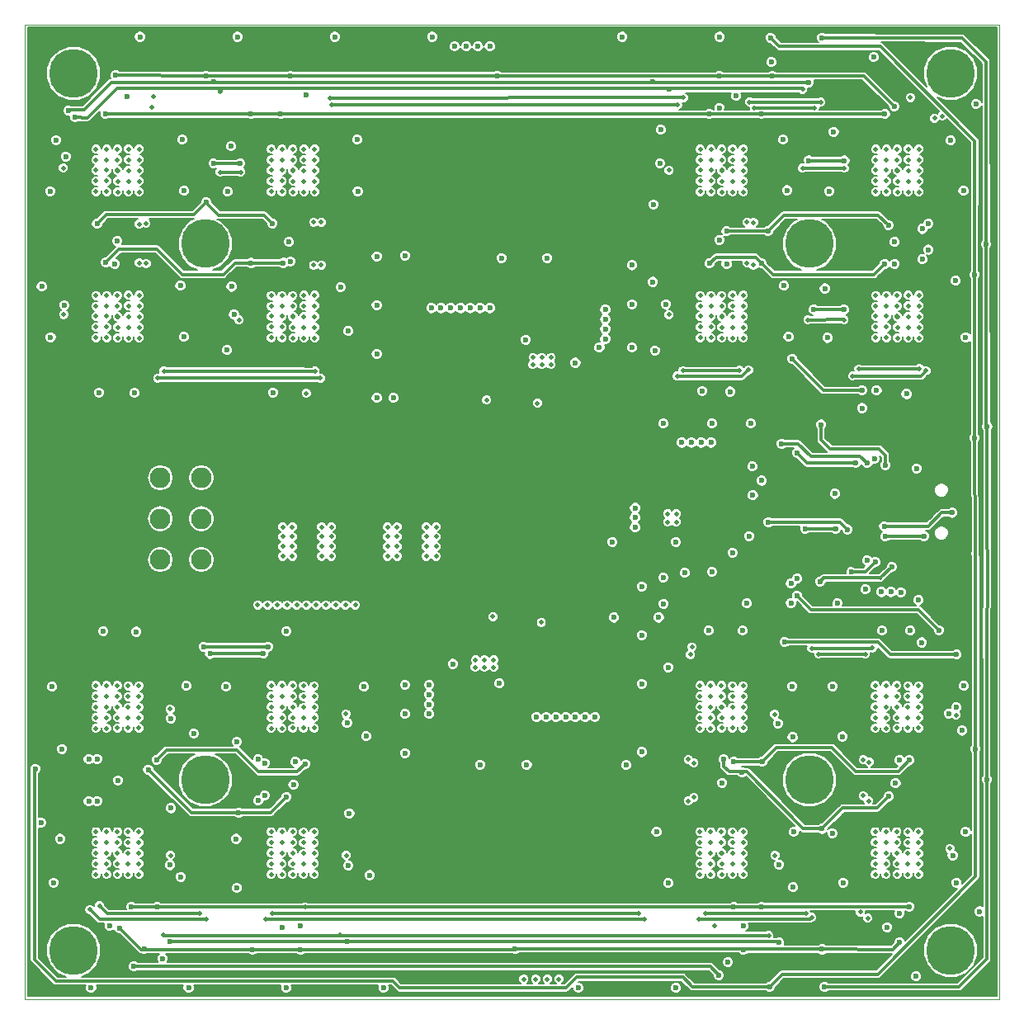
<source format=gbr>
G04 (created by PCBNEW (2013-mar-13)-testing) date Sun 16 Jun 2013 07:41:46 AM ICT*
%MOIN*%
G04 Gerber Fmt 3.4, Leading zero omitted, Abs format*
%FSLAX34Y34*%
G01*
G70*
G90*
G04 APERTURE LIST*
%ADD10C,0.00393701*%
%ADD11C,0.19685*%
%ADD12O,0.0826X0.0826*%
%ADD13C,0.023622*%
%ADD14C,0.019685*%
%ADD15C,0.011811*%
%ADD16C,0.00787402*%
G04 APERTURE END LIST*
G54D10*
X38779Y-61023D02*
X78149Y-61023D01*
X78149Y-61023D02*
X78149Y-21653D01*
X78149Y-21653D02*
X38779Y-21653D01*
X38779Y-21653D02*
X38779Y-61023D01*
G54D11*
X46062Y-30511D03*
G54D12*
X44252Y-43267D03*
X44252Y-41614D03*
X44252Y-39961D03*
X45904Y-39961D03*
X45904Y-41614D03*
X45904Y-43267D03*
G54D11*
X40748Y-23622D03*
X40748Y-59055D03*
X46062Y-52165D03*
X70472Y-52165D03*
X76181Y-59055D03*
X76181Y-23622D03*
X70472Y-30511D03*
G54D13*
X62578Y-45610D03*
X64389Y-45610D03*
X57952Y-48267D03*
X56062Y-47480D03*
X59015Y-34389D03*
X61023Y-35314D03*
X62519Y-42559D03*
X65078Y-42559D03*
G54D14*
X59665Y-35393D03*
X59665Y-35098D03*
X60039Y-35393D03*
X59291Y-35393D03*
X60039Y-35098D03*
X59311Y-35098D03*
X57437Y-36828D03*
X59484Y-36946D03*
X57342Y-47323D03*
X57342Y-47618D03*
X57716Y-47618D03*
X56968Y-47618D03*
X57716Y-47322D03*
X56988Y-47322D03*
X57688Y-45578D03*
X59641Y-45804D03*
G54D13*
X42450Y-23700D03*
X48779Y-29685D03*
X49507Y-31220D03*
X41692Y-29704D03*
X42421Y-31318D03*
X73917Y-31318D03*
X73661Y-29763D03*
X68976Y-23724D03*
X67125Y-31338D03*
X67125Y-30000D03*
X68799Y-30000D03*
X66830Y-23720D03*
X66830Y-25019D03*
X73897Y-24960D03*
X46102Y-23720D03*
X46102Y-28838D03*
X49507Y-23720D03*
X57874Y-23724D03*
X43592Y-59005D03*
X67755Y-51850D03*
X67007Y-51338D03*
X70984Y-59011D03*
X74114Y-51377D03*
X73681Y-52834D03*
X70984Y-54143D03*
X67795Y-59015D03*
X67795Y-58070D03*
X74114Y-58740D03*
X74114Y-57559D03*
X43759Y-51751D03*
X47972Y-59015D03*
X49704Y-51437D03*
X49350Y-52854D03*
X47421Y-53484D03*
X49921Y-59015D03*
X49921Y-58051D03*
X58582Y-58995D03*
X42618Y-58169D03*
X73523Y-31318D03*
X49212Y-31279D03*
X49114Y-25275D03*
X68169Y-39507D03*
X68543Y-31299D03*
X68543Y-25275D03*
X66437Y-31299D03*
X73523Y-25275D03*
X66437Y-25275D03*
X42047Y-31259D03*
X42027Y-25275D03*
X47913Y-25275D03*
X47913Y-31279D03*
X44094Y-51358D03*
X67421Y-51437D03*
X74507Y-51377D03*
X50098Y-51515D03*
G54D14*
X50098Y-57303D03*
G54D13*
X43090Y-57303D03*
X68562Y-51437D03*
X68188Y-40669D03*
X68543Y-57283D03*
X74507Y-57283D03*
X67421Y-57303D03*
X44129Y-57307D03*
X68818Y-41751D03*
X72007Y-42047D03*
G54D14*
X73011Y-46830D03*
X70570Y-46850D03*
X70326Y-57559D03*
X66271Y-57549D03*
X72724Y-47090D03*
X70846Y-47086D03*
X70561Y-57724D03*
X66003Y-57793D03*
X72889Y-51448D03*
X72866Y-53019D03*
X72645Y-52807D03*
X72641Y-51358D03*
X65807Y-52870D03*
X65807Y-51484D03*
X65580Y-51338D03*
X65578Y-53015D03*
X48789Y-57559D03*
X63582Y-57549D03*
X65728Y-46801D03*
X48523Y-57785D03*
X63818Y-57795D03*
X65669Y-47106D03*
G54D13*
X48602Y-46781D03*
X46003Y-46781D03*
G54D14*
X45856Y-57549D03*
X41791Y-57253D03*
X41407Y-57401D03*
X46122Y-57805D03*
G54D13*
X46259Y-47076D03*
X48415Y-47066D03*
X48464Y-51486D03*
X48464Y-52795D03*
X48198Y-53001D03*
X48198Y-51328D03*
X41692Y-51318D03*
X41692Y-53021D03*
X41358Y-53021D03*
X41358Y-51318D03*
G54D14*
X50492Y-35657D03*
X44393Y-35645D03*
X43980Y-24555D03*
X50716Y-35937D03*
X44145Y-35937D03*
X43917Y-24984D03*
X65381Y-24610D03*
X65374Y-35633D03*
X67645Y-35625D03*
X51098Y-24618D03*
X65149Y-24889D03*
X65127Y-35860D03*
X68011Y-35606D03*
X51181Y-24881D03*
X43405Y-31287D03*
X43397Y-29716D03*
X43677Y-31311D03*
X43673Y-29688D03*
X50440Y-31374D03*
X50444Y-29633D03*
X50751Y-29641D03*
X50751Y-31366D03*
X68051Y-24779D03*
X70935Y-24789D03*
X72468Y-35570D03*
X74909Y-35561D03*
X75177Y-35637D03*
X72214Y-35856D03*
X70679Y-25033D03*
X68248Y-25043D03*
G54D13*
X73494Y-41919D03*
X76240Y-41377D03*
G54D14*
X75836Y-25354D03*
G54D13*
X73533Y-42332D03*
X75098Y-42322D03*
G54D14*
X75531Y-25437D03*
X67952Y-29641D03*
X67952Y-31283D03*
X68212Y-29645D03*
X68208Y-31370D03*
G54D13*
X75031Y-31133D03*
X75031Y-29909D03*
X75275Y-30748D03*
X75283Y-29696D03*
G54D14*
X72824Y-57755D03*
G54D13*
X72165Y-43769D03*
X73129Y-43366D03*
X72795Y-43307D03*
G54D14*
X72529Y-57507D03*
G54D13*
X69350Y-38582D03*
X72795Y-39370D03*
X69980Y-38956D03*
X72342Y-39370D03*
X70295Y-42027D03*
X71535Y-42027D03*
X70895Y-44153D03*
X73799Y-43562D03*
X44645Y-55610D03*
X44625Y-58700D03*
X44685Y-49685D03*
X51850Y-55629D03*
X51791Y-58700D03*
X51791Y-49862D03*
X76102Y-49488D03*
X69202Y-49881D03*
X69251Y-55590D03*
X69251Y-58740D03*
X69960Y-44724D03*
X75708Y-46122D03*
X76259Y-55216D03*
X64429Y-27263D03*
X64153Y-23976D03*
X64685Y-32952D03*
X46397Y-27263D03*
X47480Y-27263D03*
X46397Y-23976D03*
X47224Y-33366D03*
X40433Y-26988D03*
X40374Y-32992D03*
X40531Y-25127D03*
X70452Y-23996D03*
X70452Y-27145D03*
X71889Y-27145D03*
X70649Y-33169D03*
X71870Y-33169D03*
X70944Y-37814D03*
X73543Y-39448D03*
X69980Y-44035D03*
X76397Y-49232D03*
G54D14*
X76141Y-54940D03*
X76397Y-49547D03*
G54D13*
X69468Y-46594D03*
X76417Y-47106D03*
X64803Y-24251D03*
X69724Y-44232D03*
X46673Y-24330D03*
G54D14*
X44665Y-55216D03*
X44389Y-58444D03*
X44645Y-49311D03*
X51763Y-55212D03*
X51503Y-58444D03*
X51744Y-49496D03*
X69074Y-55212D03*
X68830Y-58456D03*
X69070Y-49519D03*
X64803Y-27539D03*
X64791Y-33370D03*
X70196Y-24271D03*
X71877Y-27460D03*
X70196Y-27460D03*
X70413Y-33582D03*
X71870Y-33582D03*
X47500Y-27618D03*
X46673Y-27618D03*
X47429Y-33590D03*
X40342Y-33366D03*
X40334Y-27452D03*
G54D13*
X40807Y-25403D03*
X39202Y-51722D03*
X77185Y-50925D03*
X68897Y-22185D03*
X68858Y-60531D03*
X77145Y-38346D03*
X77145Y-31751D03*
X43179Y-59704D03*
X39429Y-53897D03*
X66820Y-60059D03*
X77637Y-52145D03*
X70984Y-22185D03*
X71082Y-60531D03*
X77618Y-30531D03*
X77657Y-37893D03*
X74881Y-44901D03*
X75019Y-46614D03*
X73110Y-39192D03*
X72598Y-37145D03*
X72594Y-36429D03*
X69783Y-35157D03*
X44330Y-59389D03*
X40285Y-50925D03*
X74803Y-39587D03*
X72736Y-44468D03*
X74163Y-44586D03*
X73769Y-44576D03*
X73385Y-44576D03*
X47125Y-32244D03*
X74393Y-36578D03*
X49183Y-58139D03*
X67185Y-59527D03*
X67519Y-24537D03*
X50137Y-24488D03*
X42906Y-24562D03*
G54D14*
X74015Y-55551D03*
X74015Y-55984D03*
X74448Y-55984D03*
X74881Y-55984D03*
X74881Y-55551D03*
X74448Y-55551D03*
X74015Y-55118D03*
X74015Y-55137D03*
X74448Y-54704D03*
X74448Y-54271D03*
X74881Y-54271D03*
X74881Y-54704D03*
X74881Y-55137D03*
X74448Y-55137D03*
X74005Y-54694D03*
X74005Y-54261D03*
X73572Y-54261D03*
X73139Y-54261D03*
X73139Y-54694D03*
X73572Y-54694D03*
X74005Y-55127D03*
X74005Y-55127D03*
X73572Y-55561D03*
X73572Y-55994D03*
X73139Y-55994D03*
X73139Y-55561D03*
X73139Y-55127D03*
X73572Y-55127D03*
X66929Y-55551D03*
X66929Y-55984D03*
X67362Y-55984D03*
X67795Y-55984D03*
X67795Y-55551D03*
X67362Y-55551D03*
X66929Y-55118D03*
X66929Y-55137D03*
X67362Y-54704D03*
X67362Y-54271D03*
X67795Y-54271D03*
X67795Y-54704D03*
X67795Y-55137D03*
X67362Y-55137D03*
X66919Y-54694D03*
X66919Y-54261D03*
X66486Y-54261D03*
X66053Y-54261D03*
X66053Y-54694D03*
X66486Y-54694D03*
X66919Y-55127D03*
X66919Y-55127D03*
X66486Y-55561D03*
X66486Y-55994D03*
X66053Y-55994D03*
X66053Y-55561D03*
X66053Y-55127D03*
X66486Y-55127D03*
X74015Y-49645D03*
X74015Y-50078D03*
X74448Y-50078D03*
X74881Y-50078D03*
X74881Y-49645D03*
X74448Y-49645D03*
X74015Y-49212D03*
X74015Y-49232D03*
X74448Y-48799D03*
X74448Y-48366D03*
X74881Y-48366D03*
X74881Y-48799D03*
X74881Y-49232D03*
X74448Y-49232D03*
X74005Y-48789D03*
X74005Y-48356D03*
X73572Y-48356D03*
X73139Y-48356D03*
X73139Y-48789D03*
X73572Y-48789D03*
X74005Y-49222D03*
X74005Y-49222D03*
X73572Y-49655D03*
X73572Y-50088D03*
X73139Y-50088D03*
X73139Y-49655D03*
X73139Y-49222D03*
X73572Y-49222D03*
X66486Y-49222D03*
X66053Y-49222D03*
X66053Y-49655D03*
X66053Y-50088D03*
X66486Y-50088D03*
X66486Y-49655D03*
X66919Y-49222D03*
X66919Y-49222D03*
X66486Y-48789D03*
X66053Y-48789D03*
X66053Y-48356D03*
X66486Y-48356D03*
X66919Y-48356D03*
X66919Y-48789D03*
X67362Y-49232D03*
X67795Y-49232D03*
X67795Y-48799D03*
X67795Y-48366D03*
X67362Y-48366D03*
X67362Y-48799D03*
X66929Y-49232D03*
X66929Y-49212D03*
X67362Y-49645D03*
X67795Y-49645D03*
X67795Y-50078D03*
X67362Y-50078D03*
X66929Y-50078D03*
X66929Y-49645D03*
X49163Y-55127D03*
X48730Y-55127D03*
X48730Y-55561D03*
X48730Y-55994D03*
X49163Y-55994D03*
X49163Y-55561D03*
X49596Y-55127D03*
X49596Y-55127D03*
X49163Y-54694D03*
X48730Y-54694D03*
X48730Y-54261D03*
X49163Y-54261D03*
X49596Y-54261D03*
X49596Y-54694D03*
X50039Y-55137D03*
X50472Y-55137D03*
X50472Y-54704D03*
X50472Y-54271D03*
X50039Y-54271D03*
X50039Y-54704D03*
X49606Y-55137D03*
X49606Y-55118D03*
X50039Y-55551D03*
X50472Y-55551D03*
X50472Y-55984D03*
X50039Y-55984D03*
X49606Y-55984D03*
X49606Y-55551D03*
X49163Y-49222D03*
X48730Y-49222D03*
X48730Y-49655D03*
X48730Y-50088D03*
X49163Y-50088D03*
X49163Y-49655D03*
X49596Y-49222D03*
X49596Y-49222D03*
X49163Y-48789D03*
X48730Y-48789D03*
X48730Y-48356D03*
X49163Y-48356D03*
X49596Y-48356D03*
X49596Y-48789D03*
X50039Y-49232D03*
X50472Y-49232D03*
X50472Y-48799D03*
X50472Y-48366D03*
X50039Y-48366D03*
X50039Y-48799D03*
X49606Y-49232D03*
X49606Y-49212D03*
X50039Y-49645D03*
X50472Y-49645D03*
X50472Y-50078D03*
X50039Y-50078D03*
X49606Y-50078D03*
X49606Y-49645D03*
X42076Y-55127D03*
X41643Y-55127D03*
X41643Y-55561D03*
X41643Y-55994D03*
X42076Y-55994D03*
X42076Y-55561D03*
X42509Y-55127D03*
X42509Y-55127D03*
X42076Y-54694D03*
X41643Y-54694D03*
X41643Y-54261D03*
X42076Y-54261D03*
X42509Y-54261D03*
X42509Y-54694D03*
X42952Y-55137D03*
X43385Y-55137D03*
X43385Y-54704D03*
X43385Y-54271D03*
X42952Y-54271D03*
X42952Y-54704D03*
X42519Y-55137D03*
X42519Y-55118D03*
X42952Y-55551D03*
X43385Y-55551D03*
X43385Y-55984D03*
X42952Y-55984D03*
X42519Y-55984D03*
X42519Y-55551D03*
X42519Y-49645D03*
X42519Y-50078D03*
X42952Y-50078D03*
X43385Y-50078D03*
X43385Y-49645D03*
X42952Y-49645D03*
X42519Y-49212D03*
X42519Y-49232D03*
X42952Y-48799D03*
X42952Y-48366D03*
X43385Y-48366D03*
X43385Y-48799D03*
X43385Y-49232D03*
X42952Y-49232D03*
X42509Y-48789D03*
X42509Y-48356D03*
X42076Y-48356D03*
X41643Y-48356D03*
X41643Y-48789D03*
X42076Y-48789D03*
X42509Y-49222D03*
X42509Y-49222D03*
X42076Y-49655D03*
X42076Y-50088D03*
X41643Y-50088D03*
X41643Y-49655D03*
X41643Y-49222D03*
X42076Y-49222D03*
X74458Y-33454D03*
X74891Y-33454D03*
X74891Y-33021D03*
X74891Y-32588D03*
X74458Y-32588D03*
X74458Y-33021D03*
X74025Y-33454D03*
X74025Y-33454D03*
X74458Y-33887D03*
X74891Y-33887D03*
X74891Y-34320D03*
X74458Y-34320D03*
X74025Y-34320D03*
X74025Y-33887D03*
X73582Y-33444D03*
X73149Y-33444D03*
X73149Y-33877D03*
X73149Y-34311D03*
X73582Y-34311D03*
X73582Y-33877D03*
X74015Y-33444D03*
X74015Y-33464D03*
X73582Y-33031D03*
X73149Y-33031D03*
X73149Y-32598D03*
X73582Y-32598D03*
X74015Y-32598D03*
X74015Y-33031D03*
X67372Y-33454D03*
X67805Y-33454D03*
X67805Y-33021D03*
X67805Y-32588D03*
X67372Y-32588D03*
X67372Y-33021D03*
X66938Y-33454D03*
X66938Y-33454D03*
X67372Y-33887D03*
X67805Y-33887D03*
X67805Y-34320D03*
X67372Y-34320D03*
X66938Y-34320D03*
X66938Y-33887D03*
X66496Y-33444D03*
X66062Y-33444D03*
X66062Y-33877D03*
X66062Y-34311D03*
X66496Y-34311D03*
X66496Y-33877D03*
X66929Y-33444D03*
X66929Y-33464D03*
X66496Y-33031D03*
X66062Y-33031D03*
X66062Y-32598D03*
X66496Y-32598D03*
X66929Y-32598D03*
X66929Y-33031D03*
X74458Y-27549D03*
X74891Y-27549D03*
X74891Y-27116D03*
X74891Y-26683D03*
X74458Y-26683D03*
X74458Y-27116D03*
X74025Y-27549D03*
X74025Y-27549D03*
X74458Y-27982D03*
X74891Y-27982D03*
X74891Y-28415D03*
X74458Y-28415D03*
X74025Y-28415D03*
X74025Y-27982D03*
X73582Y-27539D03*
X73149Y-27539D03*
X73149Y-27972D03*
X73149Y-28405D03*
X73582Y-28405D03*
X73582Y-27972D03*
X74015Y-27539D03*
X74015Y-27559D03*
X73582Y-27125D03*
X73149Y-27125D03*
X73149Y-26692D03*
X73582Y-26692D03*
X74015Y-26692D03*
X74015Y-27125D03*
X66929Y-27125D03*
X66929Y-26692D03*
X66496Y-26692D03*
X66062Y-26692D03*
X66062Y-27125D03*
X66496Y-27125D03*
X66929Y-27559D03*
X66929Y-27539D03*
X66496Y-27972D03*
X66496Y-28405D03*
X66062Y-28405D03*
X66062Y-27972D03*
X66062Y-27539D03*
X66496Y-27539D03*
X66938Y-27982D03*
X66938Y-28415D03*
X67372Y-28415D03*
X67805Y-28415D03*
X67805Y-27982D03*
X67372Y-27982D03*
X66938Y-27549D03*
X66938Y-27549D03*
X67372Y-27116D03*
X67372Y-26683D03*
X67805Y-26683D03*
X67805Y-27116D03*
X67805Y-27549D03*
X67372Y-27549D03*
X49606Y-33031D03*
X49606Y-32598D03*
X49173Y-32598D03*
X48740Y-32598D03*
X48740Y-33031D03*
X49173Y-33031D03*
X49606Y-33464D03*
X49606Y-33444D03*
X49173Y-33877D03*
X49173Y-34311D03*
X48740Y-34311D03*
X48740Y-33877D03*
X48740Y-33444D03*
X49173Y-33444D03*
X49616Y-33887D03*
X49616Y-34320D03*
X50049Y-34320D03*
X50482Y-34320D03*
X50482Y-33887D03*
X50049Y-33887D03*
X49616Y-33454D03*
X49616Y-33454D03*
X50049Y-33021D03*
X50049Y-32588D03*
X50482Y-32588D03*
X50482Y-33021D03*
X50482Y-33454D03*
X50049Y-33454D03*
X42519Y-33031D03*
X42519Y-32598D03*
X42086Y-32598D03*
X41653Y-32598D03*
X41653Y-33031D03*
X42086Y-33031D03*
X42519Y-33464D03*
X42519Y-33444D03*
X42086Y-33877D03*
X42086Y-34311D03*
X41653Y-34311D03*
X41653Y-33877D03*
X41653Y-33444D03*
X42086Y-33444D03*
X42529Y-33887D03*
X42529Y-34320D03*
X42962Y-34320D03*
X43395Y-34320D03*
X43395Y-33887D03*
X42962Y-33887D03*
X42529Y-33454D03*
X42529Y-33454D03*
X42962Y-33021D03*
X42962Y-32588D03*
X43395Y-32588D03*
X43395Y-33021D03*
X43395Y-33454D03*
X42962Y-33454D03*
X49606Y-27125D03*
X49606Y-26692D03*
X49173Y-26692D03*
X48740Y-26692D03*
X48740Y-27125D03*
X49173Y-27125D03*
X49606Y-27559D03*
X49606Y-27539D03*
X49173Y-27972D03*
X49173Y-28405D03*
X48740Y-28405D03*
X48740Y-27972D03*
X48740Y-27539D03*
X49173Y-27539D03*
X49616Y-27982D03*
X49616Y-28415D03*
X50049Y-28415D03*
X50482Y-28415D03*
X50482Y-27982D03*
X50049Y-27982D03*
X49616Y-27549D03*
X49616Y-27549D03*
X50049Y-27116D03*
X50049Y-26683D03*
X50482Y-26683D03*
X50482Y-27116D03*
X50482Y-27549D03*
X50049Y-27549D03*
X42962Y-27549D03*
X43395Y-27549D03*
X43395Y-27116D03*
X43395Y-26683D03*
X42962Y-26683D03*
X42962Y-27116D03*
X42529Y-27549D03*
X42529Y-27549D03*
X42962Y-27982D03*
X43395Y-27982D03*
X43395Y-28415D03*
X42962Y-28415D03*
X42529Y-28415D03*
X42529Y-27982D03*
X42086Y-27539D03*
X41653Y-27539D03*
X41653Y-27972D03*
X41653Y-28405D03*
X42086Y-28405D03*
X42086Y-27972D03*
X42519Y-27539D03*
X42519Y-27559D03*
X42086Y-27125D03*
X41653Y-27125D03*
X41653Y-26692D03*
X42086Y-26692D03*
X42519Y-26692D03*
X42519Y-27125D03*
G54D13*
X62913Y-22145D03*
X66850Y-22145D03*
X77204Y-24862D03*
X76417Y-56318D03*
X77342Y-57480D03*
X74783Y-60098D03*
X42194Y-58070D03*
X53267Y-60570D03*
X49330Y-60570D03*
X45393Y-60570D03*
X41456Y-60570D03*
X73614Y-58122D03*
G54D14*
X58937Y-60216D03*
X59409Y-60216D03*
X59881Y-60216D03*
X60354Y-60216D03*
G54D13*
X65078Y-60570D03*
X61141Y-60570D03*
X68031Y-42322D03*
X67362Y-42992D03*
X66535Y-43759D03*
X65433Y-43799D03*
X64566Y-43996D03*
X64586Y-45059D03*
X67952Y-45039D03*
X71594Y-45039D03*
X69724Y-45019D03*
X68110Y-37775D03*
X66535Y-37775D03*
X64566Y-37775D03*
X63700Y-44350D03*
X63700Y-46318D03*
X63700Y-48287D03*
X63700Y-51043D03*
X63070Y-51574D03*
X59448Y-49625D03*
X59842Y-49625D03*
X60236Y-49625D03*
X60629Y-49625D03*
X61023Y-49625D03*
X61417Y-49625D03*
X61811Y-49625D03*
X59055Y-51555D03*
X57165Y-51555D03*
X54133Y-51082D03*
X54133Y-49507D03*
X54133Y-48326D03*
G54D14*
X74551Y-24598D03*
G54D13*
X73070Y-22972D03*
X56614Y-22539D03*
X56141Y-22539D03*
X57086Y-22539D03*
X57559Y-22539D03*
X43425Y-22145D03*
X47362Y-22145D03*
X51299Y-22145D03*
X55236Y-22145D03*
X57559Y-33110D03*
X57165Y-33110D03*
X56771Y-33110D03*
X56377Y-33110D03*
X55984Y-33110D03*
X55590Y-33110D03*
X55196Y-33110D03*
X63307Y-31377D03*
X63307Y-32952D03*
X63307Y-34704D03*
X61988Y-34704D03*
X58031Y-31082D03*
X59881Y-31082D03*
X53661Y-36732D03*
X52992Y-36732D03*
X52992Y-34960D03*
X52992Y-32992D03*
X52992Y-31023D03*
X54133Y-30984D03*
G54D14*
X48188Y-45098D03*
X48582Y-45098D03*
X48976Y-45098D03*
X49370Y-45098D03*
X49763Y-45098D03*
X52125Y-45098D03*
X51732Y-45098D03*
X51338Y-45098D03*
X50944Y-45098D03*
X50551Y-45098D03*
X50157Y-45098D03*
X49192Y-43129D03*
X49192Y-42736D03*
X49192Y-42342D03*
X49192Y-41948D03*
X49586Y-41948D03*
X49586Y-42342D03*
X49586Y-42736D03*
X49586Y-43129D03*
X51161Y-43129D03*
X51161Y-42736D03*
X51161Y-42342D03*
X51161Y-41948D03*
X50767Y-41948D03*
X50767Y-42342D03*
X50767Y-42736D03*
X50767Y-43129D03*
X53425Y-43129D03*
X53425Y-42736D03*
X53425Y-42342D03*
X53425Y-41948D03*
X53818Y-41948D03*
X53818Y-42342D03*
X53818Y-42736D03*
X53818Y-43129D03*
X55393Y-43129D03*
X55393Y-42736D03*
X55393Y-42342D03*
X55393Y-41948D03*
X55000Y-41948D03*
X55000Y-42342D03*
X55000Y-42736D03*
X55000Y-43129D03*
G54D13*
X66948Y-52282D03*
X71830Y-56318D03*
X76377Y-32007D03*
G54D14*
X50141Y-36555D03*
X66653Y-58055D03*
G54D13*
X39823Y-34291D03*
X76181Y-26338D03*
X39940Y-56318D03*
X43287Y-46181D03*
X45610Y-50295D03*
X45294Y-48366D03*
X46969Y-28405D03*
X39804Y-28385D03*
X76692Y-28366D03*
X67775Y-46141D03*
X64763Y-47618D03*
X69783Y-48385D03*
X66397Y-46141D03*
X64763Y-56338D03*
X64292Y-54271D03*
X69842Y-54271D03*
X76790Y-34291D03*
X76790Y-54271D03*
X73956Y-52302D03*
X74547Y-46141D03*
X73405Y-46141D03*
X71811Y-50413D03*
X71201Y-34311D03*
X76712Y-48366D03*
X76643Y-50177D03*
X71260Y-28385D03*
X71092Y-32312D03*
X71456Y-25984D03*
X73917Y-30433D03*
X66830Y-30355D03*
X67263Y-36480D03*
X69448Y-32204D03*
X66141Y-36456D03*
X73188Y-36437D03*
X52204Y-26299D03*
X43208Y-36535D03*
X48799Y-36515D03*
X45059Y-32204D03*
X41771Y-36515D03*
X64232Y-34822D03*
X69409Y-26299D03*
X64173Y-28917D03*
X52706Y-56013D03*
X45078Y-56082D03*
X52480Y-48405D03*
X49350Y-46161D03*
X49625Y-52361D03*
X51889Y-53524D03*
X44681Y-53311D03*
X42539Y-52184D03*
X51535Y-32263D03*
X46948Y-34803D03*
X49448Y-30432D03*
X42519Y-30392D03*
X68937Y-23169D03*
X62224Y-33169D03*
X62224Y-33562D03*
X62224Y-33956D03*
X62224Y-34350D03*
X63425Y-41968D03*
X63425Y-41574D03*
X63425Y-41181D03*
X55118Y-49507D03*
X55118Y-49114D03*
X55118Y-48720D03*
X55118Y-48326D03*
X66496Y-38543D03*
X66102Y-38543D03*
X65708Y-38543D03*
X65314Y-38543D03*
G54D14*
X65098Y-41751D03*
X64744Y-41751D03*
X65098Y-41417D03*
X64744Y-41417D03*
G54D13*
X71496Y-40610D03*
X68543Y-40078D03*
X47342Y-56534D03*
X41948Y-46161D03*
X47342Y-50629D03*
X52568Y-50403D03*
X69793Y-50442D03*
X69812Y-56505D03*
X69566Y-28346D03*
X64468Y-25905D03*
X69625Y-34271D03*
X64153Y-32047D03*
X51850Y-34034D03*
X52224Y-28385D03*
X45196Y-34271D03*
X45137Y-26299D03*
X45216Y-28366D03*
X47106Y-26574D03*
X39458Y-32234D03*
X40039Y-26318D03*
X46909Y-48405D03*
X71397Y-54330D03*
X47322Y-54546D03*
X40196Y-54546D03*
X39881Y-48405D03*
X71417Y-48385D03*
X76279Y-34901D03*
X39183Y-49990D03*
X69448Y-43661D03*
G54D14*
X57440Y-60275D03*
X57007Y-60275D03*
X56535Y-60275D03*
X56062Y-60275D03*
X56082Y-59340D03*
X56545Y-59340D03*
G54D13*
X60374Y-23366D03*
X60374Y-22952D03*
X60374Y-22500D03*
X59921Y-22480D03*
X59488Y-22460D03*
X59035Y-22460D03*
X76663Y-26279D03*
X69133Y-34901D03*
X47480Y-29015D03*
X40314Y-34901D03*
X64409Y-50551D03*
X64763Y-48129D03*
X69192Y-47755D03*
X64271Y-56437D03*
X64803Y-53681D03*
X69271Y-53700D03*
X71338Y-56456D03*
X76279Y-53681D03*
X71889Y-53641D03*
X71318Y-50511D03*
X71712Y-34960D03*
X76122Y-47795D03*
X71909Y-47795D03*
X71771Y-29015D03*
X76889Y-32578D03*
X76220Y-28996D03*
X69911Y-32214D03*
X64724Y-34192D03*
X69881Y-26240D03*
X69074Y-28976D03*
X64685Y-28307D03*
X52007Y-47716D03*
X46614Y-50531D03*
X47421Y-47795D03*
X46594Y-56456D03*
X52007Y-54035D03*
X47185Y-54035D03*
X44665Y-54311D03*
X39448Y-56476D03*
X40059Y-54035D03*
X40374Y-47814D03*
X44783Y-47795D03*
X52027Y-31614D03*
X51968Y-34547D03*
X47460Y-34212D03*
X45551Y-32106D03*
X52696Y-26200D03*
X45629Y-26181D03*
X40295Y-29015D03*
X72381Y-38543D03*
X69685Y-39862D03*
X67086Y-40019D03*
X66692Y-40019D03*
X66692Y-39625D03*
X67086Y-39625D03*
X67086Y-39232D03*
X66692Y-39232D03*
X75000Y-38346D03*
X51732Y-28956D03*
X44704Y-34881D03*
X44704Y-28956D03*
X69271Y-59527D03*
X71062Y-23169D03*
G54D15*
X46102Y-23720D02*
X42450Y-23700D01*
X46102Y-28858D02*
X46594Y-29350D01*
X48444Y-29350D02*
X48779Y-29685D01*
X46594Y-29350D02*
X48444Y-29350D01*
X46102Y-28858D02*
X46102Y-28838D01*
X46102Y-28838D02*
X45610Y-29330D01*
X42066Y-29330D02*
X41692Y-29704D01*
X45610Y-29330D02*
X42066Y-29330D01*
X69921Y-29350D02*
X69448Y-29350D01*
X73661Y-29763D02*
X73248Y-29350D01*
X73248Y-29350D02*
X69921Y-29350D01*
X69448Y-29350D02*
X68799Y-30000D01*
X68799Y-30000D02*
X67125Y-30000D01*
X66830Y-23720D02*
X66830Y-23724D01*
X57874Y-23724D02*
X66830Y-23724D01*
X66830Y-23724D02*
X68976Y-23724D01*
X68976Y-23724D02*
X72661Y-23724D01*
X72661Y-23724D02*
X73897Y-24960D01*
X57869Y-23720D02*
X49507Y-23720D01*
X57869Y-23720D02*
X57874Y-23724D01*
X49507Y-23720D02*
X46102Y-23720D01*
X43592Y-59005D02*
X43592Y-59015D01*
X67755Y-51850D02*
X67755Y-51830D01*
X70984Y-54143D02*
X70216Y-54143D01*
X67007Y-51614D02*
X67007Y-51338D01*
X67224Y-51830D02*
X67007Y-51614D01*
X67933Y-51830D02*
X67755Y-51830D01*
X67755Y-51830D02*
X67224Y-51830D01*
X70216Y-54143D02*
X67933Y-51830D01*
X73208Y-53307D02*
X73681Y-52834D01*
X71820Y-53307D02*
X73208Y-53307D01*
X70984Y-54143D02*
X71820Y-53307D01*
X67795Y-59015D02*
X67795Y-59007D01*
X67795Y-59015D02*
X67795Y-59015D01*
X73838Y-59015D02*
X70984Y-59011D01*
X70984Y-59011D02*
X67795Y-59007D01*
X67795Y-59007D02*
X58582Y-58995D01*
X74114Y-58740D02*
X73838Y-59015D01*
X47421Y-53484D02*
X45511Y-53484D01*
X45511Y-53484D02*
X43759Y-51751D01*
X48720Y-53484D02*
X49350Y-52854D01*
X47421Y-53484D02*
X48720Y-53484D01*
X43464Y-59015D02*
X42618Y-58169D01*
X58562Y-59015D02*
X49921Y-59015D01*
X49921Y-59015D02*
X47972Y-59015D01*
X47972Y-59015D02*
X43592Y-59015D01*
X43592Y-59015D02*
X43464Y-59015D01*
X58562Y-59015D02*
X58582Y-58995D01*
X73090Y-31751D02*
X73523Y-31318D01*
X68996Y-31751D02*
X73090Y-31751D01*
X68543Y-31299D02*
X68996Y-31751D01*
X49212Y-31279D02*
X47913Y-31279D01*
X66437Y-31299D02*
X66693Y-31051D01*
X66693Y-31051D02*
X68295Y-31051D01*
X68295Y-31051D02*
X68543Y-31299D01*
X68543Y-25275D02*
X73523Y-25275D01*
X68543Y-25275D02*
X66437Y-25275D01*
X66437Y-25275D02*
X49192Y-25275D01*
X49192Y-25275D02*
X49114Y-25275D01*
X49114Y-25275D02*
X47913Y-25275D01*
X42047Y-25275D02*
X42027Y-25275D01*
X47913Y-25275D02*
X42047Y-25275D01*
X47283Y-31279D02*
X47263Y-31279D01*
X47913Y-31279D02*
X47283Y-31279D01*
X46791Y-31751D02*
X45137Y-31751D01*
X45137Y-31751D02*
X44106Y-30716D01*
X44106Y-30716D02*
X42590Y-30712D01*
X42590Y-30712D02*
X42047Y-31259D01*
X47263Y-31279D02*
X46791Y-31751D01*
X67421Y-51437D02*
X68562Y-51437D01*
X72338Y-51826D02*
X74059Y-51822D01*
X74059Y-51822D02*
X74507Y-51377D01*
X71377Y-50866D02*
X69133Y-50866D01*
X68562Y-51437D02*
X69133Y-50866D01*
X72318Y-51807D02*
X72338Y-51826D01*
X72338Y-51826D02*
X71377Y-50866D01*
X44094Y-51358D02*
X44494Y-50964D01*
X44494Y-50964D02*
X47338Y-50960D01*
X47338Y-50960D02*
X48218Y-51840D01*
X48218Y-51840D02*
X49773Y-51840D01*
X49773Y-51840D02*
X50098Y-51515D01*
X43090Y-57303D02*
X44129Y-57307D01*
X68543Y-57283D02*
X74507Y-57283D01*
X68543Y-57283D02*
X68523Y-57303D01*
X68523Y-57303D02*
X67421Y-57303D01*
X50000Y-57303D02*
X50098Y-57303D01*
X50098Y-57303D02*
X67421Y-57303D01*
X44129Y-57307D02*
X50000Y-57303D01*
X71712Y-41751D02*
X68818Y-41751D01*
X72007Y-42047D02*
X71712Y-41751D01*
X73011Y-46830D02*
X72992Y-46850D01*
X72992Y-46850D02*
X70570Y-46850D01*
X70326Y-57559D02*
X70316Y-57549D01*
X66271Y-57549D02*
X70316Y-57549D01*
X72724Y-47090D02*
X70846Y-47086D01*
X66003Y-57793D02*
X70492Y-57793D01*
X48789Y-57559D02*
X48779Y-57559D01*
X63553Y-57578D02*
X48789Y-57559D01*
X48789Y-57559D02*
X48779Y-57559D01*
X63582Y-57549D02*
X63553Y-57578D01*
X63818Y-57795D02*
X48533Y-57795D01*
X48533Y-57795D02*
X48523Y-57785D01*
X63818Y-57795D02*
X63828Y-57805D01*
X46003Y-46781D02*
X48602Y-46781D01*
X42096Y-57559D02*
X45856Y-57549D01*
X41791Y-57253D02*
X42096Y-57559D01*
X46112Y-57795D02*
X41801Y-57795D01*
X41801Y-57795D02*
X41407Y-57401D01*
X46122Y-57805D02*
X46112Y-57795D01*
X48405Y-47076D02*
X46259Y-47076D01*
X48415Y-47066D02*
X48405Y-47076D01*
X50492Y-35657D02*
X49763Y-35653D01*
X49763Y-35653D02*
X44830Y-35649D01*
X44830Y-35649D02*
X44393Y-35645D01*
X50488Y-35938D02*
X50716Y-35937D01*
X44375Y-35938D02*
X50488Y-35938D01*
X44145Y-35937D02*
X44375Y-35938D01*
X67635Y-35635D02*
X65374Y-35633D01*
X67645Y-35625D02*
X67635Y-35635D01*
X65377Y-24606D02*
X51098Y-24618D01*
X65381Y-24610D02*
X65377Y-24606D01*
X65127Y-35860D02*
X65137Y-35870D01*
X65137Y-35870D02*
X67751Y-35870D01*
X67751Y-35870D02*
X68011Y-35606D01*
X65141Y-24881D02*
X51181Y-24881D01*
X65149Y-24889D02*
X65141Y-24881D01*
X70925Y-24779D02*
X68051Y-24779D01*
X70935Y-24789D02*
X70925Y-24779D01*
X74899Y-35570D02*
X72468Y-35570D01*
X74909Y-35561D02*
X74899Y-35570D01*
X75177Y-35667D02*
X75177Y-35637D01*
X74980Y-35856D02*
X75177Y-35667D01*
X72214Y-35856D02*
X74980Y-35856D01*
X68257Y-25033D02*
X70679Y-25033D01*
X68248Y-25043D02*
X68257Y-25033D01*
X73494Y-41919D02*
X75275Y-41919D01*
X75275Y-41919D02*
X75816Y-41377D01*
X75816Y-41377D02*
X76240Y-41377D01*
X75836Y-25354D02*
X75816Y-25374D01*
X75098Y-42322D02*
X73523Y-42322D01*
X72726Y-43769D02*
X72165Y-43769D01*
X73129Y-43366D02*
X72726Y-43769D01*
X70019Y-38582D02*
X69350Y-38582D01*
X70531Y-39094D02*
X70019Y-38582D01*
X72519Y-39094D02*
X70531Y-39094D01*
X72795Y-39370D02*
X72519Y-39094D01*
X69960Y-38956D02*
X69980Y-38956D01*
X70374Y-39370D02*
X69960Y-38956D01*
X72342Y-39370D02*
X70374Y-39370D01*
X71535Y-42027D02*
X70295Y-42027D01*
X73351Y-44010D02*
X71038Y-44010D01*
X71038Y-44010D02*
X70895Y-44153D01*
X73799Y-43562D02*
X73351Y-44010D01*
X73351Y-44010D02*
X73346Y-44015D01*
X69212Y-58700D02*
X51791Y-58700D01*
X51791Y-58700D02*
X44625Y-58700D01*
X69251Y-58740D02*
X69212Y-58700D01*
X69960Y-44724D02*
X70531Y-45295D01*
X70531Y-45295D02*
X74881Y-45295D01*
X74881Y-45295D02*
X75708Y-46122D01*
X64153Y-23976D02*
X64153Y-23996D01*
X47480Y-27263D02*
X46397Y-27263D01*
X46397Y-23976D02*
X46397Y-23996D01*
X70452Y-23996D02*
X64153Y-23996D01*
X64153Y-23996D02*
X46397Y-23996D01*
X46397Y-23996D02*
X42261Y-23996D01*
X40531Y-25127D02*
X40551Y-25108D01*
X40551Y-25108D02*
X41188Y-25108D01*
X41188Y-25108D02*
X42261Y-23996D01*
X71889Y-27145D02*
X70452Y-27145D01*
X71870Y-33169D02*
X70649Y-33169D01*
X70944Y-38425D02*
X70944Y-37814D01*
X71318Y-38799D02*
X70944Y-38425D01*
X73287Y-38799D02*
X71318Y-38799D01*
X73543Y-39055D02*
X73287Y-38799D01*
X73543Y-39448D02*
X73543Y-39055D01*
X69468Y-46594D02*
X73228Y-46594D01*
X73740Y-47106D02*
X73228Y-46594D01*
X76417Y-47106D02*
X73740Y-47106D01*
X64803Y-24251D02*
X64803Y-24234D01*
X64803Y-24251D02*
X64803Y-24251D01*
X46673Y-24271D02*
X46673Y-24389D01*
X44393Y-58448D02*
X45169Y-58448D01*
X44389Y-58444D02*
X44393Y-58448D01*
X51503Y-58444D02*
X51503Y-58451D01*
X51503Y-58444D02*
X51503Y-58444D01*
X68830Y-58456D02*
X68830Y-58458D01*
X68830Y-58456D02*
X68830Y-58456D01*
X68830Y-58458D02*
X51503Y-58451D01*
X51503Y-58451D02*
X45169Y-58448D01*
X53838Y-24232D02*
X64803Y-24234D01*
X64803Y-24234D02*
X70192Y-24236D01*
X70192Y-24236D02*
X70196Y-24232D01*
X70149Y-24224D02*
X70196Y-24232D01*
X70196Y-24271D02*
X70149Y-24224D01*
X71877Y-27460D02*
X71870Y-27452D01*
X71870Y-27452D02*
X70196Y-27460D01*
X71866Y-33578D02*
X70413Y-33582D01*
X71870Y-33582D02*
X71866Y-33578D01*
X47500Y-27618D02*
X47496Y-27622D01*
X47496Y-27622D02*
X46673Y-27618D01*
X42499Y-24232D02*
X46673Y-24232D01*
X46673Y-24232D02*
X46681Y-24232D01*
X46681Y-24232D02*
X53838Y-24232D01*
X53838Y-24232D02*
X53842Y-24232D01*
X41318Y-25413D02*
X42499Y-24232D01*
X40814Y-25411D02*
X41318Y-25413D01*
X40807Y-25403D02*
X40814Y-25411D01*
X68858Y-60531D02*
X65757Y-60531D01*
X39163Y-51761D02*
X39202Y-51722D01*
X39163Y-59419D02*
X39163Y-51761D01*
X40039Y-60295D02*
X39163Y-59419D01*
X53641Y-60295D02*
X40039Y-60295D01*
X53917Y-60570D02*
X53641Y-60295D01*
X60639Y-60570D02*
X53917Y-60570D01*
X61072Y-60137D02*
X60639Y-60570D01*
X65364Y-60137D02*
X61072Y-60137D01*
X65757Y-60531D02*
X65364Y-60137D01*
X77185Y-50925D02*
X77185Y-50984D01*
X72913Y-22539D02*
X69251Y-22539D01*
X69251Y-22539D02*
X68897Y-22185D01*
X69370Y-60019D02*
X68858Y-60531D01*
X73238Y-60019D02*
X69370Y-60019D01*
X77185Y-56072D02*
X73238Y-60019D01*
X77185Y-55905D02*
X77185Y-56072D01*
X77185Y-53011D02*
X77185Y-55905D01*
X77185Y-50984D02*
X77185Y-53011D01*
X77185Y-47204D02*
X77185Y-50984D01*
X77145Y-38346D02*
X77145Y-38051D01*
X77165Y-42933D02*
X77185Y-43267D01*
X77185Y-43267D02*
X77185Y-47204D01*
X77185Y-47204D02*
X77185Y-47204D01*
X77145Y-38346D02*
X77165Y-42933D01*
X77145Y-31673D02*
X77157Y-26360D01*
X73336Y-22539D02*
X72913Y-22539D01*
X72913Y-22539D02*
X72893Y-22539D01*
X77157Y-26360D02*
X73336Y-22539D01*
X77145Y-38051D02*
X77145Y-31751D01*
X77145Y-31751D02*
X77145Y-31673D01*
X66466Y-59704D02*
X43179Y-59704D01*
X43179Y-59704D02*
X43218Y-59704D01*
X66820Y-60059D02*
X66466Y-59704D01*
X75157Y-22204D02*
X70984Y-22185D01*
X77637Y-57755D02*
X77637Y-59409D01*
X77637Y-50059D02*
X77637Y-52145D01*
X77637Y-52145D02*
X77637Y-57755D01*
X77637Y-59409D02*
X76515Y-60531D01*
X77637Y-47263D02*
X77637Y-50059D01*
X77634Y-47260D02*
X77637Y-47263D01*
X77660Y-43185D02*
X77634Y-47260D01*
X76515Y-60531D02*
X71082Y-60531D01*
X77612Y-30531D02*
X77612Y-30531D01*
X77618Y-30531D02*
X77612Y-30531D01*
X77618Y-30531D02*
X77618Y-30531D01*
X77657Y-37893D02*
X77618Y-37716D01*
X77618Y-37460D02*
X77612Y-30531D01*
X77612Y-30531D02*
X77612Y-30511D01*
X77608Y-24188D02*
X77608Y-23159D01*
X77612Y-30511D02*
X77608Y-24188D01*
X77608Y-23159D02*
X76653Y-22204D01*
X77618Y-37716D02*
X77618Y-37460D01*
X77657Y-42500D02*
X77660Y-43185D01*
X77657Y-42500D02*
X77657Y-37893D01*
X76653Y-22204D02*
X76240Y-22204D01*
X76240Y-22204D02*
X75157Y-22204D01*
X71047Y-36433D02*
X72594Y-36429D01*
X69783Y-35157D02*
X71047Y-36433D01*
G54D10*
G36*
X78031Y-60905D02*
X77893Y-60905D01*
X77893Y-37846D01*
X77857Y-37760D01*
X77795Y-37697D01*
X77795Y-37696D01*
X77795Y-37495D01*
X77802Y-37460D01*
X77790Y-30693D01*
X77818Y-30665D01*
X77854Y-30578D01*
X77854Y-30484D01*
X77818Y-30397D01*
X77796Y-30375D01*
X77785Y-24188D01*
X77785Y-24188D01*
X77785Y-23159D01*
X77771Y-23091D01*
X77771Y-23091D01*
X77733Y-23034D01*
X76778Y-22079D01*
X76721Y-22041D01*
X76653Y-22027D01*
X76240Y-22027D01*
X75183Y-22027D01*
X75158Y-22022D01*
X71141Y-22008D01*
X71118Y-21984D01*
X71031Y-21948D01*
X70937Y-21948D01*
X70850Y-21984D01*
X70784Y-22051D01*
X70748Y-22137D01*
X70747Y-22231D01*
X70783Y-22318D01*
X70827Y-22362D01*
X69325Y-22362D01*
X69133Y-22170D01*
X69133Y-22138D01*
X69098Y-22051D01*
X69031Y-21984D01*
X68944Y-21948D01*
X68850Y-21948D01*
X68764Y-21984D01*
X68697Y-22051D01*
X68661Y-22137D01*
X68661Y-22231D01*
X68697Y-22318D01*
X68763Y-22385D01*
X68850Y-22421D01*
X68883Y-22421D01*
X69126Y-22664D01*
X69184Y-22703D01*
X69251Y-22716D01*
X72893Y-22716D01*
X72913Y-22716D01*
X73263Y-22716D01*
X75716Y-25169D01*
X75714Y-25170D01*
X75653Y-25231D01*
X75645Y-25249D01*
X75574Y-25220D01*
X75488Y-25220D01*
X75408Y-25253D01*
X75348Y-25314D01*
X75314Y-25393D01*
X75314Y-25479D01*
X75347Y-25559D01*
X75408Y-25620D01*
X75488Y-25653D01*
X75574Y-25653D01*
X75653Y-25620D01*
X75714Y-25559D01*
X75722Y-25541D01*
X75793Y-25570D01*
X75879Y-25570D01*
X75959Y-25538D01*
X76020Y-25477D01*
X76021Y-25474D01*
X76986Y-26440D01*
X76968Y-31594D01*
X76945Y-31617D01*
X76929Y-31657D01*
X76929Y-28319D01*
X76893Y-28232D01*
X76826Y-28166D01*
X76740Y-28129D01*
X76646Y-28129D01*
X76559Y-28165D01*
X76492Y-28232D01*
X76456Y-28318D01*
X76456Y-28412D01*
X76492Y-28499D01*
X76558Y-28566D01*
X76645Y-28602D01*
X76739Y-28602D01*
X76826Y-28566D01*
X76893Y-28500D01*
X76929Y-28413D01*
X76929Y-28319D01*
X76929Y-31657D01*
X76909Y-31704D01*
X76909Y-31798D01*
X76945Y-31885D01*
X76968Y-31908D01*
X76968Y-34135D01*
X76924Y-34091D01*
X76837Y-34055D01*
X76743Y-34055D01*
X76656Y-34090D01*
X76614Y-34133D01*
X76614Y-31961D01*
X76578Y-31874D01*
X76511Y-31807D01*
X76425Y-31771D01*
X76417Y-31771D01*
X76417Y-26291D01*
X76381Y-26204D01*
X76315Y-26138D01*
X76228Y-26102D01*
X76134Y-26102D01*
X76047Y-26138D01*
X75980Y-26204D01*
X75944Y-26291D01*
X75944Y-26385D01*
X75980Y-26472D01*
X76047Y-26538D01*
X76133Y-26574D01*
X76227Y-26574D01*
X76314Y-26538D01*
X76381Y-26472D01*
X76417Y-26385D01*
X76417Y-26291D01*
X76417Y-31771D01*
X76331Y-31771D01*
X76244Y-31807D01*
X76177Y-31873D01*
X76141Y-31960D01*
X76141Y-32054D01*
X76177Y-32141D01*
X76243Y-32208D01*
X76330Y-32244D01*
X76424Y-32244D01*
X76511Y-32208D01*
X76578Y-32141D01*
X76614Y-32055D01*
X76614Y-31961D01*
X76614Y-34133D01*
X76590Y-34157D01*
X76554Y-34244D01*
X76554Y-34338D01*
X76590Y-34424D01*
X76656Y-34491D01*
X76743Y-34527D01*
X76837Y-34527D01*
X76924Y-34491D01*
X76968Y-34447D01*
X76968Y-38051D01*
X76968Y-38189D01*
X76945Y-38212D01*
X76909Y-38299D01*
X76909Y-38393D01*
X76945Y-38480D01*
X76969Y-38504D01*
X76992Y-42915D01*
X76988Y-42943D01*
X77007Y-43269D01*
X77007Y-47204D01*
X77007Y-50768D01*
X76984Y-50791D01*
X76948Y-50878D01*
X76948Y-48319D01*
X76912Y-48232D01*
X76846Y-48166D01*
X76759Y-48129D01*
X76665Y-48129D01*
X76653Y-48134D01*
X76653Y-47059D01*
X76617Y-46972D01*
X76551Y-46906D01*
X76476Y-46875D01*
X76476Y-41331D01*
X76440Y-41244D01*
X76374Y-41177D01*
X76287Y-41141D01*
X76193Y-41141D01*
X76106Y-41177D01*
X76102Y-41181D01*
X76102Y-40414D01*
X76058Y-40305D01*
X75975Y-40222D01*
X75866Y-40177D01*
X75749Y-40177D01*
X75640Y-40222D01*
X75557Y-40305D01*
X75519Y-40396D01*
X75519Y-29650D01*
X75483Y-29563D01*
X75417Y-29496D01*
X75330Y-29460D01*
X75236Y-29460D01*
X75149Y-29496D01*
X75108Y-29537D01*
X75108Y-28372D01*
X75075Y-28292D01*
X75014Y-28231D01*
X74934Y-28198D01*
X74934Y-28198D01*
X75014Y-28165D01*
X75075Y-28105D01*
X75108Y-28025D01*
X75108Y-27939D01*
X75075Y-27859D01*
X75014Y-27798D01*
X74934Y-27765D01*
X74934Y-27765D01*
X75014Y-27732D01*
X75075Y-27672D01*
X75108Y-27592D01*
X75108Y-27506D01*
X75075Y-27426D01*
X75014Y-27365D01*
X74934Y-27332D01*
X74934Y-27332D01*
X75014Y-27299D01*
X75075Y-27238D01*
X75108Y-27159D01*
X75108Y-27073D01*
X75075Y-26993D01*
X75014Y-26932D01*
X74934Y-26899D01*
X74934Y-26899D01*
X75014Y-26866D01*
X75075Y-26805D01*
X75108Y-26726D01*
X75108Y-26640D01*
X75075Y-26560D01*
X75014Y-26499D01*
X74934Y-26466D01*
X74848Y-26466D01*
X74769Y-26499D01*
X74767Y-26500D01*
X74767Y-24555D01*
X74734Y-24475D01*
X74673Y-24414D01*
X74594Y-24381D01*
X74508Y-24381D01*
X74428Y-24414D01*
X74367Y-24475D01*
X74334Y-24555D01*
X74334Y-24641D01*
X74367Y-24720D01*
X74428Y-24781D01*
X74507Y-24814D01*
X74594Y-24814D01*
X74673Y-24782D01*
X74734Y-24721D01*
X74767Y-24641D01*
X74767Y-24555D01*
X74767Y-26500D01*
X74708Y-26560D01*
X74675Y-26639D01*
X74675Y-26640D01*
X74642Y-26560D01*
X74581Y-26499D01*
X74501Y-26466D01*
X74415Y-26466D01*
X74336Y-26499D01*
X74275Y-26560D01*
X74242Y-26639D01*
X74242Y-26725D01*
X74274Y-26805D01*
X74335Y-26866D01*
X74415Y-26899D01*
X74501Y-26899D01*
X74415Y-26899D01*
X74336Y-26932D01*
X74275Y-26993D01*
X74242Y-27072D01*
X74242Y-27159D01*
X74274Y-27238D01*
X74335Y-27299D01*
X74415Y-27332D01*
X74501Y-27332D01*
X74415Y-27332D01*
X74336Y-27365D01*
X74275Y-27426D01*
X74242Y-27505D01*
X74242Y-27506D01*
X74209Y-27426D01*
X74148Y-27365D01*
X74148Y-27365D01*
X74138Y-27355D01*
X74082Y-27332D01*
X74138Y-27309D01*
X74199Y-27248D01*
X74232Y-27169D01*
X74232Y-27083D01*
X74199Y-27003D01*
X74138Y-26942D01*
X74059Y-26909D01*
X74058Y-26909D01*
X74138Y-26876D01*
X74199Y-26815D01*
X74232Y-26736D01*
X74232Y-26650D01*
X74199Y-26570D01*
X74138Y-26509D01*
X74133Y-26507D01*
X74133Y-24913D01*
X74098Y-24826D01*
X74031Y-24760D01*
X73944Y-24724D01*
X73911Y-24724D01*
X73307Y-24119D01*
X73307Y-22925D01*
X73271Y-22838D01*
X73204Y-22772D01*
X73118Y-22736D01*
X73024Y-22736D01*
X72937Y-22772D01*
X72870Y-22838D01*
X72834Y-22925D01*
X72834Y-23019D01*
X72870Y-23106D01*
X72936Y-23172D01*
X73023Y-23208D01*
X73117Y-23208D01*
X73204Y-23172D01*
X73271Y-23106D01*
X73307Y-23019D01*
X73307Y-22925D01*
X73307Y-24119D01*
X72787Y-23599D01*
X72729Y-23561D01*
X72661Y-23547D01*
X69173Y-23547D01*
X69173Y-23122D01*
X69137Y-23035D01*
X69070Y-22969D01*
X68984Y-22933D01*
X68890Y-22933D01*
X68803Y-22968D01*
X68736Y-23035D01*
X68700Y-23122D01*
X68700Y-23216D01*
X68736Y-23302D01*
X68803Y-23369D01*
X68889Y-23405D01*
X68983Y-23405D01*
X69070Y-23369D01*
X69137Y-23303D01*
X69173Y-23216D01*
X69173Y-23122D01*
X69173Y-23547D01*
X69133Y-23547D01*
X69110Y-23524D01*
X69023Y-23488D01*
X68929Y-23488D01*
X68842Y-23524D01*
X68819Y-23547D01*
X67086Y-23547D01*
X67086Y-22098D01*
X67050Y-22012D01*
X66984Y-21945D01*
X66897Y-21909D01*
X66803Y-21909D01*
X66716Y-21945D01*
X66650Y-22011D01*
X66614Y-22098D01*
X66614Y-22192D01*
X66650Y-22279D01*
X66716Y-22345D01*
X66803Y-22381D01*
X66897Y-22381D01*
X66984Y-22346D01*
X67050Y-22279D01*
X67086Y-22192D01*
X67086Y-22098D01*
X67086Y-23547D01*
X66992Y-23547D01*
X66964Y-23520D01*
X66877Y-23484D01*
X66783Y-23484D01*
X66697Y-23520D01*
X66669Y-23547D01*
X63149Y-23547D01*
X63149Y-22098D01*
X63113Y-22012D01*
X63047Y-21945D01*
X62960Y-21909D01*
X62866Y-21909D01*
X62779Y-21945D01*
X62713Y-22011D01*
X62677Y-22098D01*
X62677Y-22192D01*
X62713Y-22279D01*
X62779Y-22345D01*
X62866Y-22381D01*
X62960Y-22381D01*
X63047Y-22346D01*
X63113Y-22279D01*
X63149Y-22192D01*
X63149Y-22098D01*
X63149Y-23547D01*
X58030Y-23547D01*
X58007Y-23524D01*
X57921Y-23488D01*
X57827Y-23488D01*
X57795Y-23501D01*
X57795Y-22492D01*
X57759Y-22405D01*
X57693Y-22339D01*
X57606Y-22303D01*
X57512Y-22303D01*
X57425Y-22338D01*
X57358Y-22405D01*
X57322Y-22492D01*
X57322Y-22492D01*
X57286Y-22405D01*
X57220Y-22339D01*
X57133Y-22303D01*
X57039Y-22303D01*
X56952Y-22338D01*
X56886Y-22405D01*
X56850Y-22492D01*
X56850Y-22492D01*
X56814Y-22405D01*
X56748Y-22339D01*
X56661Y-22303D01*
X56567Y-22303D01*
X56480Y-22338D01*
X56414Y-22405D01*
X56377Y-22492D01*
X56377Y-22492D01*
X56342Y-22405D01*
X56275Y-22339D01*
X56188Y-22303D01*
X56094Y-22303D01*
X56008Y-22338D01*
X55941Y-22405D01*
X55905Y-22492D01*
X55905Y-22586D01*
X55941Y-22673D01*
X56007Y-22739D01*
X56094Y-22775D01*
X56188Y-22775D01*
X56275Y-22739D01*
X56341Y-22673D01*
X56377Y-22586D01*
X56377Y-22586D01*
X56413Y-22673D01*
X56480Y-22739D01*
X56566Y-22775D01*
X56660Y-22775D01*
X56747Y-22739D01*
X56814Y-22673D01*
X56850Y-22586D01*
X56850Y-22586D01*
X56886Y-22673D01*
X56952Y-22739D01*
X57039Y-22775D01*
X57133Y-22775D01*
X57220Y-22739D01*
X57286Y-22673D01*
X57322Y-22586D01*
X57322Y-22586D01*
X57358Y-22673D01*
X57425Y-22739D01*
X57511Y-22775D01*
X57605Y-22775D01*
X57692Y-22739D01*
X57759Y-22673D01*
X57795Y-22586D01*
X57795Y-22492D01*
X57795Y-23501D01*
X57740Y-23524D01*
X57721Y-23543D01*
X55472Y-23543D01*
X55472Y-22098D01*
X55436Y-22012D01*
X55370Y-21945D01*
X55283Y-21909D01*
X55189Y-21909D01*
X55102Y-21945D01*
X55036Y-22011D01*
X55000Y-22098D01*
X54999Y-22192D01*
X55035Y-22279D01*
X55102Y-22345D01*
X55189Y-22381D01*
X55283Y-22381D01*
X55369Y-22346D01*
X55436Y-22279D01*
X55472Y-22192D01*
X55472Y-22098D01*
X55472Y-23543D01*
X51535Y-23543D01*
X51535Y-22098D01*
X51499Y-22012D01*
X51433Y-21945D01*
X51346Y-21909D01*
X51252Y-21909D01*
X51165Y-21945D01*
X51099Y-22011D01*
X51063Y-22098D01*
X51062Y-22192D01*
X51098Y-22279D01*
X51165Y-22345D01*
X51252Y-22381D01*
X51345Y-22381D01*
X51432Y-22346D01*
X51499Y-22279D01*
X51535Y-22192D01*
X51535Y-22098D01*
X51535Y-23543D01*
X49664Y-23543D01*
X49641Y-23520D01*
X49555Y-23484D01*
X49461Y-23484D01*
X49374Y-23520D01*
X49350Y-23543D01*
X47598Y-23543D01*
X47598Y-22098D01*
X47562Y-22012D01*
X47496Y-21945D01*
X47409Y-21909D01*
X47315Y-21909D01*
X47228Y-21945D01*
X47162Y-22011D01*
X47126Y-22098D01*
X47125Y-22192D01*
X47161Y-22279D01*
X47228Y-22345D01*
X47315Y-22381D01*
X47408Y-22381D01*
X47495Y-22346D01*
X47562Y-22279D01*
X47598Y-22192D01*
X47598Y-22098D01*
X47598Y-23543D01*
X46259Y-23543D01*
X46236Y-23520D01*
X46149Y-23484D01*
X46055Y-23484D01*
X45968Y-23520D01*
X45946Y-23541D01*
X43661Y-23529D01*
X43661Y-22098D01*
X43625Y-22012D01*
X43559Y-21945D01*
X43472Y-21909D01*
X43378Y-21909D01*
X43291Y-21945D01*
X43225Y-22011D01*
X43189Y-22098D01*
X43188Y-22192D01*
X43224Y-22279D01*
X43291Y-22345D01*
X43378Y-22381D01*
X43471Y-22381D01*
X43558Y-22346D01*
X43625Y-22279D01*
X43661Y-22192D01*
X43661Y-22098D01*
X43661Y-23529D01*
X42608Y-23524D01*
X42584Y-23500D01*
X42497Y-23464D01*
X42404Y-23464D01*
X42317Y-23500D01*
X42250Y-23566D01*
X42214Y-23653D01*
X42214Y-23747D01*
X42245Y-23822D01*
X42193Y-23832D01*
X42136Y-23870D01*
X42133Y-23874D01*
X41850Y-24167D01*
X41850Y-23403D01*
X41683Y-22998D01*
X41373Y-22688D01*
X40968Y-22519D01*
X40529Y-22519D01*
X40124Y-22686D01*
X39814Y-22996D01*
X39645Y-23401D01*
X39645Y-23840D01*
X39812Y-24245D01*
X40122Y-24556D01*
X40527Y-24724D01*
X40966Y-24724D01*
X41371Y-24557D01*
X41682Y-24247D01*
X41850Y-23842D01*
X41850Y-23403D01*
X41850Y-24167D01*
X41113Y-24931D01*
X40668Y-24931D01*
X40665Y-24927D01*
X40578Y-24891D01*
X40484Y-24891D01*
X40397Y-24927D01*
X40331Y-24993D01*
X40295Y-25080D01*
X40295Y-25174D01*
X40331Y-25261D01*
X40397Y-25328D01*
X40484Y-25364D01*
X40570Y-25364D01*
X40570Y-25450D01*
X40606Y-25537D01*
X40673Y-25603D01*
X40759Y-25639D01*
X40853Y-25639D01*
X40940Y-25603D01*
X40955Y-25589D01*
X41317Y-25590D01*
X41318Y-25590D01*
X41386Y-25577D01*
X41444Y-25538D01*
X41817Y-25165D01*
X41791Y-25228D01*
X41791Y-25322D01*
X41827Y-25409D01*
X41893Y-25475D01*
X41980Y-25511D01*
X42074Y-25511D01*
X42161Y-25475D01*
X42184Y-25452D01*
X47756Y-25452D01*
X47779Y-25475D01*
X47866Y-25511D01*
X47960Y-25511D01*
X48047Y-25475D01*
X48070Y-25452D01*
X48957Y-25452D01*
X48980Y-25475D01*
X49066Y-25511D01*
X49160Y-25511D01*
X49247Y-25475D01*
X49271Y-25452D01*
X66280Y-25452D01*
X66303Y-25475D01*
X66389Y-25511D01*
X66483Y-25511D01*
X66570Y-25475D01*
X66593Y-25452D01*
X68386Y-25452D01*
X68409Y-25475D01*
X68496Y-25511D01*
X68590Y-25511D01*
X68676Y-25475D01*
X68700Y-25452D01*
X73366Y-25452D01*
X73389Y-25475D01*
X73476Y-25511D01*
X73570Y-25511D01*
X73657Y-25475D01*
X73723Y-25409D01*
X73759Y-25322D01*
X73759Y-25228D01*
X73723Y-25141D01*
X73657Y-25075D01*
X73570Y-25039D01*
X73476Y-25039D01*
X73389Y-25075D01*
X73366Y-25098D01*
X70886Y-25098D01*
X70895Y-25076D01*
X70895Y-25005D01*
X70977Y-25005D01*
X71057Y-24973D01*
X71118Y-24912D01*
X71151Y-24832D01*
X71151Y-24746D01*
X71118Y-24666D01*
X71057Y-24605D01*
X70978Y-24572D01*
X70892Y-24572D01*
X70820Y-24602D01*
X68180Y-24602D01*
X68173Y-24596D01*
X68094Y-24563D01*
X68008Y-24562D01*
X67928Y-24595D01*
X67867Y-24656D01*
X67834Y-24736D01*
X67834Y-24822D01*
X67867Y-24902D01*
X67928Y-24962D01*
X68007Y-24996D01*
X68033Y-24996D01*
X68031Y-25000D01*
X68031Y-25086D01*
X68036Y-25098D01*
X67053Y-25098D01*
X67066Y-25066D01*
X67066Y-24972D01*
X67031Y-24886D01*
X66964Y-24819D01*
X66877Y-24783D01*
X66783Y-24783D01*
X66697Y-24819D01*
X66630Y-24885D01*
X66594Y-24972D01*
X66594Y-25066D01*
X66607Y-25098D01*
X66593Y-25098D01*
X66570Y-25075D01*
X66484Y-25039D01*
X66390Y-25039D01*
X66303Y-25075D01*
X66280Y-25098D01*
X65211Y-25098D01*
X65272Y-25073D01*
X65333Y-25012D01*
X65366Y-24933D01*
X65366Y-24846D01*
X65357Y-24826D01*
X65424Y-24826D01*
X65504Y-24793D01*
X65565Y-24733D01*
X65598Y-24653D01*
X65598Y-24567D01*
X65565Y-24487D01*
X65504Y-24426D01*
X65469Y-24412D01*
X67315Y-24412D01*
X67283Y-24490D01*
X67283Y-24584D01*
X67319Y-24671D01*
X67385Y-24737D01*
X67472Y-24773D01*
X67566Y-24773D01*
X67653Y-24737D01*
X67719Y-24671D01*
X67755Y-24584D01*
X67755Y-24490D01*
X67723Y-24412D01*
X70031Y-24412D01*
X70074Y-24455D01*
X70153Y-24488D01*
X70239Y-24488D01*
X70319Y-24455D01*
X70380Y-24394D01*
X70413Y-24314D01*
X70413Y-24232D01*
X70499Y-24232D01*
X70586Y-24196D01*
X70652Y-24130D01*
X70688Y-24043D01*
X70689Y-23949D01*
X70669Y-23902D01*
X72588Y-23902D01*
X73661Y-24974D01*
X73661Y-25007D01*
X73697Y-25094D01*
X73763Y-25160D01*
X73850Y-25196D01*
X73944Y-25196D01*
X74031Y-25161D01*
X74097Y-25094D01*
X74133Y-25007D01*
X74133Y-24913D01*
X74133Y-26507D01*
X74059Y-26476D01*
X73972Y-26476D01*
X73893Y-26509D01*
X73832Y-26570D01*
X73799Y-26649D01*
X73799Y-26650D01*
X73766Y-26570D01*
X73705Y-26509D01*
X73625Y-26476D01*
X73539Y-26476D01*
X73460Y-26509D01*
X73399Y-26570D01*
X73366Y-26649D01*
X73366Y-26650D01*
X73333Y-26570D01*
X73272Y-26509D01*
X73192Y-26476D01*
X73106Y-26476D01*
X73027Y-26509D01*
X72966Y-26570D01*
X72933Y-26649D01*
X72933Y-26735D01*
X72965Y-26815D01*
X73026Y-26876D01*
X73106Y-26909D01*
X73192Y-26909D01*
X73106Y-26909D01*
X73027Y-26942D01*
X72966Y-27003D01*
X72933Y-27082D01*
X72933Y-27168D01*
X72965Y-27248D01*
X73026Y-27309D01*
X73082Y-27332D01*
X73027Y-27355D01*
X72966Y-27416D01*
X72933Y-27496D01*
X72933Y-27582D01*
X72965Y-27661D01*
X73026Y-27722D01*
X73106Y-27755D01*
X73192Y-27755D01*
X73106Y-27755D01*
X73027Y-27788D01*
X72966Y-27849D01*
X72933Y-27929D01*
X72933Y-28015D01*
X72965Y-28094D01*
X73026Y-28155D01*
X73106Y-28188D01*
X73192Y-28189D01*
X73106Y-28188D01*
X73027Y-28221D01*
X72966Y-28282D01*
X72933Y-28362D01*
X72933Y-28448D01*
X72965Y-28528D01*
X73026Y-28588D01*
X73106Y-28622D01*
X73192Y-28622D01*
X73272Y-28589D01*
X73333Y-28528D01*
X73366Y-28448D01*
X73366Y-28362D01*
X73366Y-28448D01*
X73399Y-28528D01*
X73459Y-28588D01*
X73539Y-28622D01*
X73625Y-28622D01*
X73705Y-28589D01*
X73766Y-28528D01*
X73799Y-28448D01*
X73799Y-28362D01*
X73766Y-28283D01*
X73705Y-28222D01*
X73625Y-28189D01*
X73625Y-28189D01*
X73705Y-28156D01*
X73766Y-28095D01*
X73799Y-28015D01*
X73799Y-27929D01*
X73766Y-27849D01*
X73705Y-27788D01*
X73625Y-27755D01*
X73625Y-27755D01*
X73705Y-27723D01*
X73766Y-27662D01*
X73799Y-27582D01*
X73799Y-27496D01*
X73799Y-27582D01*
X73799Y-27582D01*
X73799Y-27601D01*
X73832Y-27681D01*
X73892Y-27742D01*
X73965Y-27772D01*
X73903Y-27798D01*
X73842Y-27859D01*
X73809Y-27939D01*
X73809Y-28025D01*
X73841Y-28104D01*
X73902Y-28165D01*
X73982Y-28198D01*
X74068Y-28198D01*
X73982Y-28198D01*
X73903Y-28231D01*
X73842Y-28292D01*
X73809Y-28372D01*
X73809Y-28458D01*
X73841Y-28537D01*
X73902Y-28598D01*
X73982Y-28631D01*
X74068Y-28631D01*
X74148Y-28599D01*
X74209Y-28538D01*
X74242Y-28458D01*
X74242Y-28372D01*
X74242Y-28458D01*
X74274Y-28537D01*
X74335Y-28598D01*
X74415Y-28631D01*
X74501Y-28631D01*
X74581Y-28599D01*
X74642Y-28538D01*
X74675Y-28458D01*
X74675Y-28372D01*
X74675Y-28458D01*
X74708Y-28537D01*
X74768Y-28598D01*
X74848Y-28631D01*
X74934Y-28631D01*
X75014Y-28599D01*
X75075Y-28538D01*
X75108Y-28458D01*
X75108Y-28372D01*
X75108Y-29537D01*
X75083Y-29562D01*
X75047Y-29649D01*
X75047Y-29673D01*
X74984Y-29673D01*
X74897Y-29709D01*
X74831Y-29775D01*
X74795Y-29862D01*
X74795Y-29956D01*
X74831Y-30043D01*
X74897Y-30109D01*
X74984Y-30145D01*
X75078Y-30145D01*
X75165Y-30109D01*
X75231Y-30043D01*
X75267Y-29956D01*
X75267Y-29933D01*
X75330Y-29933D01*
X75417Y-29897D01*
X75483Y-29830D01*
X75519Y-29744D01*
X75519Y-29650D01*
X75519Y-40396D01*
X75512Y-40413D01*
X75512Y-40531D01*
X75557Y-40639D01*
X75640Y-40722D01*
X75748Y-40767D01*
X75866Y-40767D01*
X75974Y-40722D01*
X76057Y-40639D01*
X76102Y-40531D01*
X76102Y-40414D01*
X76102Y-41181D01*
X76083Y-41200D01*
X75816Y-41200D01*
X75749Y-41214D01*
X75691Y-41252D01*
X75511Y-41432D01*
X75511Y-30701D01*
X75475Y-30614D01*
X75409Y-30547D01*
X75322Y-30511D01*
X75228Y-30511D01*
X75141Y-30547D01*
X75075Y-30614D01*
X75039Y-30700D01*
X75039Y-30794D01*
X75075Y-30881D01*
X75100Y-30906D01*
X75078Y-30897D01*
X74984Y-30897D01*
X74897Y-30933D01*
X74831Y-30999D01*
X74795Y-31086D01*
X74795Y-31180D01*
X74831Y-31267D01*
X74897Y-31333D01*
X74984Y-31370D01*
X75078Y-31370D01*
X75165Y-31334D01*
X75231Y-31267D01*
X75267Y-31181D01*
X75267Y-31087D01*
X75231Y-31000D01*
X75207Y-30975D01*
X75228Y-30984D01*
X75322Y-30984D01*
X75409Y-30948D01*
X75475Y-30882D01*
X75511Y-30795D01*
X75511Y-30701D01*
X75511Y-41432D01*
X75393Y-41550D01*
X75393Y-35594D01*
X75360Y-35515D01*
X75299Y-35454D01*
X75220Y-35421D01*
X75134Y-35421D01*
X75108Y-35431D01*
X75108Y-34277D01*
X75075Y-34198D01*
X75014Y-34137D01*
X74934Y-34104D01*
X74934Y-34104D01*
X75014Y-34071D01*
X75075Y-34010D01*
X75108Y-33931D01*
X75108Y-33844D01*
X75075Y-33765D01*
X75014Y-33704D01*
X74934Y-33671D01*
X74934Y-33671D01*
X75014Y-33638D01*
X75075Y-33577D01*
X75108Y-33497D01*
X75108Y-33411D01*
X75075Y-33332D01*
X75014Y-33271D01*
X74934Y-33238D01*
X74934Y-33238D01*
X75014Y-33205D01*
X75075Y-33144D01*
X75108Y-33064D01*
X75108Y-32978D01*
X75075Y-32899D01*
X75014Y-32838D01*
X74934Y-32805D01*
X74934Y-32805D01*
X75014Y-32772D01*
X75075Y-32711D01*
X75108Y-32631D01*
X75108Y-32545D01*
X75075Y-32466D01*
X75014Y-32405D01*
X74934Y-32372D01*
X74848Y-32372D01*
X74769Y-32404D01*
X74708Y-32465D01*
X74675Y-32545D01*
X74675Y-32545D01*
X74642Y-32466D01*
X74581Y-32405D01*
X74501Y-32372D01*
X74415Y-32372D01*
X74336Y-32404D01*
X74275Y-32465D01*
X74242Y-32545D01*
X74242Y-32631D01*
X74274Y-32711D01*
X74335Y-32772D01*
X74415Y-32805D01*
X74501Y-32805D01*
X74415Y-32805D01*
X74336Y-32837D01*
X74275Y-32898D01*
X74242Y-32978D01*
X74242Y-33064D01*
X74274Y-33144D01*
X74335Y-33205D01*
X74415Y-33238D01*
X74501Y-33238D01*
X74415Y-33238D01*
X74336Y-33271D01*
X74275Y-33331D01*
X74242Y-33411D01*
X74242Y-33411D01*
X74209Y-33332D01*
X74148Y-33271D01*
X74148Y-33271D01*
X74138Y-33261D01*
X74082Y-33238D01*
X74138Y-33215D01*
X74199Y-33154D01*
X74232Y-33074D01*
X74232Y-32988D01*
X74199Y-32908D01*
X74138Y-32848D01*
X74059Y-32814D01*
X74058Y-32814D01*
X74138Y-32782D01*
X74199Y-32721D01*
X74232Y-32641D01*
X74232Y-32555D01*
X74199Y-32475D01*
X74153Y-32430D01*
X74153Y-31272D01*
X74153Y-30387D01*
X74117Y-30300D01*
X74051Y-30233D01*
X73964Y-30197D01*
X73870Y-30197D01*
X73783Y-30233D01*
X73717Y-30299D01*
X73681Y-30386D01*
X73681Y-30480D01*
X73716Y-30567D01*
X73783Y-30634D01*
X73870Y-30670D01*
X73964Y-30670D01*
X74050Y-30634D01*
X74117Y-30567D01*
X74153Y-30481D01*
X74153Y-30387D01*
X74153Y-31272D01*
X74117Y-31185D01*
X74051Y-31118D01*
X73964Y-31082D01*
X73870Y-31082D01*
X73783Y-31118D01*
X73720Y-31181D01*
X73657Y-31118D01*
X73570Y-31082D01*
X73476Y-31082D01*
X73389Y-31118D01*
X73323Y-31184D01*
X73287Y-31271D01*
X73287Y-31304D01*
X73017Y-31574D01*
X70786Y-31574D01*
X71096Y-31446D01*
X71406Y-31137D01*
X71574Y-30732D01*
X71574Y-30293D01*
X71407Y-29888D01*
X71097Y-29577D01*
X70976Y-29527D01*
X73174Y-29527D01*
X73425Y-29778D01*
X73425Y-29810D01*
X73461Y-29897D01*
X73527Y-29963D01*
X73614Y-29999D01*
X73708Y-30000D01*
X73795Y-29964D01*
X73861Y-29897D01*
X73897Y-29810D01*
X73897Y-29716D01*
X73861Y-29630D01*
X73795Y-29563D01*
X73708Y-29527D01*
X73675Y-29527D01*
X73373Y-29225D01*
X73315Y-29186D01*
X73248Y-29173D01*
X72126Y-29173D01*
X72126Y-27098D01*
X72090Y-27012D01*
X72023Y-26945D01*
X71936Y-26909D01*
X71842Y-26909D01*
X71756Y-26945D01*
X71732Y-26968D01*
X71692Y-26968D01*
X71692Y-25937D01*
X71657Y-25850D01*
X71590Y-25784D01*
X71503Y-25748D01*
X71409Y-25747D01*
X71323Y-25783D01*
X71256Y-25850D01*
X71220Y-25937D01*
X71220Y-26031D01*
X71256Y-26117D01*
X71322Y-26184D01*
X71409Y-26220D01*
X71503Y-26220D01*
X71590Y-26184D01*
X71656Y-26118D01*
X71692Y-26031D01*
X71692Y-25937D01*
X71692Y-26968D01*
X70609Y-26968D01*
X70586Y-26945D01*
X70499Y-26909D01*
X70405Y-26909D01*
X70319Y-26945D01*
X70252Y-27011D01*
X70216Y-27098D01*
X70216Y-27192D01*
X70237Y-27244D01*
X70153Y-27244D01*
X70074Y-27276D01*
X70013Y-27337D01*
X69980Y-27417D01*
X69980Y-27503D01*
X70013Y-27583D01*
X70074Y-27644D01*
X70153Y-27677D01*
X70239Y-27677D01*
X70319Y-27644D01*
X70326Y-27637D01*
X71743Y-27632D01*
X71755Y-27644D01*
X71834Y-27677D01*
X71920Y-27677D01*
X72000Y-27644D01*
X72061Y-27583D01*
X72094Y-27503D01*
X72094Y-27417D01*
X72061Y-27338D01*
X72046Y-27322D01*
X72089Y-27279D01*
X72125Y-27192D01*
X72126Y-27098D01*
X72126Y-29173D01*
X71497Y-29173D01*
X71497Y-28339D01*
X71461Y-28252D01*
X71394Y-28185D01*
X71307Y-28149D01*
X71213Y-28149D01*
X71127Y-28185D01*
X71060Y-28251D01*
X71024Y-28338D01*
X71024Y-28432D01*
X71060Y-28519D01*
X71126Y-28585D01*
X71213Y-28622D01*
X71307Y-28622D01*
X71394Y-28586D01*
X71460Y-28519D01*
X71496Y-28433D01*
X71497Y-28339D01*
X71497Y-29173D01*
X69921Y-29173D01*
X69803Y-29173D01*
X69803Y-28299D01*
X69767Y-28212D01*
X69700Y-28146D01*
X69645Y-28123D01*
X69645Y-26252D01*
X69609Y-26165D01*
X69543Y-26099D01*
X69456Y-26063D01*
X69362Y-26062D01*
X69275Y-26098D01*
X69209Y-26165D01*
X69173Y-26252D01*
X69173Y-26345D01*
X69209Y-26432D01*
X69275Y-26499D01*
X69362Y-26535D01*
X69456Y-26535D01*
X69543Y-26499D01*
X69609Y-26433D01*
X69645Y-26346D01*
X69645Y-26252D01*
X69645Y-28123D01*
X69614Y-28110D01*
X69520Y-28110D01*
X69433Y-28146D01*
X69366Y-28212D01*
X69330Y-28299D01*
X69330Y-28393D01*
X69366Y-28480D01*
X69432Y-28546D01*
X69519Y-28582D01*
X69613Y-28582D01*
X69700Y-28546D01*
X69767Y-28480D01*
X69803Y-28393D01*
X69803Y-28299D01*
X69803Y-29173D01*
X69448Y-29173D01*
X69381Y-29186D01*
X69323Y-29225D01*
X68784Y-29763D01*
X68752Y-29763D01*
X68665Y-29799D01*
X68642Y-29822D01*
X68341Y-29822D01*
X68396Y-29768D01*
X68429Y-29688D01*
X68429Y-29602D01*
X68396Y-29523D01*
X68335Y-29462D01*
X68255Y-29429D01*
X68169Y-29429D01*
X68090Y-29461D01*
X68084Y-29467D01*
X68075Y-29458D01*
X68021Y-29435D01*
X68021Y-28372D01*
X67988Y-28292D01*
X67927Y-28231D01*
X67848Y-28198D01*
X67848Y-28198D01*
X67927Y-28165D01*
X67988Y-28105D01*
X68021Y-28025D01*
X68021Y-27939D01*
X67988Y-27859D01*
X67927Y-27798D01*
X67848Y-27765D01*
X67848Y-27765D01*
X67927Y-27732D01*
X67988Y-27672D01*
X68021Y-27592D01*
X68021Y-27506D01*
X67988Y-27426D01*
X67927Y-27365D01*
X67848Y-27332D01*
X67848Y-27332D01*
X67927Y-27299D01*
X67988Y-27238D01*
X68021Y-27159D01*
X68021Y-27073D01*
X67988Y-26993D01*
X67927Y-26932D01*
X67848Y-26899D01*
X67848Y-26899D01*
X67927Y-26866D01*
X67988Y-26805D01*
X68021Y-26726D01*
X68021Y-26640D01*
X67988Y-26560D01*
X67927Y-26499D01*
X67848Y-26466D01*
X67762Y-26466D01*
X67682Y-26499D01*
X67621Y-26560D01*
X67588Y-26639D01*
X67588Y-26640D01*
X67555Y-26560D01*
X67494Y-26499D01*
X67415Y-26466D01*
X67329Y-26466D01*
X67249Y-26499D01*
X67188Y-26560D01*
X67155Y-26639D01*
X67155Y-26725D01*
X67188Y-26805D01*
X67249Y-26866D01*
X67328Y-26899D01*
X67414Y-26899D01*
X67329Y-26899D01*
X67249Y-26932D01*
X67188Y-26993D01*
X67155Y-27072D01*
X67155Y-27159D01*
X67188Y-27238D01*
X67249Y-27299D01*
X67328Y-27332D01*
X67414Y-27332D01*
X67329Y-27332D01*
X67249Y-27365D01*
X67188Y-27426D01*
X67155Y-27505D01*
X67155Y-27506D01*
X67122Y-27426D01*
X67061Y-27365D01*
X67061Y-27365D01*
X67051Y-27355D01*
X66995Y-27332D01*
X67051Y-27309D01*
X67112Y-27248D01*
X67145Y-27169D01*
X67145Y-27083D01*
X67112Y-27003D01*
X67051Y-26942D01*
X66972Y-26909D01*
X66972Y-26909D01*
X67051Y-26876D01*
X67112Y-26815D01*
X67145Y-26736D01*
X67145Y-26650D01*
X67112Y-26570D01*
X67051Y-26509D01*
X66972Y-26476D01*
X66886Y-26476D01*
X66806Y-26509D01*
X66745Y-26570D01*
X66712Y-26649D01*
X66712Y-26650D01*
X66679Y-26570D01*
X66618Y-26509D01*
X66539Y-26476D01*
X66453Y-26476D01*
X66373Y-26509D01*
X66312Y-26570D01*
X66279Y-26649D01*
X66279Y-26650D01*
X66246Y-26570D01*
X66185Y-26509D01*
X66106Y-26476D01*
X66020Y-26476D01*
X65940Y-26509D01*
X65879Y-26570D01*
X65846Y-26649D01*
X65846Y-26735D01*
X65879Y-26815D01*
X65940Y-26876D01*
X66019Y-26909D01*
X66105Y-26909D01*
X66020Y-26909D01*
X65940Y-26942D01*
X65879Y-27003D01*
X65846Y-27082D01*
X65846Y-27168D01*
X65879Y-27248D01*
X65940Y-27309D01*
X65996Y-27332D01*
X65940Y-27355D01*
X65879Y-27416D01*
X65846Y-27496D01*
X65846Y-27582D01*
X65879Y-27661D01*
X65940Y-27722D01*
X66019Y-27755D01*
X66105Y-27755D01*
X66020Y-27755D01*
X65940Y-27788D01*
X65879Y-27849D01*
X65846Y-27929D01*
X65846Y-28015D01*
X65879Y-28094D01*
X65940Y-28155D01*
X66019Y-28188D01*
X66105Y-28189D01*
X66020Y-28188D01*
X65940Y-28221D01*
X65879Y-28282D01*
X65846Y-28362D01*
X65846Y-28448D01*
X65879Y-28528D01*
X65940Y-28588D01*
X66019Y-28622D01*
X66105Y-28622D01*
X66185Y-28589D01*
X66246Y-28528D01*
X66279Y-28448D01*
X66279Y-28362D01*
X66279Y-28448D01*
X66312Y-28528D01*
X66373Y-28588D01*
X66452Y-28622D01*
X66538Y-28622D01*
X66618Y-28589D01*
X66679Y-28528D01*
X66712Y-28448D01*
X66712Y-28362D01*
X66679Y-28283D01*
X66618Y-28222D01*
X66539Y-28189D01*
X66538Y-28189D01*
X66618Y-28156D01*
X66679Y-28095D01*
X66712Y-28015D01*
X66712Y-27929D01*
X66679Y-27849D01*
X66618Y-27788D01*
X66539Y-27755D01*
X66538Y-27755D01*
X66618Y-27723D01*
X66679Y-27662D01*
X66712Y-27582D01*
X66712Y-27496D01*
X66712Y-27582D01*
X66712Y-27582D01*
X66712Y-27601D01*
X66745Y-27681D01*
X66806Y-27742D01*
X66879Y-27772D01*
X66816Y-27798D01*
X66755Y-27859D01*
X66722Y-27939D01*
X66722Y-28025D01*
X66755Y-28104D01*
X66816Y-28165D01*
X66895Y-28198D01*
X66981Y-28198D01*
X66896Y-28198D01*
X66816Y-28231D01*
X66755Y-28292D01*
X66722Y-28372D01*
X66722Y-28458D01*
X66755Y-28537D01*
X66816Y-28598D01*
X66895Y-28631D01*
X66981Y-28631D01*
X67061Y-28599D01*
X67122Y-28538D01*
X67155Y-28458D01*
X67155Y-28372D01*
X67155Y-28458D01*
X67188Y-28537D01*
X67249Y-28598D01*
X67328Y-28631D01*
X67414Y-28631D01*
X67494Y-28599D01*
X67555Y-28538D01*
X67588Y-28458D01*
X67588Y-28372D01*
X67588Y-28458D01*
X67621Y-28537D01*
X67682Y-28598D01*
X67761Y-28631D01*
X67848Y-28631D01*
X67927Y-28599D01*
X67988Y-28538D01*
X68021Y-28458D01*
X68021Y-28372D01*
X68021Y-29435D01*
X67996Y-29425D01*
X67909Y-29425D01*
X67830Y-29458D01*
X67769Y-29518D01*
X67736Y-29598D01*
X67736Y-29684D01*
X67769Y-29764D01*
X67827Y-29822D01*
X67282Y-29822D01*
X67259Y-29799D01*
X67173Y-29763D01*
X67079Y-29763D01*
X66992Y-29799D01*
X66925Y-29866D01*
X66889Y-29952D01*
X66889Y-30046D01*
X66925Y-30133D01*
X66934Y-30142D01*
X66877Y-30119D01*
X66783Y-30118D01*
X66697Y-30154D01*
X66630Y-30221D01*
X66594Y-30308D01*
X66594Y-30402D01*
X66630Y-30488D01*
X66696Y-30555D01*
X66783Y-30591D01*
X66877Y-30591D01*
X66964Y-30555D01*
X67030Y-30489D01*
X67066Y-30402D01*
X67066Y-30308D01*
X67031Y-30221D01*
X67022Y-30212D01*
X67078Y-30236D01*
X67172Y-30236D01*
X67259Y-30200D01*
X67282Y-30177D01*
X68642Y-30177D01*
X68665Y-30200D01*
X68752Y-30236D01*
X68845Y-30236D01*
X68932Y-30200D01*
X68999Y-30133D01*
X69035Y-30047D01*
X69035Y-30014D01*
X69522Y-29527D01*
X69921Y-29527D01*
X69967Y-29527D01*
X69848Y-29576D01*
X69538Y-29886D01*
X69370Y-30291D01*
X69369Y-30730D01*
X69537Y-31135D01*
X69847Y-31445D01*
X70157Y-31574D01*
X69069Y-31574D01*
X68779Y-31284D01*
X68779Y-31252D01*
X68743Y-31165D01*
X68677Y-31099D01*
X68590Y-31063D01*
X68557Y-31063D01*
X68420Y-30925D01*
X68363Y-30887D01*
X68295Y-30874D01*
X66693Y-30874D01*
X66646Y-30883D01*
X66628Y-30886D01*
X66627Y-30887D01*
X66625Y-30887D01*
X66583Y-30915D01*
X66570Y-30923D01*
X66569Y-30925D01*
X66568Y-30925D01*
X66567Y-30927D01*
X66426Y-31062D01*
X66390Y-31062D01*
X66303Y-31098D01*
X66236Y-31165D01*
X66200Y-31252D01*
X66200Y-31345D01*
X66236Y-31432D01*
X66303Y-31499D01*
X66389Y-31535D01*
X66483Y-31535D01*
X66570Y-31499D01*
X66637Y-31433D01*
X66673Y-31346D01*
X66673Y-31317D01*
X66765Y-31228D01*
X66915Y-31228D01*
X66889Y-31291D01*
X66889Y-31385D01*
X66925Y-31472D01*
X66992Y-31538D01*
X67078Y-31574D01*
X67172Y-31574D01*
X67259Y-31538D01*
X67326Y-31472D01*
X67362Y-31385D01*
X67362Y-31291D01*
X67336Y-31228D01*
X67741Y-31228D01*
X67736Y-31240D01*
X67736Y-31326D01*
X67769Y-31405D01*
X67829Y-31466D01*
X67909Y-31499D01*
X67995Y-31500D01*
X68023Y-31488D01*
X68024Y-31492D01*
X68085Y-31553D01*
X68165Y-31586D01*
X68251Y-31586D01*
X68331Y-31553D01*
X68392Y-31492D01*
X68395Y-31485D01*
X68409Y-31499D01*
X68496Y-31535D01*
X68528Y-31535D01*
X68870Y-31877D01*
X68928Y-31915D01*
X68928Y-31915D01*
X68996Y-31929D01*
X73090Y-31929D01*
X73158Y-31915D01*
X73158Y-31915D01*
X73215Y-31877D01*
X73537Y-31555D01*
X73570Y-31555D01*
X73657Y-31519D01*
X73720Y-31456D01*
X73783Y-31519D01*
X73870Y-31555D01*
X73964Y-31555D01*
X74050Y-31519D01*
X74117Y-31452D01*
X74153Y-31366D01*
X74153Y-31272D01*
X74153Y-32430D01*
X74138Y-32414D01*
X74059Y-32381D01*
X73972Y-32381D01*
X73893Y-32414D01*
X73832Y-32475D01*
X73799Y-32555D01*
X73799Y-32555D01*
X73766Y-32475D01*
X73705Y-32414D01*
X73625Y-32381D01*
X73539Y-32381D01*
X73460Y-32414D01*
X73399Y-32475D01*
X73366Y-32555D01*
X73366Y-32555D01*
X73333Y-32475D01*
X73272Y-32414D01*
X73192Y-32381D01*
X73106Y-32381D01*
X73027Y-32414D01*
X72966Y-32475D01*
X72933Y-32555D01*
X72933Y-32641D01*
X72965Y-32720D01*
X73026Y-32781D01*
X73106Y-32814D01*
X73192Y-32814D01*
X73106Y-32814D01*
X73027Y-32847D01*
X72966Y-32908D01*
X72933Y-32988D01*
X72933Y-33074D01*
X72965Y-33153D01*
X73026Y-33214D01*
X73082Y-33238D01*
X73027Y-33261D01*
X72966Y-33322D01*
X72933Y-33401D01*
X72933Y-33487D01*
X72965Y-33567D01*
X73026Y-33628D01*
X73106Y-33661D01*
X73192Y-33661D01*
X73106Y-33661D01*
X73027Y-33694D01*
X72966Y-33755D01*
X72933Y-33834D01*
X72933Y-33920D01*
X72965Y-34000D01*
X73026Y-34061D01*
X73106Y-34094D01*
X73192Y-34094D01*
X73106Y-34094D01*
X73027Y-34127D01*
X72966Y-34188D01*
X72933Y-34267D01*
X72933Y-34353D01*
X72965Y-34433D01*
X73026Y-34494D01*
X73106Y-34527D01*
X73192Y-34527D01*
X73272Y-34494D01*
X73333Y-34433D01*
X73366Y-34354D01*
X73366Y-34268D01*
X73366Y-34353D01*
X73399Y-34433D01*
X73459Y-34494D01*
X73539Y-34527D01*
X73625Y-34527D01*
X73705Y-34494D01*
X73766Y-34433D01*
X73799Y-34354D01*
X73799Y-34268D01*
X73766Y-34188D01*
X73705Y-34127D01*
X73625Y-34094D01*
X73625Y-34094D01*
X73705Y-34061D01*
X73766Y-34000D01*
X73799Y-33921D01*
X73799Y-33835D01*
X73766Y-33755D01*
X73705Y-33694D01*
X73625Y-33661D01*
X73625Y-33661D01*
X73705Y-33628D01*
X73766Y-33567D01*
X73799Y-33488D01*
X73799Y-33401D01*
X73799Y-33487D01*
X73799Y-33487D01*
X73799Y-33507D01*
X73832Y-33587D01*
X73892Y-33648D01*
X73965Y-33678D01*
X73903Y-33704D01*
X73842Y-33764D01*
X73809Y-33844D01*
X73809Y-33930D01*
X73841Y-34010D01*
X73902Y-34071D01*
X73982Y-34104D01*
X74068Y-34104D01*
X73982Y-34104D01*
X73903Y-34137D01*
X73842Y-34198D01*
X73809Y-34277D01*
X73809Y-34363D01*
X73841Y-34443D01*
X73902Y-34504D01*
X73982Y-34537D01*
X74068Y-34537D01*
X74148Y-34504D01*
X74209Y-34443D01*
X74242Y-34364D01*
X74242Y-34277D01*
X74242Y-34363D01*
X74274Y-34443D01*
X74335Y-34504D01*
X74415Y-34537D01*
X74501Y-34537D01*
X74581Y-34504D01*
X74642Y-34443D01*
X74675Y-34364D01*
X74675Y-34277D01*
X74675Y-34363D01*
X74708Y-34443D01*
X74768Y-34504D01*
X74848Y-34537D01*
X74934Y-34537D01*
X75014Y-34504D01*
X75075Y-34443D01*
X75108Y-34364D01*
X75108Y-34277D01*
X75108Y-35431D01*
X75092Y-35438D01*
X75032Y-35377D01*
X74952Y-35344D01*
X74866Y-35344D01*
X74786Y-35377D01*
X74770Y-35393D01*
X72597Y-35393D01*
X72591Y-35387D01*
X72511Y-35354D01*
X72425Y-35354D01*
X72346Y-35387D01*
X72285Y-35448D01*
X72252Y-35527D01*
X72251Y-35613D01*
X72263Y-35642D01*
X72257Y-35639D01*
X72171Y-35639D01*
X72106Y-35666D01*
X72106Y-33122D01*
X72070Y-33035D01*
X72004Y-32969D01*
X71917Y-32933D01*
X71823Y-32933D01*
X71736Y-32968D01*
X71713Y-32992D01*
X71328Y-32992D01*
X71328Y-32266D01*
X71292Y-32179D01*
X71226Y-32112D01*
X71139Y-32076D01*
X71045Y-32076D01*
X70958Y-32112D01*
X70892Y-32179D01*
X70856Y-32265D01*
X70856Y-32359D01*
X70892Y-32446D01*
X70958Y-32513D01*
X71045Y-32549D01*
X71139Y-32549D01*
X71226Y-32513D01*
X71292Y-32446D01*
X71328Y-32360D01*
X71328Y-32266D01*
X71328Y-32992D01*
X70806Y-32992D01*
X70783Y-32969D01*
X70696Y-32933D01*
X70602Y-32933D01*
X70515Y-32968D01*
X70449Y-33035D01*
X70413Y-33122D01*
X70413Y-33216D01*
X70449Y-33302D01*
X70515Y-33369D01*
X70601Y-33405D01*
X70542Y-33405D01*
X70536Y-33399D01*
X70456Y-33366D01*
X70370Y-33366D01*
X70290Y-33399D01*
X70229Y-33459D01*
X70196Y-33539D01*
X70196Y-33625D01*
X70229Y-33705D01*
X70290Y-33766D01*
X70370Y-33799D01*
X70456Y-33799D01*
X70535Y-33766D01*
X70542Y-33759D01*
X71738Y-33757D01*
X71747Y-33766D01*
X71826Y-33799D01*
X71912Y-33799D01*
X71992Y-33766D01*
X72053Y-33705D01*
X72086Y-33625D01*
X72086Y-33539D01*
X72053Y-33460D01*
X71992Y-33399D01*
X71962Y-33386D01*
X72003Y-33369D01*
X72070Y-33303D01*
X72106Y-33216D01*
X72106Y-33122D01*
X72106Y-35666D01*
X72092Y-35672D01*
X72031Y-35733D01*
X71998Y-35813D01*
X71997Y-35899D01*
X72030Y-35978D01*
X72091Y-36039D01*
X72171Y-36072D01*
X72257Y-36072D01*
X72337Y-36039D01*
X72343Y-36033D01*
X74980Y-36033D01*
X75012Y-36027D01*
X75044Y-36021D01*
X75046Y-36020D01*
X75048Y-36019D01*
X75075Y-36001D01*
X75102Y-35984D01*
X75252Y-35841D01*
X75299Y-35821D01*
X75360Y-35760D01*
X75393Y-35681D01*
X75393Y-35594D01*
X75393Y-41550D01*
X75202Y-41742D01*
X75040Y-41742D01*
X75040Y-39540D01*
X75004Y-39453D01*
X74937Y-39387D01*
X74850Y-39351D01*
X74757Y-39351D01*
X74670Y-39387D01*
X74629Y-39427D01*
X74629Y-36531D01*
X74594Y-36445D01*
X74527Y-36378D01*
X74440Y-36342D01*
X74346Y-36342D01*
X74260Y-36378D01*
X74193Y-36444D01*
X74157Y-36531D01*
X74157Y-36625D01*
X74193Y-36712D01*
X74259Y-36778D01*
X74346Y-36814D01*
X74440Y-36815D01*
X74527Y-36779D01*
X74593Y-36712D01*
X74629Y-36625D01*
X74629Y-36531D01*
X74629Y-39427D01*
X74603Y-39453D01*
X74567Y-39540D01*
X74567Y-39634D01*
X74603Y-39721D01*
X74669Y-39787D01*
X74756Y-39823D01*
X74850Y-39823D01*
X74937Y-39787D01*
X75003Y-39721D01*
X75039Y-39634D01*
X75040Y-39540D01*
X75040Y-41742D01*
X73779Y-41742D01*
X73779Y-39402D01*
X73743Y-39315D01*
X73720Y-39291D01*
X73720Y-39055D01*
X73706Y-38987D01*
X73706Y-38987D01*
X73668Y-38929D01*
X73425Y-38686D01*
X73425Y-36390D01*
X73389Y-36303D01*
X73322Y-36236D01*
X73236Y-36200D01*
X73142Y-36200D01*
X73055Y-36236D01*
X72988Y-36303D01*
X72952Y-36389D01*
X72952Y-36483D01*
X72988Y-36570D01*
X73054Y-36637D01*
X73141Y-36673D01*
X73235Y-36673D01*
X73322Y-36637D01*
X73389Y-36570D01*
X73425Y-36484D01*
X73425Y-36390D01*
X73425Y-38686D01*
X73412Y-38673D01*
X73355Y-38635D01*
X73287Y-38622D01*
X72834Y-38622D01*
X72834Y-37098D01*
X72830Y-37089D01*
X72830Y-36382D01*
X72794Y-36295D01*
X72728Y-36228D01*
X72641Y-36192D01*
X72547Y-36192D01*
X72460Y-36228D01*
X72436Y-36253D01*
X71437Y-36255D01*
X71437Y-34264D01*
X71402Y-34177D01*
X71335Y-34110D01*
X71248Y-34074D01*
X71154Y-34074D01*
X71068Y-34110D01*
X71001Y-34177D01*
X70965Y-34263D01*
X70965Y-34357D01*
X71001Y-34444D01*
X71067Y-34511D01*
X71154Y-34547D01*
X71248Y-34547D01*
X71335Y-34511D01*
X71401Y-34445D01*
X71437Y-34358D01*
X71437Y-34264D01*
X71437Y-36255D01*
X71123Y-36255D01*
X70019Y-35143D01*
X70019Y-35110D01*
X69983Y-35023D01*
X69917Y-34957D01*
X69862Y-34934D01*
X69862Y-34224D01*
X69826Y-34138D01*
X69759Y-34071D01*
X69685Y-34040D01*
X69685Y-32157D01*
X69649Y-32071D01*
X69582Y-32004D01*
X69496Y-31968D01*
X69402Y-31968D01*
X69315Y-32004D01*
X69248Y-32070D01*
X69212Y-32157D01*
X69212Y-32251D01*
X69248Y-32338D01*
X69314Y-32404D01*
X69401Y-32440D01*
X69495Y-32440D01*
X69582Y-32405D01*
X69648Y-32338D01*
X69684Y-32251D01*
X69685Y-32157D01*
X69685Y-34040D01*
X69673Y-34035D01*
X69579Y-34035D01*
X69492Y-34071D01*
X69425Y-34137D01*
X69389Y-34224D01*
X69389Y-34318D01*
X69425Y-34405D01*
X69492Y-34471D01*
X69578Y-34507D01*
X69672Y-34507D01*
X69759Y-34472D01*
X69826Y-34405D01*
X69862Y-34318D01*
X69862Y-34224D01*
X69862Y-34934D01*
X69830Y-34921D01*
X69736Y-34921D01*
X69649Y-34957D01*
X69583Y-35023D01*
X69547Y-35110D01*
X69547Y-35204D01*
X69583Y-35291D01*
X69649Y-35357D01*
X69736Y-35393D01*
X69768Y-35393D01*
X70916Y-36549D01*
X70922Y-36558D01*
X70979Y-36596D01*
X71047Y-36610D01*
X72439Y-36607D01*
X72460Y-36629D01*
X72547Y-36665D01*
X72641Y-36665D01*
X72728Y-36629D01*
X72794Y-36563D01*
X72830Y-36476D01*
X72830Y-36382D01*
X72830Y-37089D01*
X72798Y-37012D01*
X72732Y-36945D01*
X72645Y-36909D01*
X72551Y-36909D01*
X72464Y-36945D01*
X72398Y-37011D01*
X72362Y-37098D01*
X72362Y-37192D01*
X72398Y-37279D01*
X72464Y-37345D01*
X72551Y-37381D01*
X72645Y-37381D01*
X72732Y-37346D01*
X72798Y-37279D01*
X72834Y-37192D01*
X72834Y-37098D01*
X72834Y-38622D01*
X71392Y-38622D01*
X71122Y-38351D01*
X71122Y-37971D01*
X71145Y-37948D01*
X71181Y-37862D01*
X71181Y-37768D01*
X71145Y-37681D01*
X71078Y-37614D01*
X70992Y-37578D01*
X70898Y-37578D01*
X70811Y-37614D01*
X70744Y-37680D01*
X70708Y-37767D01*
X70708Y-37861D01*
X70744Y-37948D01*
X70767Y-37971D01*
X70767Y-38425D01*
X70781Y-38492D01*
X70819Y-38550D01*
X71186Y-38917D01*
X70604Y-38917D01*
X70144Y-38457D01*
X70087Y-38418D01*
X70019Y-38405D01*
X69507Y-38405D01*
X69484Y-38382D01*
X69397Y-38346D01*
X69303Y-38346D01*
X69216Y-38382D01*
X69150Y-38448D01*
X69114Y-38535D01*
X69114Y-38629D01*
X69150Y-38716D01*
X69216Y-38782D01*
X69303Y-38818D01*
X69397Y-38818D01*
X69484Y-38783D01*
X69507Y-38759D01*
X69843Y-38759D01*
X69780Y-38822D01*
X69744Y-38909D01*
X69744Y-39003D01*
X69779Y-39090D01*
X69846Y-39156D01*
X69933Y-39192D01*
X69946Y-39192D01*
X70248Y-39495D01*
X70306Y-39533D01*
X70374Y-39547D01*
X72185Y-39547D01*
X72208Y-39570D01*
X72295Y-39606D01*
X72389Y-39606D01*
X72476Y-39570D01*
X72542Y-39504D01*
X72568Y-39440D01*
X72594Y-39503D01*
X72661Y-39570D01*
X72748Y-39606D01*
X72842Y-39606D01*
X72928Y-39570D01*
X72995Y-39504D01*
X73031Y-39417D01*
X73031Y-39415D01*
X73063Y-39429D01*
X73157Y-39429D01*
X73243Y-39393D01*
X73310Y-39326D01*
X73346Y-39240D01*
X73346Y-39146D01*
X73320Y-39082D01*
X73366Y-39128D01*
X73366Y-39291D01*
X73343Y-39314D01*
X73307Y-39401D01*
X73307Y-39495D01*
X73342Y-39582D01*
X73409Y-39648D01*
X73496Y-39684D01*
X73590Y-39685D01*
X73676Y-39649D01*
X73743Y-39582D01*
X73779Y-39496D01*
X73779Y-39402D01*
X73779Y-41742D01*
X73651Y-41742D01*
X73628Y-41719D01*
X73541Y-41683D01*
X73447Y-41683D01*
X73360Y-41718D01*
X73293Y-41785D01*
X73257Y-41872D01*
X73257Y-41966D01*
X73293Y-42052D01*
X73360Y-42119D01*
X73397Y-42134D01*
X73333Y-42198D01*
X73297Y-42285D01*
X73297Y-42379D01*
X73333Y-42466D01*
X73399Y-42532D01*
X73486Y-42568D01*
X73580Y-42568D01*
X73667Y-42533D01*
X73700Y-42500D01*
X74941Y-42500D01*
X74964Y-42522D01*
X75051Y-42559D01*
X75145Y-42559D01*
X75232Y-42523D01*
X75298Y-42456D01*
X75334Y-42370D01*
X75334Y-42276D01*
X75298Y-42189D01*
X75232Y-42122D01*
X75169Y-42096D01*
X75275Y-42096D01*
X75343Y-42082D01*
X75343Y-42082D01*
X75400Y-42044D01*
X75890Y-41555D01*
X76083Y-41555D01*
X76106Y-41578D01*
X76192Y-41614D01*
X76286Y-41614D01*
X76373Y-41578D01*
X76440Y-41511D01*
X76476Y-41425D01*
X76476Y-41331D01*
X76476Y-46875D01*
X76464Y-46870D01*
X76370Y-46870D01*
X76283Y-46905D01*
X76260Y-46929D01*
X76102Y-46929D01*
X76102Y-42146D01*
X76058Y-42037D01*
X75975Y-41954D01*
X75866Y-41909D01*
X75749Y-41909D01*
X75640Y-41954D01*
X75557Y-42037D01*
X75512Y-42145D01*
X75512Y-42263D01*
X75557Y-42371D01*
X75640Y-42454D01*
X75748Y-42499D01*
X75866Y-42499D01*
X75974Y-42454D01*
X76057Y-42371D01*
X76102Y-42263D01*
X76102Y-42146D01*
X76102Y-46929D01*
X75944Y-46929D01*
X75944Y-46075D01*
X75909Y-45988D01*
X75842Y-45921D01*
X75755Y-45885D01*
X75723Y-45885D01*
X75007Y-45170D01*
X74949Y-45131D01*
X74945Y-45130D01*
X75015Y-45101D01*
X75082Y-45035D01*
X75118Y-44948D01*
X75118Y-44854D01*
X75082Y-44767D01*
X75015Y-44701D01*
X74929Y-44665D01*
X74835Y-44665D01*
X74748Y-44701D01*
X74681Y-44767D01*
X74645Y-44854D01*
X74645Y-44948D01*
X74681Y-45035D01*
X74747Y-45101D01*
X74787Y-45118D01*
X74399Y-45118D01*
X74399Y-44539D01*
X74363Y-44452D01*
X74297Y-44386D01*
X74210Y-44350D01*
X74116Y-44350D01*
X74035Y-44383D01*
X74035Y-43516D01*
X73999Y-43429D01*
X73933Y-43362D01*
X73846Y-43326D01*
X73752Y-43326D01*
X73665Y-43362D01*
X73599Y-43429D01*
X73563Y-43515D01*
X73563Y-43548D01*
X73277Y-43833D01*
X72912Y-43833D01*
X73144Y-43602D01*
X73176Y-43602D01*
X73263Y-43566D01*
X73330Y-43500D01*
X73366Y-43413D01*
X73366Y-43319D01*
X73330Y-43232D01*
X73263Y-43166D01*
X73177Y-43129D01*
X73083Y-43129D01*
X72996Y-43165D01*
X72992Y-43169D01*
X72929Y-43106D01*
X72842Y-43070D01*
X72748Y-43070D01*
X72661Y-43106D01*
X72595Y-43173D01*
X72559Y-43259D01*
X72559Y-43353D01*
X72594Y-43440D01*
X72661Y-43507D01*
X72715Y-43529D01*
X72652Y-43592D01*
X72322Y-43592D01*
X72299Y-43569D01*
X72244Y-43546D01*
X72244Y-42000D01*
X72208Y-41913D01*
X72141Y-41847D01*
X72055Y-41811D01*
X72022Y-41811D01*
X71837Y-41626D01*
X71780Y-41588D01*
X71732Y-41578D01*
X71732Y-40563D01*
X71696Y-40476D01*
X71630Y-40410D01*
X71543Y-40374D01*
X71449Y-40373D01*
X71362Y-40409D01*
X71295Y-40476D01*
X71259Y-40563D01*
X71259Y-40657D01*
X71295Y-40743D01*
X71362Y-40810D01*
X71448Y-40846D01*
X71542Y-40846D01*
X71629Y-40810D01*
X71696Y-40744D01*
X71732Y-40657D01*
X71732Y-40563D01*
X71732Y-41578D01*
X71712Y-41574D01*
X68975Y-41574D01*
X68952Y-41551D01*
X68866Y-41515D01*
X68779Y-41515D01*
X68779Y-40031D01*
X68743Y-39945D01*
X68677Y-39878D01*
X68590Y-39842D01*
X68496Y-39842D01*
X68409Y-39878D01*
X68405Y-39882D01*
X68405Y-39461D01*
X68369Y-39374D01*
X68346Y-39351D01*
X68346Y-37728D01*
X68310Y-37641D01*
X68244Y-37575D01*
X68228Y-37568D01*
X68228Y-35563D01*
X68195Y-35483D01*
X68134Y-35422D01*
X68055Y-35389D01*
X68021Y-35389D01*
X68021Y-34277D01*
X67988Y-34198D01*
X67927Y-34137D01*
X67848Y-34104D01*
X67848Y-34104D01*
X67927Y-34071D01*
X67988Y-34010D01*
X68021Y-33931D01*
X68021Y-33844D01*
X67988Y-33765D01*
X67927Y-33704D01*
X67848Y-33671D01*
X67848Y-33671D01*
X67927Y-33638D01*
X67988Y-33577D01*
X68021Y-33497D01*
X68021Y-33411D01*
X67988Y-33332D01*
X67927Y-33271D01*
X67848Y-33238D01*
X67848Y-33238D01*
X67927Y-33205D01*
X67988Y-33144D01*
X68021Y-33064D01*
X68021Y-32978D01*
X67988Y-32899D01*
X67927Y-32838D01*
X67848Y-32805D01*
X67848Y-32805D01*
X67927Y-32772D01*
X67988Y-32711D01*
X68021Y-32631D01*
X68021Y-32545D01*
X67988Y-32466D01*
X67927Y-32405D01*
X67848Y-32372D01*
X67762Y-32372D01*
X67682Y-32404D01*
X67621Y-32465D01*
X67588Y-32545D01*
X67588Y-32545D01*
X67555Y-32466D01*
X67494Y-32405D01*
X67415Y-32372D01*
X67329Y-32372D01*
X67249Y-32404D01*
X67188Y-32465D01*
X67155Y-32545D01*
X67155Y-32631D01*
X67188Y-32711D01*
X67249Y-32772D01*
X67328Y-32805D01*
X67414Y-32805D01*
X67329Y-32805D01*
X67249Y-32837D01*
X67188Y-32898D01*
X67155Y-32978D01*
X67155Y-33064D01*
X67188Y-33144D01*
X67249Y-33205D01*
X67328Y-33238D01*
X67414Y-33238D01*
X67329Y-33238D01*
X67249Y-33271D01*
X67188Y-33331D01*
X67155Y-33411D01*
X67155Y-33411D01*
X67122Y-33332D01*
X67061Y-33271D01*
X67061Y-33271D01*
X67051Y-33261D01*
X66995Y-33238D01*
X67051Y-33215D01*
X67112Y-33154D01*
X67145Y-33074D01*
X67145Y-32988D01*
X67112Y-32908D01*
X67051Y-32848D01*
X66972Y-32814D01*
X66972Y-32814D01*
X67051Y-32782D01*
X67112Y-32721D01*
X67145Y-32641D01*
X67145Y-32555D01*
X67112Y-32475D01*
X67051Y-32414D01*
X66972Y-32381D01*
X66886Y-32381D01*
X66806Y-32414D01*
X66745Y-32475D01*
X66712Y-32555D01*
X66712Y-32555D01*
X66679Y-32475D01*
X66618Y-32414D01*
X66539Y-32381D01*
X66453Y-32381D01*
X66373Y-32414D01*
X66312Y-32475D01*
X66279Y-32555D01*
X66279Y-32555D01*
X66246Y-32475D01*
X66185Y-32414D01*
X66106Y-32381D01*
X66020Y-32381D01*
X65940Y-32414D01*
X65879Y-32475D01*
X65846Y-32555D01*
X65846Y-32641D01*
X65879Y-32720D01*
X65940Y-32781D01*
X66019Y-32814D01*
X66105Y-32814D01*
X66020Y-32814D01*
X65940Y-32847D01*
X65879Y-32908D01*
X65846Y-32988D01*
X65846Y-33074D01*
X65879Y-33153D01*
X65940Y-33214D01*
X65996Y-33238D01*
X65940Y-33261D01*
X65879Y-33322D01*
X65846Y-33401D01*
X65846Y-33487D01*
X65879Y-33567D01*
X65940Y-33628D01*
X66019Y-33661D01*
X66105Y-33661D01*
X66020Y-33661D01*
X65940Y-33694D01*
X65879Y-33755D01*
X65846Y-33834D01*
X65846Y-33920D01*
X65879Y-34000D01*
X65940Y-34061D01*
X66019Y-34094D01*
X66105Y-34094D01*
X66020Y-34094D01*
X65940Y-34127D01*
X65879Y-34188D01*
X65846Y-34267D01*
X65846Y-34353D01*
X65879Y-34433D01*
X65940Y-34494D01*
X66019Y-34527D01*
X66105Y-34527D01*
X66185Y-34494D01*
X66246Y-34433D01*
X66279Y-34354D01*
X66279Y-34268D01*
X66279Y-34353D01*
X66312Y-34433D01*
X66373Y-34494D01*
X66452Y-34527D01*
X66538Y-34527D01*
X66618Y-34494D01*
X66679Y-34433D01*
X66712Y-34354D01*
X66712Y-34268D01*
X66679Y-34188D01*
X66618Y-34127D01*
X66539Y-34094D01*
X66538Y-34094D01*
X66618Y-34061D01*
X66679Y-34000D01*
X66712Y-33921D01*
X66712Y-33835D01*
X66679Y-33755D01*
X66618Y-33694D01*
X66539Y-33661D01*
X66538Y-33661D01*
X66618Y-33628D01*
X66679Y-33567D01*
X66712Y-33488D01*
X66712Y-33401D01*
X66712Y-33487D01*
X66712Y-33487D01*
X66712Y-33507D01*
X66745Y-33587D01*
X66806Y-33648D01*
X66879Y-33678D01*
X66816Y-33704D01*
X66755Y-33764D01*
X66722Y-33844D01*
X66722Y-33930D01*
X66755Y-34010D01*
X66816Y-34071D01*
X66895Y-34104D01*
X66981Y-34104D01*
X66896Y-34104D01*
X66816Y-34137D01*
X66755Y-34198D01*
X66722Y-34277D01*
X66722Y-34363D01*
X66755Y-34443D01*
X66816Y-34504D01*
X66895Y-34537D01*
X66981Y-34537D01*
X67061Y-34504D01*
X67122Y-34443D01*
X67155Y-34364D01*
X67155Y-34277D01*
X67155Y-34363D01*
X67188Y-34443D01*
X67249Y-34504D01*
X67328Y-34537D01*
X67414Y-34537D01*
X67494Y-34504D01*
X67555Y-34443D01*
X67588Y-34364D01*
X67588Y-34277D01*
X67588Y-34363D01*
X67621Y-34443D01*
X67682Y-34504D01*
X67761Y-34537D01*
X67848Y-34537D01*
X67927Y-34504D01*
X67988Y-34443D01*
X68021Y-34364D01*
X68021Y-34277D01*
X68021Y-35389D01*
X67968Y-35389D01*
X67889Y-35422D01*
X67828Y-35483D01*
X67822Y-35496D01*
X67768Y-35442D01*
X67688Y-35409D01*
X67602Y-35409D01*
X67523Y-35442D01*
X67508Y-35456D01*
X65503Y-35456D01*
X65496Y-35450D01*
X65417Y-35417D01*
X65331Y-35417D01*
X65251Y-35450D01*
X65190Y-35511D01*
X65157Y-35590D01*
X65157Y-35643D01*
X65085Y-35643D01*
X65019Y-35670D01*
X65019Y-27496D01*
X64986Y-27416D01*
X64925Y-27355D01*
X64846Y-27322D01*
X64760Y-27322D01*
X64704Y-27345D01*
X64704Y-25858D01*
X64668Y-25771D01*
X64602Y-25705D01*
X64515Y-25669D01*
X64421Y-25669D01*
X64334Y-25705D01*
X64268Y-25771D01*
X64232Y-25858D01*
X64232Y-25952D01*
X64268Y-26039D01*
X64334Y-26105D01*
X64421Y-26141D01*
X64515Y-26141D01*
X64602Y-26105D01*
X64668Y-26039D01*
X64704Y-25952D01*
X64704Y-25858D01*
X64704Y-27345D01*
X64680Y-27355D01*
X64665Y-27370D01*
X64665Y-27216D01*
X64629Y-27130D01*
X64563Y-27063D01*
X64476Y-27027D01*
X64382Y-27027D01*
X64295Y-27063D01*
X64228Y-27129D01*
X64192Y-27216D01*
X64192Y-27310D01*
X64228Y-27397D01*
X64295Y-27463D01*
X64381Y-27499D01*
X64475Y-27500D01*
X64562Y-27464D01*
X64629Y-27397D01*
X64665Y-27310D01*
X64665Y-27216D01*
X64665Y-27370D01*
X64619Y-27416D01*
X64586Y-27496D01*
X64586Y-27582D01*
X64619Y-27661D01*
X64680Y-27722D01*
X64759Y-27755D01*
X64846Y-27755D01*
X64925Y-27723D01*
X64986Y-27662D01*
X65019Y-27582D01*
X65019Y-27496D01*
X65019Y-35670D01*
X65007Y-35675D01*
X65007Y-33327D01*
X64975Y-33247D01*
X64914Y-33186D01*
X64834Y-33153D01*
X64817Y-33153D01*
X64818Y-33153D01*
X64885Y-33086D01*
X64921Y-32999D01*
X64921Y-32905D01*
X64885Y-32819D01*
X64819Y-32752D01*
X64732Y-32716D01*
X64638Y-32716D01*
X64551Y-32752D01*
X64484Y-32818D01*
X64448Y-32905D01*
X64448Y-32999D01*
X64484Y-33086D01*
X64551Y-33152D01*
X64637Y-33188D01*
X64666Y-33188D01*
X64607Y-33247D01*
X64574Y-33326D01*
X64574Y-33412D01*
X64607Y-33492D01*
X64668Y-33553D01*
X64748Y-33586D01*
X64834Y-33586D01*
X64913Y-33553D01*
X64974Y-33492D01*
X65007Y-33413D01*
X65007Y-33327D01*
X65007Y-35675D01*
X65005Y-35676D01*
X64944Y-35737D01*
X64911Y-35816D01*
X64911Y-35903D01*
X64944Y-35982D01*
X65005Y-36043D01*
X65084Y-36076D01*
X65170Y-36076D01*
X65242Y-36047D01*
X67751Y-36047D01*
X67752Y-36047D01*
X67753Y-36047D01*
X67786Y-36040D01*
X67819Y-36033D01*
X67820Y-36033D01*
X67820Y-36033D01*
X67849Y-36014D01*
X67877Y-35995D01*
X67877Y-35994D01*
X67878Y-35994D01*
X68047Y-35822D01*
X68054Y-35822D01*
X68134Y-35789D01*
X68195Y-35729D01*
X68228Y-35649D01*
X68228Y-35563D01*
X68228Y-37568D01*
X68157Y-37539D01*
X68063Y-37539D01*
X67976Y-37575D01*
X67910Y-37641D01*
X67874Y-37728D01*
X67873Y-37822D01*
X67909Y-37909D01*
X67976Y-37975D01*
X68063Y-38011D01*
X68157Y-38011D01*
X68243Y-37975D01*
X68310Y-37909D01*
X68346Y-37822D01*
X68346Y-37728D01*
X68346Y-39351D01*
X68303Y-39307D01*
X68216Y-39271D01*
X68122Y-39271D01*
X68035Y-39307D01*
X67969Y-39373D01*
X67933Y-39460D01*
X67933Y-39554D01*
X67968Y-39641D01*
X68035Y-39708D01*
X68122Y-39744D01*
X68216Y-39744D01*
X68302Y-39708D01*
X68369Y-39641D01*
X68405Y-39555D01*
X68405Y-39461D01*
X68405Y-39882D01*
X68343Y-39944D01*
X68307Y-40031D01*
X68307Y-40125D01*
X68342Y-40212D01*
X68409Y-40278D01*
X68496Y-40314D01*
X68590Y-40315D01*
X68676Y-40279D01*
X68743Y-40212D01*
X68779Y-40125D01*
X68779Y-40031D01*
X68779Y-41515D01*
X68772Y-41515D01*
X68685Y-41551D01*
X68618Y-41617D01*
X68582Y-41704D01*
X68582Y-41798D01*
X68618Y-41885D01*
X68684Y-41952D01*
X68771Y-41988D01*
X68865Y-41988D01*
X68952Y-41952D01*
X68975Y-41929D01*
X70080Y-41929D01*
X70059Y-41980D01*
X70059Y-42074D01*
X70094Y-42161D01*
X70161Y-42227D01*
X70248Y-42263D01*
X70342Y-42263D01*
X70428Y-42227D01*
X70452Y-42204D01*
X71378Y-42204D01*
X71401Y-42227D01*
X71488Y-42263D01*
X71582Y-42263D01*
X71669Y-42227D01*
X71735Y-42161D01*
X71771Y-42074D01*
X71771Y-42061D01*
X71771Y-42061D01*
X71771Y-42094D01*
X71807Y-42180D01*
X71873Y-42247D01*
X71960Y-42283D01*
X72054Y-42283D01*
X72141Y-42247D01*
X72208Y-42181D01*
X72244Y-42094D01*
X72244Y-42000D01*
X72244Y-43546D01*
X72212Y-43533D01*
X72118Y-43533D01*
X72031Y-43569D01*
X71965Y-43635D01*
X71929Y-43722D01*
X71929Y-43816D01*
X71936Y-43833D01*
X71038Y-43833D01*
X70970Y-43847D01*
X70913Y-43885D01*
X70881Y-43917D01*
X70848Y-43917D01*
X70762Y-43953D01*
X70695Y-44019D01*
X70659Y-44106D01*
X70659Y-44200D01*
X70695Y-44287D01*
X70761Y-44353D01*
X70848Y-44389D01*
X70942Y-44389D01*
X71029Y-44353D01*
X71095Y-44287D01*
X71131Y-44200D01*
X71131Y-44187D01*
X73321Y-44187D01*
X73346Y-44192D01*
X73414Y-44179D01*
X73471Y-44141D01*
X73476Y-44136D01*
X73813Y-43799D01*
X73845Y-43799D01*
X73932Y-43763D01*
X73999Y-43696D01*
X74035Y-43610D01*
X74035Y-43516D01*
X74035Y-44383D01*
X74029Y-44386D01*
X73970Y-44445D01*
X73970Y-44443D01*
X73903Y-44376D01*
X73816Y-44340D01*
X73722Y-44340D01*
X73636Y-44376D01*
X73577Y-44434D01*
X73519Y-44376D01*
X73433Y-44340D01*
X73339Y-44340D01*
X73252Y-44376D01*
X73185Y-44442D01*
X73149Y-44529D01*
X73149Y-44623D01*
X73185Y-44710D01*
X73251Y-44776D01*
X73338Y-44812D01*
X73432Y-44813D01*
X73519Y-44777D01*
X73577Y-44718D01*
X73635Y-44776D01*
X73722Y-44812D01*
X73816Y-44813D01*
X73903Y-44777D01*
X73962Y-44718D01*
X73963Y-44720D01*
X74029Y-44786D01*
X74116Y-44822D01*
X74210Y-44822D01*
X74297Y-44786D01*
X74363Y-44720D01*
X74399Y-44633D01*
X74399Y-44539D01*
X74399Y-45118D01*
X72972Y-45118D01*
X72972Y-44421D01*
X72936Y-44334D01*
X72870Y-44268D01*
X72783Y-44232D01*
X72689Y-44232D01*
X72602Y-44268D01*
X72536Y-44334D01*
X72500Y-44421D01*
X72499Y-44515D01*
X72535Y-44602D01*
X72602Y-44668D01*
X72689Y-44704D01*
X72783Y-44704D01*
X72869Y-44668D01*
X72936Y-44602D01*
X72972Y-44515D01*
X72972Y-44421D01*
X72972Y-45118D01*
X71817Y-45118D01*
X71830Y-45086D01*
X71830Y-44992D01*
X71794Y-44905D01*
X71728Y-44839D01*
X71641Y-44803D01*
X71547Y-44803D01*
X71460Y-44838D01*
X71394Y-44905D01*
X71358Y-44992D01*
X71358Y-45086D01*
X71371Y-45118D01*
X70604Y-45118D01*
X70216Y-44729D01*
X70216Y-43988D01*
X70180Y-43901D01*
X70114Y-43835D01*
X70027Y-43799D01*
X69933Y-43799D01*
X69846Y-43835D01*
X69780Y-43901D01*
X69744Y-43988D01*
X69744Y-43996D01*
X69677Y-43996D01*
X69590Y-44031D01*
X69524Y-44098D01*
X69488Y-44185D01*
X69488Y-44279D01*
X69524Y-44365D01*
X69590Y-44432D01*
X69677Y-44468D01*
X69771Y-44468D01*
X69858Y-44432D01*
X69924Y-44366D01*
X69960Y-44279D01*
X69960Y-44271D01*
X70027Y-44271D01*
X70113Y-44235D01*
X70180Y-44169D01*
X70216Y-44082D01*
X70216Y-43988D01*
X70216Y-44729D01*
X70196Y-44710D01*
X70196Y-44677D01*
X70161Y-44590D01*
X70094Y-44524D01*
X70007Y-44488D01*
X69913Y-44488D01*
X69826Y-44524D01*
X69760Y-44590D01*
X69724Y-44677D01*
X69724Y-44771D01*
X69729Y-44783D01*
X69677Y-44783D01*
X69590Y-44819D01*
X69524Y-44885D01*
X69488Y-44972D01*
X69488Y-45066D01*
X69524Y-45153D01*
X69590Y-45219D01*
X69677Y-45255D01*
X69771Y-45255D01*
X69858Y-45220D01*
X69924Y-45153D01*
X69960Y-45066D01*
X69960Y-44974D01*
X70406Y-45420D01*
X70463Y-45458D01*
X70463Y-45458D01*
X70531Y-45472D01*
X74808Y-45472D01*
X75472Y-46136D01*
X75472Y-46168D01*
X75508Y-46255D01*
X75574Y-46322D01*
X75661Y-46358D01*
X75755Y-46358D01*
X75842Y-46322D01*
X75908Y-46256D01*
X75944Y-46169D01*
X75944Y-46075D01*
X75944Y-46929D01*
X75255Y-46929D01*
X75255Y-46567D01*
X75220Y-46480D01*
X75153Y-46414D01*
X75066Y-46377D01*
X74972Y-46377D01*
X74886Y-46413D01*
X74819Y-46480D01*
X74783Y-46566D01*
X74783Y-46094D01*
X74747Y-46008D01*
X74681Y-45941D01*
X74594Y-45905D01*
X74500Y-45905D01*
X74413Y-45941D01*
X74347Y-46007D01*
X74311Y-46094D01*
X74310Y-46188D01*
X74346Y-46275D01*
X74413Y-46341D01*
X74500Y-46377D01*
X74594Y-46377D01*
X74680Y-46342D01*
X74747Y-46275D01*
X74783Y-46188D01*
X74783Y-46094D01*
X74783Y-46566D01*
X74783Y-46660D01*
X74819Y-46747D01*
X74885Y-46814D01*
X74972Y-46850D01*
X75066Y-46850D01*
X75153Y-46814D01*
X75219Y-46748D01*
X75255Y-46661D01*
X75255Y-46567D01*
X75255Y-46929D01*
X73813Y-46929D01*
X73641Y-46757D01*
X73641Y-46094D01*
X73605Y-46008D01*
X73539Y-45941D01*
X73452Y-45905D01*
X73358Y-45905D01*
X73271Y-45941D01*
X73205Y-46007D01*
X73169Y-46094D01*
X73169Y-46188D01*
X73205Y-46275D01*
X73271Y-46341D01*
X73358Y-46377D01*
X73452Y-46377D01*
X73539Y-46342D01*
X73605Y-46275D01*
X73641Y-46188D01*
X73641Y-46094D01*
X73641Y-46757D01*
X73353Y-46469D01*
X73296Y-46430D01*
X73228Y-46417D01*
X69625Y-46417D01*
X69602Y-46394D01*
X69515Y-46358D01*
X69421Y-46358D01*
X69334Y-46394D01*
X69268Y-46460D01*
X69232Y-46547D01*
X69232Y-46641D01*
X69268Y-46728D01*
X69334Y-46794D01*
X69421Y-46830D01*
X69515Y-46830D01*
X69602Y-46794D01*
X69625Y-46771D01*
X70369Y-46771D01*
X70354Y-46807D01*
X70354Y-46893D01*
X70387Y-46972D01*
X70448Y-47033D01*
X70527Y-47066D01*
X70613Y-47066D01*
X70629Y-47060D01*
X70629Y-47129D01*
X70662Y-47209D01*
X70723Y-47270D01*
X70803Y-47303D01*
X70889Y-47303D01*
X70968Y-47270D01*
X70975Y-47264D01*
X72594Y-47266D01*
X72601Y-47274D01*
X72681Y-47307D01*
X72767Y-47307D01*
X72846Y-47274D01*
X72907Y-47213D01*
X72940Y-47133D01*
X72940Y-47047D01*
X72935Y-47033D01*
X72968Y-47047D01*
X73054Y-47047D01*
X73134Y-47014D01*
X73195Y-46953D01*
X73228Y-46873D01*
X73228Y-46845D01*
X73614Y-47231D01*
X73672Y-47269D01*
X73672Y-47269D01*
X73740Y-47283D01*
X76260Y-47283D01*
X76283Y-47306D01*
X76370Y-47342D01*
X76464Y-47342D01*
X76550Y-47306D01*
X76617Y-47240D01*
X76653Y-47153D01*
X76653Y-47059D01*
X76653Y-48134D01*
X76578Y-48165D01*
X76512Y-48232D01*
X76476Y-48318D01*
X76476Y-48412D01*
X76512Y-48499D01*
X76578Y-48566D01*
X76665Y-48602D01*
X76759Y-48602D01*
X76846Y-48566D01*
X76912Y-48500D01*
X76948Y-48413D01*
X76948Y-48319D01*
X76948Y-50878D01*
X76948Y-50971D01*
X76984Y-51058D01*
X77007Y-51082D01*
X77007Y-53011D01*
X77007Y-54179D01*
X76990Y-54138D01*
X76924Y-54071D01*
X76879Y-54053D01*
X76879Y-50130D01*
X76844Y-50043D01*
X76777Y-49977D01*
X76690Y-49940D01*
X76633Y-49940D01*
X76633Y-49185D01*
X76598Y-49098D01*
X76531Y-49032D01*
X76444Y-48996D01*
X76350Y-48996D01*
X76264Y-49031D01*
X76197Y-49098D01*
X76161Y-49185D01*
X76161Y-49256D01*
X76149Y-49252D01*
X76055Y-49251D01*
X75968Y-49287D01*
X75902Y-49354D01*
X75866Y-49440D01*
X75866Y-49534D01*
X75901Y-49621D01*
X75968Y-49688D01*
X76055Y-49724D01*
X76149Y-49724D01*
X76233Y-49689D01*
X76274Y-49730D01*
X76354Y-49763D01*
X76440Y-49763D01*
X76520Y-49730D01*
X76581Y-49670D01*
X76614Y-49590D01*
X76614Y-49504D01*
X76581Y-49424D01*
X76560Y-49403D01*
X76597Y-49366D01*
X76633Y-49279D01*
X76633Y-49185D01*
X76633Y-49940D01*
X76596Y-49940D01*
X76510Y-49976D01*
X76443Y-50043D01*
X76407Y-50129D01*
X76407Y-50223D01*
X76443Y-50310D01*
X76509Y-50377D01*
X76596Y-50413D01*
X76690Y-50413D01*
X76777Y-50377D01*
X76843Y-50311D01*
X76879Y-50224D01*
X76879Y-50130D01*
X76879Y-54053D01*
X76837Y-54035D01*
X76743Y-54035D01*
X76656Y-54071D01*
X76590Y-54137D01*
X76554Y-54224D01*
X76554Y-54318D01*
X76590Y-54405D01*
X76656Y-54471D01*
X76743Y-54507D01*
X76837Y-54507D01*
X76924Y-54472D01*
X76990Y-54405D01*
X77007Y-54363D01*
X77007Y-55905D01*
X77007Y-55999D01*
X76653Y-56353D01*
X76653Y-56272D01*
X76617Y-56185D01*
X76551Y-56118D01*
X76496Y-56095D01*
X76496Y-55169D01*
X76460Y-55082D01*
X76393Y-55016D01*
X76352Y-54999D01*
X76358Y-54984D01*
X76358Y-54898D01*
X76325Y-54818D01*
X76264Y-54757D01*
X76184Y-54724D01*
X76098Y-54724D01*
X76019Y-54757D01*
X75958Y-54818D01*
X75925Y-54897D01*
X75925Y-54983D01*
X75958Y-55063D01*
X76018Y-55124D01*
X76038Y-55132D01*
X76023Y-55169D01*
X76023Y-55263D01*
X76059Y-55350D01*
X76125Y-55416D01*
X76212Y-55452D01*
X76306Y-55452D01*
X76393Y-55416D01*
X76459Y-55350D01*
X76496Y-55263D01*
X76496Y-55169D01*
X76496Y-56095D01*
X76464Y-56082D01*
X76370Y-56082D01*
X76283Y-56118D01*
X76217Y-56184D01*
X76181Y-56271D01*
X76181Y-56365D01*
X76216Y-56452D01*
X76283Y-56519D01*
X76370Y-56555D01*
X76452Y-56555D01*
X75098Y-57908D01*
X75098Y-55941D01*
X75065Y-55861D01*
X75004Y-55800D01*
X74925Y-55767D01*
X74924Y-55767D01*
X75004Y-55734D01*
X75065Y-55673D01*
X75098Y-55594D01*
X75098Y-55508D01*
X75065Y-55428D01*
X75004Y-55367D01*
X74948Y-55344D01*
X75004Y-55321D01*
X75065Y-55260D01*
X75098Y-55181D01*
X75098Y-55094D01*
X75065Y-55015D01*
X75004Y-54954D01*
X74925Y-54921D01*
X74924Y-54921D01*
X75004Y-54888D01*
X75065Y-54827D01*
X75098Y-54747D01*
X75098Y-54661D01*
X75065Y-54582D01*
X75004Y-54521D01*
X74925Y-54488D01*
X74924Y-54488D01*
X75004Y-54455D01*
X75065Y-54394D01*
X75098Y-54314D01*
X75098Y-54228D01*
X75098Y-50035D01*
X75065Y-49956D01*
X75004Y-49895D01*
X74925Y-49862D01*
X74924Y-49862D01*
X75004Y-49829D01*
X75065Y-49768D01*
X75098Y-49688D01*
X75098Y-49602D01*
X75065Y-49523D01*
X75004Y-49462D01*
X74948Y-49438D01*
X75004Y-49415D01*
X75065Y-49355D01*
X75098Y-49275D01*
X75098Y-49189D01*
X75065Y-49109D01*
X75004Y-49048D01*
X74925Y-49015D01*
X74924Y-49015D01*
X75004Y-48982D01*
X75065Y-48922D01*
X75098Y-48842D01*
X75098Y-48756D01*
X75065Y-48676D01*
X75004Y-48615D01*
X74925Y-48582D01*
X74924Y-48582D01*
X75004Y-48549D01*
X75065Y-48488D01*
X75098Y-48409D01*
X75098Y-48323D01*
X75065Y-48243D01*
X75004Y-48182D01*
X74925Y-48149D01*
X74839Y-48149D01*
X74759Y-48182D01*
X74698Y-48243D01*
X74665Y-48322D01*
X74665Y-48323D01*
X74632Y-48243D01*
X74571Y-48182D01*
X74492Y-48149D01*
X74405Y-48149D01*
X74326Y-48182D01*
X74265Y-48243D01*
X74232Y-48322D01*
X74232Y-48409D01*
X74265Y-48488D01*
X74326Y-48549D01*
X74405Y-48582D01*
X74491Y-48582D01*
X74405Y-48582D01*
X74326Y-48615D01*
X74265Y-48676D01*
X74232Y-48755D01*
X74232Y-48842D01*
X74265Y-48921D01*
X74326Y-48982D01*
X74405Y-49015D01*
X74491Y-49015D01*
X74405Y-49015D01*
X74326Y-49048D01*
X74265Y-49109D01*
X74232Y-49189D01*
X74232Y-49189D01*
X74232Y-49189D01*
X74232Y-49169D01*
X74199Y-49090D01*
X74138Y-49029D01*
X74065Y-48998D01*
X74128Y-48973D01*
X74189Y-48912D01*
X74222Y-48832D01*
X74222Y-48746D01*
X74189Y-48666D01*
X74128Y-48605D01*
X74049Y-48572D01*
X74048Y-48572D01*
X74128Y-48539D01*
X74189Y-48479D01*
X74222Y-48399D01*
X74222Y-48313D01*
X74189Y-48233D01*
X74128Y-48172D01*
X74049Y-48139D01*
X73963Y-48139D01*
X73883Y-48172D01*
X73822Y-48233D01*
X73789Y-48313D01*
X73789Y-48313D01*
X73756Y-48233D01*
X73695Y-48172D01*
X73616Y-48139D01*
X73529Y-48139D01*
X73450Y-48172D01*
X73389Y-48233D01*
X73356Y-48313D01*
X73356Y-48313D01*
X73323Y-48233D01*
X73262Y-48172D01*
X73183Y-48139D01*
X73096Y-48139D01*
X73017Y-48172D01*
X72956Y-48233D01*
X72923Y-48313D01*
X72923Y-48399D01*
X72956Y-48478D01*
X73016Y-48539D01*
X73096Y-48572D01*
X73182Y-48572D01*
X73096Y-48572D01*
X73017Y-48605D01*
X72956Y-48666D01*
X72923Y-48746D01*
X72923Y-48832D01*
X72956Y-48911D01*
X73016Y-48972D01*
X73096Y-49005D01*
X73182Y-49005D01*
X73096Y-49005D01*
X73017Y-49038D01*
X72956Y-49099D01*
X72923Y-49179D01*
X72923Y-49265D01*
X72956Y-49344D01*
X73016Y-49405D01*
X73096Y-49438D01*
X73182Y-49439D01*
X73096Y-49438D01*
X73017Y-49471D01*
X72956Y-49532D01*
X72923Y-49612D01*
X72923Y-49698D01*
X72956Y-49778D01*
X73016Y-49838D01*
X73096Y-49872D01*
X73182Y-49872D01*
X73096Y-49872D01*
X73017Y-49904D01*
X72956Y-49965D01*
X72923Y-50045D01*
X72923Y-50131D01*
X72956Y-50211D01*
X73016Y-50272D01*
X73096Y-50305D01*
X73182Y-50305D01*
X73262Y-50272D01*
X73323Y-50211D01*
X73356Y-50131D01*
X73356Y-50045D01*
X73356Y-50131D01*
X73389Y-50211D01*
X73450Y-50272D01*
X73529Y-50305D01*
X73615Y-50305D01*
X73695Y-50272D01*
X73756Y-50211D01*
X73789Y-50131D01*
X73789Y-50045D01*
X73756Y-49966D01*
X73695Y-49905D01*
X73616Y-49872D01*
X73615Y-49872D01*
X73695Y-49839D01*
X73756Y-49778D01*
X73789Y-49698D01*
X73789Y-49612D01*
X73756Y-49533D01*
X73695Y-49472D01*
X73616Y-49439D01*
X73615Y-49439D01*
X73695Y-49406D01*
X73756Y-49345D01*
X73789Y-49265D01*
X73789Y-49179D01*
X73789Y-49265D01*
X73822Y-49344D01*
X73883Y-49405D01*
X73883Y-49405D01*
X73892Y-49415D01*
X73948Y-49438D01*
X73893Y-49461D01*
X73832Y-49522D01*
X73799Y-49602D01*
X73799Y-49688D01*
X73832Y-49768D01*
X73892Y-49829D01*
X73972Y-49862D01*
X74058Y-49862D01*
X73972Y-49862D01*
X73893Y-49895D01*
X73832Y-49955D01*
X73799Y-50035D01*
X73799Y-50121D01*
X73832Y-50201D01*
X73892Y-50262D01*
X73972Y-50295D01*
X74058Y-50295D01*
X74138Y-50262D01*
X74199Y-50201D01*
X74232Y-50122D01*
X74232Y-50035D01*
X74232Y-50121D01*
X74265Y-50201D01*
X74326Y-50262D01*
X74405Y-50295D01*
X74491Y-50295D01*
X74571Y-50262D01*
X74632Y-50201D01*
X74665Y-50122D01*
X74665Y-50035D01*
X74665Y-50121D01*
X74698Y-50201D01*
X74759Y-50262D01*
X74838Y-50295D01*
X74924Y-50295D01*
X75004Y-50262D01*
X75065Y-50201D01*
X75098Y-50122D01*
X75098Y-50035D01*
X75098Y-54228D01*
X75065Y-54149D01*
X75004Y-54088D01*
X74925Y-54055D01*
X74839Y-54055D01*
X74759Y-54087D01*
X74744Y-54103D01*
X74744Y-51331D01*
X74708Y-51244D01*
X74641Y-51177D01*
X74555Y-51141D01*
X74461Y-51141D01*
X74374Y-51177D01*
X74310Y-51240D01*
X74248Y-51177D01*
X74161Y-51141D01*
X74067Y-51141D01*
X73980Y-51177D01*
X73914Y-51243D01*
X73877Y-51330D01*
X73877Y-51424D01*
X73913Y-51511D01*
X73980Y-51578D01*
X74032Y-51599D01*
X73985Y-51646D01*
X72973Y-51648D01*
X73012Y-51632D01*
X73073Y-51571D01*
X73106Y-51492D01*
X73106Y-51405D01*
X73073Y-51326D01*
X73012Y-51265D01*
X72933Y-51232D01*
X72846Y-51232D01*
X72827Y-51240D01*
X72825Y-51235D01*
X72764Y-51174D01*
X72684Y-51141D01*
X72598Y-51141D01*
X72519Y-51174D01*
X72458Y-51235D01*
X72425Y-51315D01*
X72425Y-51401D01*
X72458Y-51480D01*
X72518Y-51541D01*
X72598Y-51574D01*
X72684Y-51574D01*
X72704Y-51566D01*
X72706Y-51571D01*
X72766Y-51632D01*
X72806Y-51648D01*
X72411Y-51649D01*
X72047Y-51284D01*
X72047Y-50366D01*
X72011Y-50279D01*
X71945Y-50213D01*
X71858Y-50177D01*
X71764Y-50177D01*
X71677Y-50213D01*
X71653Y-50236D01*
X71653Y-48339D01*
X71617Y-48252D01*
X71551Y-48185D01*
X71464Y-48149D01*
X71370Y-48149D01*
X71283Y-48185D01*
X71217Y-48251D01*
X71181Y-48338D01*
X71181Y-48432D01*
X71216Y-48519D01*
X71283Y-48585D01*
X71370Y-48622D01*
X71464Y-48622D01*
X71550Y-48586D01*
X71617Y-48519D01*
X71653Y-48433D01*
X71653Y-48339D01*
X71653Y-50236D01*
X71610Y-50279D01*
X71574Y-50366D01*
X71574Y-50460D01*
X71610Y-50547D01*
X71677Y-50613D01*
X71763Y-50649D01*
X71857Y-50649D01*
X71944Y-50613D01*
X72011Y-50547D01*
X72047Y-50460D01*
X72047Y-50366D01*
X72047Y-51284D01*
X71503Y-50740D01*
X71445Y-50702D01*
X71377Y-50688D01*
X70029Y-50688D01*
X70029Y-50396D01*
X70019Y-50372D01*
X70019Y-48339D01*
X69983Y-48252D01*
X69917Y-48185D01*
X69830Y-48149D01*
X69736Y-48149D01*
X69649Y-48185D01*
X69583Y-48251D01*
X69547Y-48338D01*
X69547Y-48432D01*
X69583Y-48519D01*
X69649Y-48585D01*
X69736Y-48622D01*
X69830Y-48622D01*
X69917Y-48586D01*
X69983Y-48519D01*
X70019Y-48433D01*
X70019Y-48339D01*
X70019Y-50372D01*
X69993Y-50309D01*
X69927Y-50242D01*
X69840Y-50206D01*
X69746Y-50206D01*
X69659Y-50242D01*
X69593Y-50308D01*
X69557Y-50395D01*
X69557Y-50489D01*
X69592Y-50576D01*
X69659Y-50643D01*
X69746Y-50679D01*
X69840Y-50679D01*
X69926Y-50643D01*
X69993Y-50576D01*
X70029Y-50490D01*
X70029Y-50396D01*
X70029Y-50688D01*
X69439Y-50688D01*
X69439Y-49835D01*
X69403Y-49748D01*
X69336Y-49681D01*
X69250Y-49646D01*
X69254Y-49642D01*
X69287Y-49562D01*
X69287Y-49476D01*
X69254Y-49397D01*
X69193Y-49336D01*
X69114Y-49303D01*
X69027Y-49303D01*
X68948Y-49336D01*
X68887Y-49396D01*
X68854Y-49476D01*
X68854Y-49562D01*
X68887Y-49642D01*
X68948Y-49703D01*
X69018Y-49732D01*
X69002Y-49747D01*
X68966Y-49834D01*
X68966Y-49928D01*
X69002Y-50015D01*
X69068Y-50082D01*
X69155Y-50118D01*
X69249Y-50118D01*
X69336Y-50082D01*
X69402Y-50015D01*
X69438Y-49929D01*
X69439Y-49835D01*
X69439Y-50688D01*
X69133Y-50688D01*
X69066Y-50702D01*
X69008Y-50740D01*
X68548Y-51200D01*
X68516Y-51200D01*
X68429Y-51236D01*
X68425Y-51240D01*
X68425Y-40622D01*
X68389Y-40535D01*
X68322Y-40469D01*
X68236Y-40433D01*
X68142Y-40433D01*
X68055Y-40468D01*
X67988Y-40535D01*
X67952Y-40622D01*
X67952Y-40716D01*
X67988Y-40802D01*
X68054Y-40869D01*
X68141Y-40905D01*
X68235Y-40905D01*
X68322Y-40869D01*
X68389Y-40803D01*
X68425Y-40716D01*
X68425Y-40622D01*
X68425Y-51240D01*
X68406Y-51259D01*
X68267Y-51259D01*
X68267Y-42276D01*
X68231Y-42189D01*
X68165Y-42122D01*
X68078Y-42086D01*
X67984Y-42086D01*
X67897Y-42122D01*
X67831Y-42188D01*
X67795Y-42275D01*
X67795Y-42369D01*
X67831Y-42456D01*
X67897Y-42522D01*
X67984Y-42559D01*
X68078Y-42559D01*
X68165Y-42523D01*
X68231Y-42456D01*
X68267Y-42370D01*
X68267Y-42276D01*
X68267Y-51259D01*
X68189Y-51259D01*
X68189Y-44992D01*
X68153Y-44905D01*
X68086Y-44839D01*
X67999Y-44803D01*
X67905Y-44803D01*
X67819Y-44838D01*
X67752Y-44905D01*
X67716Y-44992D01*
X67716Y-45086D01*
X67752Y-45173D01*
X67818Y-45239D01*
X67905Y-45275D01*
X67999Y-45275D01*
X68086Y-45239D01*
X68152Y-45173D01*
X68188Y-45086D01*
X68189Y-44992D01*
X68189Y-51259D01*
X68011Y-51259D01*
X68011Y-46094D01*
X67975Y-46008D01*
X67909Y-45941D01*
X67822Y-45905D01*
X67728Y-45905D01*
X67641Y-45941D01*
X67598Y-45984D01*
X67598Y-42945D01*
X67562Y-42858D01*
X67500Y-42795D01*
X67500Y-36433D01*
X67464Y-36346D01*
X67397Y-36280D01*
X67310Y-36244D01*
X67216Y-36244D01*
X67130Y-36279D01*
X67063Y-36346D01*
X67027Y-36433D01*
X67027Y-36527D01*
X67063Y-36613D01*
X67129Y-36680D01*
X67216Y-36716D01*
X67310Y-36716D01*
X67397Y-36680D01*
X67463Y-36614D01*
X67499Y-36527D01*
X67500Y-36433D01*
X67500Y-42795D01*
X67496Y-42791D01*
X67409Y-42755D01*
X67315Y-42755D01*
X67228Y-42791D01*
X67162Y-42858D01*
X67126Y-42944D01*
X67125Y-43038D01*
X67161Y-43125D01*
X67228Y-43192D01*
X67315Y-43228D01*
X67408Y-43228D01*
X67495Y-43192D01*
X67562Y-43126D01*
X67598Y-43039D01*
X67598Y-42945D01*
X67598Y-45984D01*
X67575Y-46007D01*
X67539Y-46094D01*
X67539Y-46188D01*
X67575Y-46275D01*
X67641Y-46341D01*
X67728Y-46377D01*
X67822Y-46377D01*
X67909Y-46342D01*
X67975Y-46275D01*
X68011Y-46188D01*
X68011Y-46094D01*
X68011Y-51259D01*
X68011Y-51259D01*
X68011Y-50035D01*
X67978Y-49956D01*
X67918Y-49895D01*
X67838Y-49862D01*
X67838Y-49862D01*
X67917Y-49829D01*
X67978Y-49768D01*
X68011Y-49688D01*
X68011Y-49602D01*
X67978Y-49523D01*
X67918Y-49462D01*
X67862Y-49438D01*
X67917Y-49415D01*
X67978Y-49355D01*
X68011Y-49275D01*
X68011Y-49189D01*
X67978Y-49109D01*
X67918Y-49048D01*
X67838Y-49015D01*
X67838Y-49015D01*
X67917Y-48982D01*
X67978Y-48922D01*
X68011Y-48842D01*
X68011Y-48756D01*
X67978Y-48676D01*
X67918Y-48615D01*
X67838Y-48582D01*
X67838Y-48582D01*
X67917Y-48549D01*
X67978Y-48488D01*
X68011Y-48409D01*
X68011Y-48323D01*
X67978Y-48243D01*
X67918Y-48182D01*
X67838Y-48149D01*
X67752Y-48149D01*
X67672Y-48182D01*
X67611Y-48243D01*
X67578Y-48322D01*
X67578Y-48323D01*
X67545Y-48243D01*
X67485Y-48182D01*
X67405Y-48149D01*
X67319Y-48149D01*
X67239Y-48182D01*
X67178Y-48243D01*
X67145Y-48322D01*
X67145Y-48409D01*
X67178Y-48488D01*
X67239Y-48549D01*
X67318Y-48582D01*
X67405Y-48582D01*
X67319Y-48582D01*
X67239Y-48615D01*
X67178Y-48676D01*
X67145Y-48755D01*
X67145Y-48842D01*
X67178Y-48921D01*
X67239Y-48982D01*
X67318Y-49015D01*
X67405Y-49015D01*
X67319Y-49015D01*
X67239Y-49048D01*
X67178Y-49109D01*
X67145Y-49189D01*
X67145Y-49189D01*
X67145Y-49189D01*
X67145Y-49169D01*
X67112Y-49090D01*
X67051Y-49029D01*
X66979Y-48998D01*
X67041Y-48973D01*
X67102Y-48912D01*
X67135Y-48832D01*
X67135Y-48746D01*
X67102Y-48666D01*
X67042Y-48605D01*
X66962Y-48572D01*
X66962Y-48572D01*
X67041Y-48539D01*
X67102Y-48479D01*
X67135Y-48399D01*
X67135Y-48313D01*
X67102Y-48233D01*
X67042Y-48172D01*
X66962Y-48139D01*
X66876Y-48139D01*
X66796Y-48172D01*
X66771Y-48197D01*
X66771Y-43713D01*
X66771Y-37728D01*
X66735Y-37641D01*
X66669Y-37575D01*
X66582Y-37539D01*
X66488Y-37539D01*
X66401Y-37575D01*
X66377Y-37598D01*
X66377Y-36409D01*
X66342Y-36323D01*
X66275Y-36256D01*
X66188Y-36220D01*
X66094Y-36220D01*
X66008Y-36256D01*
X65941Y-36322D01*
X65905Y-36409D01*
X65905Y-36503D01*
X65941Y-36590D01*
X66007Y-36656D01*
X66094Y-36692D01*
X66188Y-36692D01*
X66275Y-36657D01*
X66341Y-36590D01*
X66377Y-36503D01*
X66377Y-36409D01*
X66377Y-37598D01*
X66335Y-37641D01*
X66299Y-37728D01*
X66299Y-37822D01*
X66335Y-37909D01*
X66401Y-37975D01*
X66488Y-38011D01*
X66582Y-38011D01*
X66669Y-37975D01*
X66735Y-37909D01*
X66771Y-37822D01*
X66771Y-37728D01*
X66771Y-43713D01*
X66735Y-43626D01*
X66732Y-43622D01*
X66732Y-38496D01*
X66696Y-38409D01*
X66630Y-38343D01*
X66543Y-38307D01*
X66449Y-38307D01*
X66362Y-38342D01*
X66299Y-38406D01*
X66236Y-38343D01*
X66149Y-38307D01*
X66055Y-38307D01*
X65968Y-38342D01*
X65905Y-38406D01*
X65842Y-38343D01*
X65755Y-38307D01*
X65661Y-38307D01*
X65575Y-38342D01*
X65511Y-38406D01*
X65448Y-38343D01*
X65362Y-38307D01*
X65268Y-38307D01*
X65181Y-38342D01*
X65114Y-38409D01*
X65078Y-38496D01*
X65078Y-38590D01*
X65114Y-38676D01*
X65180Y-38743D01*
X65267Y-38779D01*
X65361Y-38779D01*
X65448Y-38743D01*
X65511Y-38680D01*
X65574Y-38743D01*
X65661Y-38779D01*
X65755Y-38779D01*
X65842Y-38743D01*
X65905Y-38680D01*
X65968Y-38743D01*
X66055Y-38779D01*
X66149Y-38779D01*
X66235Y-38743D01*
X66299Y-38680D01*
X66362Y-38743D01*
X66448Y-38779D01*
X66542Y-38779D01*
X66629Y-38743D01*
X66696Y-38677D01*
X66732Y-38590D01*
X66732Y-38496D01*
X66732Y-43622D01*
X66669Y-43559D01*
X66582Y-43523D01*
X66488Y-43523D01*
X66401Y-43559D01*
X66335Y-43625D01*
X66299Y-43712D01*
X66299Y-43806D01*
X66335Y-43893D01*
X66401Y-43959D01*
X66488Y-43996D01*
X66582Y-43996D01*
X66669Y-43960D01*
X66735Y-43893D01*
X66771Y-43807D01*
X66771Y-43713D01*
X66771Y-48197D01*
X66735Y-48233D01*
X66702Y-48313D01*
X66702Y-48313D01*
X66669Y-48233D01*
X66633Y-48197D01*
X66633Y-46094D01*
X66598Y-46008D01*
X66531Y-45941D01*
X66444Y-45905D01*
X66350Y-45905D01*
X66264Y-45941D01*
X66197Y-46007D01*
X66161Y-46094D01*
X66161Y-46188D01*
X66197Y-46275D01*
X66263Y-46341D01*
X66350Y-46377D01*
X66444Y-46377D01*
X66531Y-46342D01*
X66597Y-46275D01*
X66633Y-46188D01*
X66633Y-46094D01*
X66633Y-48197D01*
X66609Y-48172D01*
X66529Y-48139D01*
X66443Y-48139D01*
X66363Y-48172D01*
X66302Y-48233D01*
X66269Y-48313D01*
X66269Y-48313D01*
X66236Y-48233D01*
X66175Y-48172D01*
X66096Y-48139D01*
X66010Y-48139D01*
X65944Y-48166D01*
X65944Y-46758D01*
X65912Y-46678D01*
X65851Y-46617D01*
X65771Y-46584D01*
X65685Y-46584D01*
X65669Y-46591D01*
X65669Y-43752D01*
X65633Y-43665D01*
X65567Y-43599D01*
X65480Y-43563D01*
X65386Y-43562D01*
X65315Y-43592D01*
X65315Y-42512D01*
X65314Y-42512D01*
X65314Y-41709D01*
X65282Y-41629D01*
X65237Y-41584D01*
X65281Y-41540D01*
X65314Y-41460D01*
X65314Y-41374D01*
X65282Y-41294D01*
X65221Y-41233D01*
X65141Y-41200D01*
X65055Y-41200D01*
X64975Y-41233D01*
X64921Y-41288D01*
X64866Y-41233D01*
X64803Y-41207D01*
X64803Y-37728D01*
X64767Y-37641D01*
X64700Y-37575D01*
X64614Y-37539D01*
X64520Y-37539D01*
X64468Y-37560D01*
X64468Y-34776D01*
X64432Y-34689D01*
X64409Y-34665D01*
X64409Y-28870D01*
X64373Y-28783D01*
X64307Y-28717D01*
X64220Y-28681D01*
X64126Y-28681D01*
X64039Y-28716D01*
X63973Y-28783D01*
X63937Y-28870D01*
X63936Y-28964D01*
X63972Y-29050D01*
X64039Y-29117D01*
X64126Y-29153D01*
X64220Y-29153D01*
X64306Y-29117D01*
X64373Y-29051D01*
X64409Y-28964D01*
X64409Y-28870D01*
X64409Y-34665D01*
X64389Y-34646D01*
X64389Y-32000D01*
X64353Y-31913D01*
X64287Y-31847D01*
X64200Y-31811D01*
X64106Y-31810D01*
X64019Y-31846D01*
X63953Y-31913D01*
X63917Y-32000D01*
X63917Y-32094D01*
X63953Y-32180D01*
X64019Y-32247D01*
X64106Y-32283D01*
X64200Y-32283D01*
X64287Y-32247D01*
X64353Y-32181D01*
X64389Y-32094D01*
X64389Y-32000D01*
X64389Y-34646D01*
X64366Y-34622D01*
X64279Y-34586D01*
X64185Y-34586D01*
X64098Y-34622D01*
X64032Y-34688D01*
X63996Y-34775D01*
X63996Y-34869D01*
X64031Y-34956D01*
X64098Y-35022D01*
X64185Y-35059D01*
X64279Y-35059D01*
X64365Y-35023D01*
X64432Y-34956D01*
X64468Y-34870D01*
X64468Y-34776D01*
X64468Y-37560D01*
X64433Y-37575D01*
X64366Y-37641D01*
X64330Y-37728D01*
X64330Y-37822D01*
X64366Y-37909D01*
X64432Y-37975D01*
X64519Y-38011D01*
X64613Y-38011D01*
X64700Y-37975D01*
X64767Y-37909D01*
X64803Y-37822D01*
X64803Y-37728D01*
X64803Y-41207D01*
X64787Y-41200D01*
X64701Y-41200D01*
X64621Y-41233D01*
X64560Y-41294D01*
X64527Y-41374D01*
X64527Y-41460D01*
X64560Y-41539D01*
X64605Y-41584D01*
X64560Y-41629D01*
X64527Y-41708D01*
X64527Y-41794D01*
X64560Y-41874D01*
X64621Y-41935D01*
X64700Y-41968D01*
X64786Y-41968D01*
X64866Y-41935D01*
X64921Y-41881D01*
X64975Y-41935D01*
X65055Y-41968D01*
X65141Y-41968D01*
X65220Y-41935D01*
X65281Y-41874D01*
X65314Y-41795D01*
X65314Y-41709D01*
X65314Y-42512D01*
X65279Y-42425D01*
X65212Y-42358D01*
X65125Y-42322D01*
X65031Y-42322D01*
X64945Y-42358D01*
X64878Y-42425D01*
X64842Y-42511D01*
X64842Y-42605D01*
X64878Y-42692D01*
X64944Y-42759D01*
X65031Y-42795D01*
X65125Y-42795D01*
X65212Y-42759D01*
X65278Y-42693D01*
X65314Y-42606D01*
X65315Y-42512D01*
X65315Y-43592D01*
X65299Y-43598D01*
X65232Y-43665D01*
X65196Y-43752D01*
X65196Y-43845D01*
X65232Y-43932D01*
X65299Y-43999D01*
X65385Y-44035D01*
X65479Y-44035D01*
X65566Y-43999D01*
X65633Y-43933D01*
X65669Y-43846D01*
X65669Y-43752D01*
X65669Y-46591D01*
X65605Y-46617D01*
X65544Y-46678D01*
X65511Y-46757D01*
X65511Y-46844D01*
X65544Y-46923D01*
X65545Y-46924D01*
X65485Y-46983D01*
X65452Y-47063D01*
X65452Y-47149D01*
X65485Y-47228D01*
X65546Y-47289D01*
X65626Y-47322D01*
X65712Y-47322D01*
X65791Y-47289D01*
X65852Y-47229D01*
X65885Y-47149D01*
X65885Y-47063D01*
X65852Y-46983D01*
X65852Y-46983D01*
X65911Y-46923D01*
X65944Y-46844D01*
X65944Y-46758D01*
X65944Y-48166D01*
X65930Y-48172D01*
X65869Y-48233D01*
X65836Y-48313D01*
X65836Y-48399D01*
X65869Y-48478D01*
X65930Y-48539D01*
X66009Y-48572D01*
X66096Y-48572D01*
X66010Y-48572D01*
X65930Y-48605D01*
X65869Y-48666D01*
X65836Y-48746D01*
X65836Y-48832D01*
X65869Y-48911D01*
X65930Y-48972D01*
X66009Y-49005D01*
X66096Y-49005D01*
X66010Y-49005D01*
X65930Y-49038D01*
X65869Y-49099D01*
X65836Y-49179D01*
X65836Y-49265D01*
X65869Y-49344D01*
X65930Y-49405D01*
X66009Y-49438D01*
X66096Y-49439D01*
X66010Y-49438D01*
X65930Y-49471D01*
X65869Y-49532D01*
X65836Y-49612D01*
X65836Y-49698D01*
X65869Y-49778D01*
X65930Y-49838D01*
X66009Y-49872D01*
X66096Y-49872D01*
X66010Y-49872D01*
X65930Y-49904D01*
X65869Y-49965D01*
X65836Y-50045D01*
X65836Y-50131D01*
X65869Y-50211D01*
X65930Y-50272D01*
X66009Y-50305D01*
X66096Y-50305D01*
X66175Y-50272D01*
X66236Y-50211D01*
X66269Y-50131D01*
X66269Y-50045D01*
X66269Y-50131D01*
X66302Y-50211D01*
X66363Y-50272D01*
X66442Y-50305D01*
X66529Y-50305D01*
X66608Y-50272D01*
X66669Y-50211D01*
X66702Y-50131D01*
X66702Y-50045D01*
X66669Y-49966D01*
X66609Y-49905D01*
X66529Y-49872D01*
X66529Y-49872D01*
X66608Y-49839D01*
X66669Y-49778D01*
X66702Y-49698D01*
X66702Y-49612D01*
X66669Y-49533D01*
X66609Y-49472D01*
X66529Y-49439D01*
X66529Y-49439D01*
X66608Y-49406D01*
X66669Y-49345D01*
X66702Y-49265D01*
X66702Y-49179D01*
X66702Y-49265D01*
X66735Y-49344D01*
X66796Y-49405D01*
X66796Y-49405D01*
X66806Y-49415D01*
X66862Y-49438D01*
X66806Y-49461D01*
X66745Y-49522D01*
X66712Y-49602D01*
X66712Y-49688D01*
X66745Y-49768D01*
X66806Y-49829D01*
X66885Y-49862D01*
X66972Y-49862D01*
X66886Y-49862D01*
X66806Y-49895D01*
X66745Y-49955D01*
X66712Y-50035D01*
X66712Y-50121D01*
X66745Y-50201D01*
X66806Y-50262D01*
X66885Y-50295D01*
X66972Y-50295D01*
X67051Y-50262D01*
X67112Y-50201D01*
X67145Y-50122D01*
X67145Y-50035D01*
X67145Y-50121D01*
X67178Y-50201D01*
X67239Y-50262D01*
X67318Y-50295D01*
X67405Y-50295D01*
X67484Y-50262D01*
X67545Y-50201D01*
X67578Y-50122D01*
X67578Y-50035D01*
X67578Y-50121D01*
X67611Y-50201D01*
X67672Y-50262D01*
X67752Y-50295D01*
X67838Y-50295D01*
X67917Y-50262D01*
X67978Y-50201D01*
X68011Y-50122D01*
X68011Y-50035D01*
X68011Y-51259D01*
X67578Y-51259D01*
X67555Y-51236D01*
X67468Y-51200D01*
X67374Y-51200D01*
X67287Y-51236D01*
X67240Y-51283D01*
X67208Y-51204D01*
X67141Y-51138D01*
X67055Y-51102D01*
X66961Y-51102D01*
X66874Y-51138D01*
X66807Y-51204D01*
X66771Y-51291D01*
X66771Y-51385D01*
X66807Y-51472D01*
X66830Y-51495D01*
X66830Y-51614D01*
X66844Y-51681D01*
X66882Y-51739D01*
X67099Y-51955D01*
X67156Y-51994D01*
X67224Y-52007D01*
X67579Y-52007D01*
X67621Y-52050D01*
X67708Y-52086D01*
X67802Y-52086D01*
X67889Y-52050D01*
X67895Y-52044D01*
X69865Y-54035D01*
X69795Y-54035D01*
X69708Y-54071D01*
X69642Y-54137D01*
X69606Y-54224D01*
X69606Y-54318D01*
X69642Y-54405D01*
X69708Y-54471D01*
X69795Y-54507D01*
X69889Y-54507D01*
X69976Y-54472D01*
X70042Y-54405D01*
X70078Y-54318D01*
X70078Y-54250D01*
X70079Y-54252D01*
X70091Y-54268D01*
X70148Y-54307D01*
X70216Y-54320D01*
X70827Y-54320D01*
X70850Y-54343D01*
X70937Y-54379D01*
X71031Y-54379D01*
X71117Y-54344D01*
X71161Y-54300D01*
X71161Y-54377D01*
X71197Y-54464D01*
X71263Y-54530D01*
X71350Y-54566D01*
X71444Y-54566D01*
X71531Y-54531D01*
X71597Y-54464D01*
X71633Y-54377D01*
X71633Y-54283D01*
X71598Y-54197D01*
X71531Y-54130D01*
X71444Y-54094D01*
X71350Y-54094D01*
X71264Y-54130D01*
X71220Y-54173D01*
X71220Y-54158D01*
X71894Y-53484D01*
X73208Y-53484D01*
X73276Y-53470D01*
X73276Y-53470D01*
X73333Y-53432D01*
X73695Y-53070D01*
X73727Y-53070D01*
X73814Y-53035D01*
X73881Y-52968D01*
X73917Y-52881D01*
X73917Y-52787D01*
X73881Y-52701D01*
X73815Y-52634D01*
X73728Y-52598D01*
X73634Y-52598D01*
X73547Y-52634D01*
X73480Y-52700D01*
X73444Y-52787D01*
X73444Y-52820D01*
X73135Y-53129D01*
X73054Y-53129D01*
X73082Y-53062D01*
X73082Y-52976D01*
X73049Y-52897D01*
X72988Y-52836D01*
X72909Y-52803D01*
X72862Y-52803D01*
X72862Y-52764D01*
X72829Y-52684D01*
X72768Y-52623D01*
X72688Y-52590D01*
X72602Y-52590D01*
X72523Y-52623D01*
X72462Y-52684D01*
X72429Y-52763D01*
X72429Y-52849D01*
X72461Y-52929D01*
X72522Y-52990D01*
X72602Y-53023D01*
X72649Y-53023D01*
X72649Y-53062D01*
X72677Y-53129D01*
X71820Y-53129D01*
X71753Y-53143D01*
X71695Y-53181D01*
X71574Y-53302D01*
X71574Y-51947D01*
X71407Y-51541D01*
X71097Y-51231D01*
X70692Y-51063D01*
X70254Y-51062D01*
X69848Y-51230D01*
X69538Y-51540D01*
X69370Y-51945D01*
X69369Y-52383D01*
X69537Y-52788D01*
X69847Y-53099D01*
X70252Y-53267D01*
X70690Y-53267D01*
X71096Y-53100D01*
X71406Y-52790D01*
X71574Y-52385D01*
X71574Y-51947D01*
X71574Y-53302D01*
X70969Y-53907D01*
X70937Y-53907D01*
X70850Y-53943D01*
X70827Y-53966D01*
X70295Y-53966D01*
X68059Y-51706D01*
X68058Y-51705D01*
X68058Y-51705D01*
X68030Y-51686D01*
X68001Y-51667D01*
X68001Y-51667D01*
X68000Y-51667D01*
X67967Y-51660D01*
X67933Y-51653D01*
X67933Y-51653D01*
X67933Y-51653D01*
X67893Y-51653D01*
X67889Y-51650D01*
X67803Y-51614D01*
X67756Y-51614D01*
X68406Y-51614D01*
X68429Y-51637D01*
X68515Y-51673D01*
X68609Y-51673D01*
X68696Y-51637D01*
X68763Y-51570D01*
X68799Y-51484D01*
X68799Y-51451D01*
X69207Y-51043D01*
X71304Y-51043D01*
X72193Y-51932D01*
X72213Y-51952D01*
X72213Y-51952D01*
X72213Y-51952D01*
X72242Y-51971D01*
X72270Y-51990D01*
X72270Y-51990D01*
X72271Y-51990D01*
X72304Y-51997D01*
X72338Y-52003D01*
X72338Y-52003D01*
X72338Y-52003D01*
X74059Y-52000D01*
X74127Y-51987D01*
X74184Y-51948D01*
X74186Y-51946D01*
X74521Y-51614D01*
X74554Y-51614D01*
X74641Y-51578D01*
X74708Y-51511D01*
X74744Y-51425D01*
X74744Y-51331D01*
X74744Y-54103D01*
X74698Y-54148D01*
X74665Y-54228D01*
X74665Y-54228D01*
X74632Y-54149D01*
X74571Y-54088D01*
X74492Y-54055D01*
X74405Y-54055D01*
X74326Y-54087D01*
X74265Y-54148D01*
X74232Y-54228D01*
X74232Y-54314D01*
X74265Y-54394D01*
X74326Y-54455D01*
X74405Y-54488D01*
X74491Y-54488D01*
X74405Y-54488D01*
X74326Y-54521D01*
X74265Y-54581D01*
X74232Y-54661D01*
X74232Y-54747D01*
X74265Y-54827D01*
X74326Y-54888D01*
X74405Y-54921D01*
X74491Y-54921D01*
X74405Y-54921D01*
X74326Y-54954D01*
X74265Y-55014D01*
X74232Y-55094D01*
X74232Y-55094D01*
X74232Y-55094D01*
X74232Y-55075D01*
X74199Y-54995D01*
X74138Y-54934D01*
X74065Y-54904D01*
X74128Y-54878D01*
X74189Y-54817D01*
X74222Y-54738D01*
X74222Y-54651D01*
X74189Y-54572D01*
X74128Y-54511D01*
X74049Y-54478D01*
X74048Y-54478D01*
X74128Y-54445D01*
X74189Y-54384D01*
X74222Y-54305D01*
X74222Y-54218D01*
X74192Y-54147D01*
X74192Y-52255D01*
X74157Y-52168D01*
X74090Y-52102D01*
X74003Y-52066D01*
X73909Y-52065D01*
X73823Y-52101D01*
X73756Y-52168D01*
X73720Y-52255D01*
X73720Y-52349D01*
X73756Y-52435D01*
X73822Y-52502D01*
X73909Y-52538D01*
X74003Y-52538D01*
X74090Y-52502D01*
X74156Y-52436D01*
X74192Y-52349D01*
X74192Y-52255D01*
X74192Y-54147D01*
X74189Y-54139D01*
X74128Y-54078D01*
X74049Y-54045D01*
X73963Y-54045D01*
X73883Y-54078D01*
X73822Y-54138D01*
X73789Y-54218D01*
X73789Y-54218D01*
X73756Y-54139D01*
X73695Y-54078D01*
X73616Y-54045D01*
X73529Y-54045D01*
X73450Y-54078D01*
X73389Y-54138D01*
X73356Y-54218D01*
X73356Y-54218D01*
X73323Y-54139D01*
X73262Y-54078D01*
X73183Y-54045D01*
X73096Y-54045D01*
X73017Y-54078D01*
X72956Y-54138D01*
X72923Y-54218D01*
X72923Y-54304D01*
X72956Y-54384D01*
X73016Y-54445D01*
X73096Y-54478D01*
X73182Y-54478D01*
X73096Y-54478D01*
X73017Y-54511D01*
X72956Y-54572D01*
X72923Y-54651D01*
X72923Y-54737D01*
X72956Y-54817D01*
X73016Y-54878D01*
X73096Y-54911D01*
X73182Y-54911D01*
X73096Y-54911D01*
X73017Y-54944D01*
X72956Y-55005D01*
X72923Y-55084D01*
X72923Y-55170D01*
X72956Y-55250D01*
X73016Y-55311D01*
X73096Y-55344D01*
X73182Y-55344D01*
X73096Y-55344D01*
X73017Y-55377D01*
X72956Y-55438D01*
X72923Y-55517D01*
X72923Y-55603D01*
X72956Y-55683D01*
X73016Y-55744D01*
X73096Y-55777D01*
X73182Y-55777D01*
X73096Y-55777D01*
X73017Y-55810D01*
X72956Y-55871D01*
X72923Y-55950D01*
X72923Y-56036D01*
X72956Y-56116D01*
X73016Y-56177D01*
X73096Y-56210D01*
X73182Y-56210D01*
X73262Y-56177D01*
X73323Y-56116D01*
X73356Y-56037D01*
X73356Y-55951D01*
X73356Y-56036D01*
X73389Y-56116D01*
X73450Y-56177D01*
X73529Y-56210D01*
X73615Y-56210D01*
X73695Y-56177D01*
X73756Y-56116D01*
X73789Y-56037D01*
X73789Y-55951D01*
X73756Y-55871D01*
X73695Y-55810D01*
X73616Y-55777D01*
X73615Y-55777D01*
X73695Y-55744D01*
X73756Y-55683D01*
X73789Y-55604D01*
X73789Y-55518D01*
X73756Y-55438D01*
X73695Y-55377D01*
X73616Y-55344D01*
X73615Y-55344D01*
X73695Y-55311D01*
X73756Y-55250D01*
X73789Y-55171D01*
X73789Y-55085D01*
X73789Y-55170D01*
X73822Y-55250D01*
X73883Y-55311D01*
X73883Y-55311D01*
X73892Y-55321D01*
X73948Y-55344D01*
X73893Y-55367D01*
X73832Y-55428D01*
X73799Y-55507D01*
X73799Y-55594D01*
X73832Y-55673D01*
X73892Y-55734D01*
X73972Y-55767D01*
X74058Y-55767D01*
X73972Y-55767D01*
X73893Y-55800D01*
X73832Y-55861D01*
X73799Y-55940D01*
X73799Y-56027D01*
X73832Y-56106D01*
X73892Y-56167D01*
X73972Y-56200D01*
X74058Y-56200D01*
X74138Y-56167D01*
X74199Y-56107D01*
X74232Y-56027D01*
X74232Y-55941D01*
X74232Y-56027D01*
X74265Y-56106D01*
X74326Y-56167D01*
X74405Y-56200D01*
X74491Y-56200D01*
X74571Y-56167D01*
X74632Y-56107D01*
X74665Y-56027D01*
X74665Y-55941D01*
X74665Y-56027D01*
X74698Y-56106D01*
X74759Y-56167D01*
X74838Y-56200D01*
X74924Y-56200D01*
X75004Y-56167D01*
X75065Y-56107D01*
X75098Y-56027D01*
X75098Y-55941D01*
X75098Y-57908D01*
X74339Y-58667D01*
X74314Y-58606D01*
X74248Y-58540D01*
X74161Y-58503D01*
X74067Y-58503D01*
X73980Y-58539D01*
X73914Y-58606D01*
X73877Y-58692D01*
X73877Y-58726D01*
X73850Y-58753D01*
X73850Y-58075D01*
X73814Y-57988D01*
X73748Y-57921D01*
X73661Y-57885D01*
X73567Y-57885D01*
X73480Y-57921D01*
X73414Y-57988D01*
X73377Y-58074D01*
X73377Y-58168D01*
X73413Y-58255D01*
X73480Y-58322D01*
X73566Y-58358D01*
X73660Y-58358D01*
X73747Y-58322D01*
X73814Y-58256D01*
X73850Y-58169D01*
X73850Y-58075D01*
X73850Y-58753D01*
X73769Y-58834D01*
X71141Y-58834D01*
X71118Y-58811D01*
X71031Y-58775D01*
X70937Y-58775D01*
X70850Y-58811D01*
X70831Y-58830D01*
X69470Y-58830D01*
X69488Y-58787D01*
X69488Y-58693D01*
X69452Y-58606D01*
X69385Y-58540D01*
X69299Y-58503D01*
X69205Y-58503D01*
X69157Y-58523D01*
X69037Y-58523D01*
X69047Y-58499D01*
X69047Y-58413D01*
X69014Y-58334D01*
X68953Y-58273D01*
X68873Y-58240D01*
X68787Y-58240D01*
X68708Y-58273D01*
X68707Y-58274D01*
X67921Y-58274D01*
X67928Y-58271D01*
X67995Y-58204D01*
X68031Y-58118D01*
X68031Y-58024D01*
X68009Y-57970D01*
X70492Y-57970D01*
X70559Y-57956D01*
X70583Y-57940D01*
X70603Y-57940D01*
X70683Y-57908D01*
X70744Y-57847D01*
X70777Y-57767D01*
X70777Y-57681D01*
X70744Y-57601D01*
X70683Y-57540D01*
X70604Y-57507D01*
X70539Y-57507D01*
X70520Y-57460D01*
X72314Y-57460D01*
X72313Y-57464D01*
X72312Y-57550D01*
X72345Y-57630D01*
X72406Y-57691D01*
X72486Y-57724D01*
X72572Y-57724D01*
X72609Y-57708D01*
X72608Y-57712D01*
X72608Y-57798D01*
X72641Y-57878D01*
X72701Y-57939D01*
X72781Y-57972D01*
X72867Y-57972D01*
X72947Y-57939D01*
X73008Y-57878D01*
X73041Y-57799D01*
X73041Y-57713D01*
X73008Y-57633D01*
X72947Y-57572D01*
X72868Y-57539D01*
X72781Y-57539D01*
X72744Y-57554D01*
X72746Y-57551D01*
X72746Y-57464D01*
X72744Y-57460D01*
X73899Y-57460D01*
X73877Y-57511D01*
X73877Y-57605D01*
X73913Y-57692D01*
X73980Y-57759D01*
X74066Y-57795D01*
X74160Y-57795D01*
X74247Y-57759D01*
X74314Y-57693D01*
X74350Y-57606D01*
X74350Y-57512D01*
X74329Y-57460D01*
X74350Y-57460D01*
X74373Y-57483D01*
X74460Y-57519D01*
X74554Y-57519D01*
X74641Y-57483D01*
X74708Y-57417D01*
X74744Y-57330D01*
X74744Y-57236D01*
X74708Y-57149D01*
X74641Y-57083D01*
X74555Y-57047D01*
X74461Y-57047D01*
X74374Y-57083D01*
X74350Y-57106D01*
X72066Y-57106D01*
X72066Y-56272D01*
X72031Y-56185D01*
X71964Y-56118D01*
X71877Y-56082D01*
X71783Y-56082D01*
X71697Y-56118D01*
X71630Y-56184D01*
X71594Y-56271D01*
X71594Y-56365D01*
X71630Y-56452D01*
X71696Y-56519D01*
X71783Y-56555D01*
X71877Y-56555D01*
X71964Y-56519D01*
X72030Y-56452D01*
X72066Y-56366D01*
X72066Y-56272D01*
X72066Y-57106D01*
X70049Y-57106D01*
X70049Y-56459D01*
X70013Y-56372D01*
X69946Y-56305D01*
X69860Y-56269D01*
X69766Y-56269D01*
X69679Y-56305D01*
X69612Y-56371D01*
X69576Y-56458D01*
X69576Y-56552D01*
X69612Y-56639D01*
X69679Y-56706D01*
X69765Y-56742D01*
X69859Y-56742D01*
X69946Y-56706D01*
X70013Y-56639D01*
X70049Y-56553D01*
X70049Y-56459D01*
X70049Y-57106D01*
X69488Y-57106D01*
X69488Y-55543D01*
X69452Y-55456D01*
X69385Y-55390D01*
X69299Y-55354D01*
X69239Y-55354D01*
X69258Y-55335D01*
X69291Y-55255D01*
X69291Y-55169D01*
X69258Y-55090D01*
X69197Y-55029D01*
X69118Y-54996D01*
X69031Y-54996D01*
X68952Y-55028D01*
X68891Y-55089D01*
X68858Y-55169D01*
X68858Y-55255D01*
X68891Y-55335D01*
X68951Y-55396D01*
X69031Y-55429D01*
X69079Y-55429D01*
X69051Y-55456D01*
X69015Y-55543D01*
X69015Y-55637D01*
X69051Y-55724D01*
X69117Y-55790D01*
X69204Y-55826D01*
X69298Y-55826D01*
X69385Y-55790D01*
X69452Y-55724D01*
X69488Y-55637D01*
X69488Y-55543D01*
X69488Y-57106D01*
X68700Y-57106D01*
X68677Y-57083D01*
X68590Y-57047D01*
X68496Y-57047D01*
X68409Y-57083D01*
X68366Y-57125D01*
X68011Y-57125D01*
X68011Y-55941D01*
X67978Y-55861D01*
X67918Y-55800D01*
X67838Y-55767D01*
X67838Y-55767D01*
X67917Y-55734D01*
X67978Y-55673D01*
X68011Y-55594D01*
X68011Y-55508D01*
X67978Y-55428D01*
X67918Y-55367D01*
X67862Y-55344D01*
X67917Y-55321D01*
X67978Y-55260D01*
X68011Y-55181D01*
X68011Y-55094D01*
X67978Y-55015D01*
X67918Y-54954D01*
X67838Y-54921D01*
X67838Y-54921D01*
X67917Y-54888D01*
X67978Y-54827D01*
X68011Y-54747D01*
X68011Y-54661D01*
X67978Y-54582D01*
X67918Y-54521D01*
X67838Y-54488D01*
X67838Y-54488D01*
X67917Y-54455D01*
X67978Y-54394D01*
X68011Y-54314D01*
X68011Y-54228D01*
X67978Y-54149D01*
X67918Y-54088D01*
X67838Y-54055D01*
X67752Y-54055D01*
X67672Y-54087D01*
X67611Y-54148D01*
X67578Y-54228D01*
X67578Y-54228D01*
X67545Y-54149D01*
X67485Y-54088D01*
X67405Y-54055D01*
X67319Y-54055D01*
X67239Y-54087D01*
X67185Y-54142D01*
X67185Y-52235D01*
X67149Y-52148D01*
X67082Y-52082D01*
X66996Y-52046D01*
X66902Y-52046D01*
X66815Y-52082D01*
X66748Y-52148D01*
X66712Y-52235D01*
X66712Y-52329D01*
X66748Y-52416D01*
X66814Y-52482D01*
X66901Y-52518D01*
X66995Y-52518D01*
X67082Y-52482D01*
X67148Y-52416D01*
X67184Y-52329D01*
X67185Y-52235D01*
X67185Y-54142D01*
X67178Y-54148D01*
X67145Y-54228D01*
X67145Y-54314D01*
X67178Y-54394D01*
X67239Y-54455D01*
X67318Y-54488D01*
X67405Y-54488D01*
X67319Y-54488D01*
X67239Y-54521D01*
X67178Y-54581D01*
X67145Y-54661D01*
X67145Y-54747D01*
X67178Y-54827D01*
X67239Y-54888D01*
X67318Y-54921D01*
X67405Y-54921D01*
X67319Y-54921D01*
X67239Y-54954D01*
X67178Y-55014D01*
X67145Y-55094D01*
X67145Y-55094D01*
X67145Y-55094D01*
X67145Y-55075D01*
X67112Y-54995D01*
X67051Y-54934D01*
X66979Y-54904D01*
X67041Y-54878D01*
X67102Y-54817D01*
X67135Y-54738D01*
X67135Y-54651D01*
X67102Y-54572D01*
X67042Y-54511D01*
X66962Y-54478D01*
X66962Y-54478D01*
X67041Y-54445D01*
X67102Y-54384D01*
X67135Y-54305D01*
X67135Y-54218D01*
X67102Y-54139D01*
X67042Y-54078D01*
X66962Y-54045D01*
X66876Y-54045D01*
X66796Y-54078D01*
X66735Y-54138D01*
X66702Y-54218D01*
X66702Y-54218D01*
X66669Y-54139D01*
X66609Y-54078D01*
X66529Y-54045D01*
X66443Y-54045D01*
X66363Y-54078D01*
X66302Y-54138D01*
X66269Y-54218D01*
X66269Y-54218D01*
X66236Y-54139D01*
X66175Y-54078D01*
X66096Y-54045D01*
X66023Y-54045D01*
X66023Y-52827D01*
X66023Y-51441D01*
X65990Y-51361D01*
X65929Y-51300D01*
X65850Y-51267D01*
X65785Y-51267D01*
X65764Y-51216D01*
X65703Y-51155D01*
X65623Y-51122D01*
X65537Y-51122D01*
X65458Y-51154D01*
X65397Y-51215D01*
X65364Y-51295D01*
X65364Y-51381D01*
X65397Y-51461D01*
X65457Y-51522D01*
X65537Y-51555D01*
X65602Y-51555D01*
X65623Y-51606D01*
X65684Y-51667D01*
X65763Y-51700D01*
X65849Y-51700D01*
X65929Y-51667D01*
X65990Y-51607D01*
X66023Y-51527D01*
X66023Y-51441D01*
X66023Y-52827D01*
X65990Y-52747D01*
X65929Y-52686D01*
X65850Y-52653D01*
X65764Y-52653D01*
X65684Y-52686D01*
X65623Y-52747D01*
X65602Y-52799D01*
X65535Y-52799D01*
X65456Y-52832D01*
X65395Y-52892D01*
X65362Y-52972D01*
X65362Y-53058D01*
X65395Y-53138D01*
X65455Y-53199D01*
X65535Y-53232D01*
X65621Y-53232D01*
X65701Y-53199D01*
X65762Y-53138D01*
X65783Y-53086D01*
X65849Y-53086D01*
X65929Y-53053D01*
X65990Y-52992D01*
X66023Y-52913D01*
X66023Y-52827D01*
X66023Y-54045D01*
X66010Y-54045D01*
X65930Y-54078D01*
X65869Y-54138D01*
X65836Y-54218D01*
X65836Y-54304D01*
X65869Y-54384D01*
X65930Y-54445D01*
X66009Y-54478D01*
X66096Y-54478D01*
X66010Y-54478D01*
X65930Y-54511D01*
X65869Y-54572D01*
X65836Y-54651D01*
X65836Y-54737D01*
X65869Y-54817D01*
X65930Y-54878D01*
X66009Y-54911D01*
X66096Y-54911D01*
X66010Y-54911D01*
X65930Y-54944D01*
X65869Y-55005D01*
X65836Y-55084D01*
X65836Y-55170D01*
X65869Y-55250D01*
X65930Y-55311D01*
X66009Y-55344D01*
X66096Y-55344D01*
X66010Y-55344D01*
X65930Y-55377D01*
X65869Y-55438D01*
X65836Y-55517D01*
X65836Y-55603D01*
X65869Y-55683D01*
X65930Y-55744D01*
X66009Y-55777D01*
X66096Y-55777D01*
X66010Y-55777D01*
X65930Y-55810D01*
X65869Y-55871D01*
X65836Y-55950D01*
X65836Y-56036D01*
X65869Y-56116D01*
X65930Y-56177D01*
X66009Y-56210D01*
X66096Y-56210D01*
X66175Y-56177D01*
X66236Y-56116D01*
X66269Y-56037D01*
X66269Y-55951D01*
X66269Y-56036D01*
X66302Y-56116D01*
X66363Y-56177D01*
X66442Y-56210D01*
X66529Y-56210D01*
X66608Y-56177D01*
X66669Y-56116D01*
X66702Y-56037D01*
X66702Y-55951D01*
X66669Y-55871D01*
X66609Y-55810D01*
X66529Y-55777D01*
X66529Y-55777D01*
X66608Y-55744D01*
X66669Y-55683D01*
X66702Y-55604D01*
X66702Y-55518D01*
X66669Y-55438D01*
X66609Y-55377D01*
X66529Y-55344D01*
X66529Y-55344D01*
X66608Y-55311D01*
X66669Y-55250D01*
X66702Y-55171D01*
X66702Y-55085D01*
X66702Y-55170D01*
X66735Y-55250D01*
X66796Y-55311D01*
X66796Y-55311D01*
X66806Y-55321D01*
X66862Y-55344D01*
X66806Y-55367D01*
X66745Y-55428D01*
X66712Y-55507D01*
X66712Y-55594D01*
X66745Y-55673D01*
X66806Y-55734D01*
X66885Y-55767D01*
X66972Y-55767D01*
X66886Y-55767D01*
X66806Y-55800D01*
X66745Y-55861D01*
X66712Y-55940D01*
X66712Y-56027D01*
X66745Y-56106D01*
X66806Y-56167D01*
X66885Y-56200D01*
X66972Y-56200D01*
X67051Y-56167D01*
X67112Y-56107D01*
X67145Y-56027D01*
X67145Y-55941D01*
X67145Y-56027D01*
X67178Y-56106D01*
X67239Y-56167D01*
X67318Y-56200D01*
X67405Y-56200D01*
X67484Y-56167D01*
X67545Y-56107D01*
X67578Y-56027D01*
X67578Y-55941D01*
X67578Y-56027D01*
X67611Y-56106D01*
X67672Y-56167D01*
X67752Y-56200D01*
X67838Y-56200D01*
X67917Y-56167D01*
X67978Y-56107D01*
X68011Y-56027D01*
X68011Y-55941D01*
X68011Y-57125D01*
X67578Y-57125D01*
X67555Y-57103D01*
X67468Y-57066D01*
X67374Y-57066D01*
X67287Y-57102D01*
X67264Y-57125D01*
X65000Y-57125D01*
X65000Y-56291D01*
X65000Y-47571D01*
X64964Y-47484D01*
X64897Y-47417D01*
X64822Y-47386D01*
X64822Y-45012D01*
X64803Y-44964D01*
X64803Y-43949D01*
X64767Y-43862D01*
X64700Y-43795D01*
X64614Y-43759D01*
X64520Y-43759D01*
X64433Y-43795D01*
X64366Y-43862D01*
X64330Y-43948D01*
X64330Y-44042D01*
X64366Y-44129D01*
X64432Y-44196D01*
X64519Y-44232D01*
X64613Y-44232D01*
X64700Y-44196D01*
X64767Y-44130D01*
X64803Y-44043D01*
X64803Y-43949D01*
X64803Y-44964D01*
X64786Y-44925D01*
X64720Y-44858D01*
X64633Y-44822D01*
X64539Y-44822D01*
X64452Y-44858D01*
X64386Y-44925D01*
X64350Y-45011D01*
X64350Y-45105D01*
X64386Y-45192D01*
X64452Y-45259D01*
X64539Y-45295D01*
X64633Y-45295D01*
X64720Y-45259D01*
X64786Y-45193D01*
X64822Y-45106D01*
X64822Y-45012D01*
X64822Y-47386D01*
X64810Y-47381D01*
X64716Y-47381D01*
X64630Y-47417D01*
X64626Y-47421D01*
X64626Y-45563D01*
X64590Y-45476D01*
X64523Y-45410D01*
X64436Y-45374D01*
X64342Y-45373D01*
X64256Y-45409D01*
X64189Y-45476D01*
X64153Y-45563D01*
X64153Y-45657D01*
X64189Y-45743D01*
X64255Y-45810D01*
X64342Y-45846D01*
X64436Y-45846D01*
X64523Y-45810D01*
X64589Y-45744D01*
X64625Y-45657D01*
X64626Y-45563D01*
X64626Y-47421D01*
X64563Y-47484D01*
X64527Y-47570D01*
X64527Y-47664D01*
X64563Y-47751D01*
X64629Y-47818D01*
X64716Y-47854D01*
X64810Y-47854D01*
X64897Y-47818D01*
X64963Y-47752D01*
X64999Y-47665D01*
X65000Y-47571D01*
X65000Y-56291D01*
X64964Y-56204D01*
X64897Y-56138D01*
X64810Y-56102D01*
X64716Y-56102D01*
X64630Y-56138D01*
X64563Y-56204D01*
X64528Y-56289D01*
X64528Y-54224D01*
X64492Y-54138D01*
X64426Y-54071D01*
X64339Y-54035D01*
X64245Y-54035D01*
X64158Y-54071D01*
X64092Y-54137D01*
X64056Y-54224D01*
X64055Y-54318D01*
X64091Y-54405D01*
X64158Y-54471D01*
X64245Y-54507D01*
X64339Y-54507D01*
X64425Y-54472D01*
X64492Y-54405D01*
X64528Y-54318D01*
X64528Y-54224D01*
X64528Y-56289D01*
X64527Y-56291D01*
X64527Y-56385D01*
X64563Y-56472D01*
X64629Y-56538D01*
X64716Y-56574D01*
X64810Y-56574D01*
X64897Y-56538D01*
X64963Y-56472D01*
X64999Y-56385D01*
X65000Y-56291D01*
X65000Y-57125D01*
X63937Y-57125D01*
X63937Y-50996D01*
X63937Y-48240D01*
X63937Y-46272D01*
X63937Y-44303D01*
X63901Y-44216D01*
X63834Y-44150D01*
X63747Y-44114D01*
X63661Y-44114D01*
X63661Y-41921D01*
X63625Y-41834D01*
X63562Y-41771D01*
X63625Y-41708D01*
X63661Y-41621D01*
X63661Y-41528D01*
X63625Y-41441D01*
X63562Y-41377D01*
X63625Y-41315D01*
X63661Y-41228D01*
X63661Y-41134D01*
X63625Y-41047D01*
X63559Y-40980D01*
X63543Y-40974D01*
X63543Y-34657D01*
X63543Y-32905D01*
X63543Y-31331D01*
X63507Y-31244D01*
X63441Y-31177D01*
X63354Y-31141D01*
X63260Y-31141D01*
X63173Y-31177D01*
X63106Y-31243D01*
X63070Y-31330D01*
X63070Y-31424D01*
X63106Y-31511D01*
X63173Y-31578D01*
X63259Y-31614D01*
X63353Y-31614D01*
X63440Y-31578D01*
X63507Y-31511D01*
X63543Y-31425D01*
X63543Y-31331D01*
X63543Y-32905D01*
X63507Y-32819D01*
X63441Y-32752D01*
X63354Y-32716D01*
X63260Y-32716D01*
X63173Y-32752D01*
X63106Y-32818D01*
X63070Y-32905D01*
X63070Y-32999D01*
X63106Y-33086D01*
X63173Y-33152D01*
X63259Y-33188D01*
X63353Y-33189D01*
X63440Y-33153D01*
X63507Y-33086D01*
X63543Y-32999D01*
X63543Y-32905D01*
X63543Y-34657D01*
X63507Y-34571D01*
X63441Y-34504D01*
X63354Y-34468D01*
X63260Y-34468D01*
X63173Y-34504D01*
X63106Y-34570D01*
X63070Y-34657D01*
X63070Y-34751D01*
X63106Y-34838D01*
X63173Y-34904D01*
X63259Y-34940D01*
X63353Y-34940D01*
X63440Y-34905D01*
X63507Y-34838D01*
X63543Y-34751D01*
X63543Y-34657D01*
X63543Y-40974D01*
X63472Y-40944D01*
X63378Y-40944D01*
X63291Y-40980D01*
X63225Y-41047D01*
X63189Y-41133D01*
X63188Y-41227D01*
X63224Y-41314D01*
X63287Y-41378D01*
X63225Y-41440D01*
X63189Y-41527D01*
X63188Y-41621D01*
X63224Y-41708D01*
X63287Y-41771D01*
X63225Y-41834D01*
X63189Y-41921D01*
X63188Y-42015D01*
X63224Y-42102D01*
X63291Y-42168D01*
X63378Y-42204D01*
X63471Y-42204D01*
X63558Y-42168D01*
X63625Y-42102D01*
X63661Y-42015D01*
X63661Y-41921D01*
X63661Y-44114D01*
X63654Y-44114D01*
X63567Y-44150D01*
X63500Y-44216D01*
X63464Y-44303D01*
X63464Y-44397D01*
X63500Y-44484D01*
X63566Y-44550D01*
X63653Y-44586D01*
X63747Y-44586D01*
X63834Y-44550D01*
X63900Y-44484D01*
X63936Y-44397D01*
X63937Y-44303D01*
X63937Y-46272D01*
X63901Y-46185D01*
X63834Y-46118D01*
X63747Y-46082D01*
X63654Y-46082D01*
X63567Y-46118D01*
X63500Y-46184D01*
X63464Y-46271D01*
X63464Y-46365D01*
X63500Y-46452D01*
X63566Y-46519D01*
X63653Y-46555D01*
X63747Y-46555D01*
X63834Y-46519D01*
X63900Y-46452D01*
X63936Y-46366D01*
X63937Y-46272D01*
X63937Y-48240D01*
X63901Y-48153D01*
X63834Y-48087D01*
X63747Y-48051D01*
X63654Y-48051D01*
X63567Y-48087D01*
X63500Y-48153D01*
X63464Y-48240D01*
X63464Y-48334D01*
X63500Y-48421D01*
X63566Y-48487D01*
X63653Y-48523D01*
X63747Y-48523D01*
X63834Y-48487D01*
X63900Y-48421D01*
X63936Y-48334D01*
X63937Y-48240D01*
X63937Y-50996D01*
X63901Y-50909D01*
X63834Y-50843D01*
X63747Y-50807D01*
X63654Y-50807D01*
X63567Y-50842D01*
X63500Y-50909D01*
X63464Y-50996D01*
X63464Y-51090D01*
X63500Y-51176D01*
X63566Y-51243D01*
X63653Y-51279D01*
X63747Y-51279D01*
X63834Y-51243D01*
X63900Y-51177D01*
X63936Y-51090D01*
X63937Y-50996D01*
X63937Y-57125D01*
X63307Y-57125D01*
X63307Y-51528D01*
X63271Y-51441D01*
X63204Y-51374D01*
X63118Y-51338D01*
X63024Y-51338D01*
X62937Y-51374D01*
X62870Y-51440D01*
X62834Y-51527D01*
X62834Y-51621D01*
X62870Y-51708D01*
X62936Y-51774D01*
X63023Y-51810D01*
X63117Y-51811D01*
X63204Y-51775D01*
X63271Y-51708D01*
X63307Y-51621D01*
X63307Y-51528D01*
X63307Y-57125D01*
X62815Y-57125D01*
X62815Y-45563D01*
X62779Y-45476D01*
X62755Y-45453D01*
X62755Y-42512D01*
X62720Y-42425D01*
X62653Y-42358D01*
X62566Y-42322D01*
X62472Y-42322D01*
X62460Y-42327D01*
X62460Y-34303D01*
X62424Y-34216D01*
X62361Y-34153D01*
X62424Y-34090D01*
X62460Y-34003D01*
X62460Y-33909D01*
X62424Y-33823D01*
X62361Y-33759D01*
X62424Y-33696D01*
X62460Y-33610D01*
X62460Y-33516D01*
X62424Y-33429D01*
X62361Y-33366D01*
X62424Y-33303D01*
X62460Y-33216D01*
X62460Y-33122D01*
X62424Y-33035D01*
X62358Y-32969D01*
X62271Y-32933D01*
X62177Y-32933D01*
X62090Y-32968D01*
X62024Y-33035D01*
X61988Y-33122D01*
X61988Y-33216D01*
X62024Y-33302D01*
X62087Y-33366D01*
X62024Y-33429D01*
X61988Y-33515D01*
X61988Y-33609D01*
X62024Y-33696D01*
X62087Y-33759D01*
X62024Y-33822D01*
X61988Y-33909D01*
X61988Y-34003D01*
X62024Y-34090D01*
X62087Y-34153D01*
X62024Y-34216D01*
X61988Y-34303D01*
X61988Y-34397D01*
X62017Y-34468D01*
X61941Y-34468D01*
X61854Y-34504D01*
X61788Y-34570D01*
X61752Y-34657D01*
X61751Y-34751D01*
X61787Y-34838D01*
X61854Y-34904D01*
X61940Y-34940D01*
X62034Y-34940D01*
X62121Y-34905D01*
X62188Y-34838D01*
X62224Y-34751D01*
X62224Y-34657D01*
X62194Y-34586D01*
X62271Y-34586D01*
X62358Y-34550D01*
X62424Y-34484D01*
X62460Y-34397D01*
X62460Y-34303D01*
X62460Y-42327D01*
X62386Y-42358D01*
X62319Y-42425D01*
X62283Y-42511D01*
X62283Y-42605D01*
X62319Y-42692D01*
X62385Y-42759D01*
X62472Y-42795D01*
X62566Y-42795D01*
X62653Y-42759D01*
X62719Y-42693D01*
X62755Y-42606D01*
X62755Y-42512D01*
X62755Y-45453D01*
X62712Y-45410D01*
X62625Y-45374D01*
X62531Y-45373D01*
X62445Y-45409D01*
X62378Y-45476D01*
X62342Y-45563D01*
X62342Y-45657D01*
X62378Y-45743D01*
X62444Y-45810D01*
X62531Y-45846D01*
X62625Y-45846D01*
X62712Y-45810D01*
X62778Y-45744D01*
X62814Y-45657D01*
X62815Y-45563D01*
X62815Y-57125D01*
X62047Y-57125D01*
X62047Y-49579D01*
X62011Y-49492D01*
X61945Y-49425D01*
X61858Y-49389D01*
X61764Y-49389D01*
X61677Y-49425D01*
X61614Y-49488D01*
X61551Y-49425D01*
X61464Y-49389D01*
X61370Y-49389D01*
X61283Y-49425D01*
X61259Y-49449D01*
X61259Y-35268D01*
X61223Y-35181D01*
X61157Y-35114D01*
X61070Y-35078D01*
X60976Y-35078D01*
X60889Y-35114D01*
X60823Y-35180D01*
X60787Y-35267D01*
X60787Y-35361D01*
X60823Y-35448D01*
X60889Y-35515D01*
X60976Y-35551D01*
X61070Y-35551D01*
X61157Y-35515D01*
X61223Y-35448D01*
X61259Y-35362D01*
X61259Y-35268D01*
X61259Y-49449D01*
X61220Y-49488D01*
X61157Y-49425D01*
X61070Y-49389D01*
X60976Y-49389D01*
X60889Y-49425D01*
X60826Y-49488D01*
X60763Y-49425D01*
X60677Y-49389D01*
X60583Y-49389D01*
X60496Y-49425D01*
X60433Y-49488D01*
X60370Y-49425D01*
X60283Y-49389D01*
X60255Y-49389D01*
X60255Y-35350D01*
X60223Y-35271D01*
X60197Y-35246D01*
X60222Y-35221D01*
X60255Y-35141D01*
X60255Y-35055D01*
X60223Y-34975D01*
X60162Y-34914D01*
X60118Y-34896D01*
X60118Y-31035D01*
X60082Y-30949D01*
X60015Y-30882D01*
X59929Y-30846D01*
X59835Y-30846D01*
X59748Y-30882D01*
X59681Y-30948D01*
X59645Y-31035D01*
X59645Y-31129D01*
X59681Y-31216D01*
X59747Y-31282D01*
X59834Y-31318D01*
X59928Y-31318D01*
X60015Y-31283D01*
X60082Y-31216D01*
X60118Y-31129D01*
X60118Y-31035D01*
X60118Y-34896D01*
X60082Y-34881D01*
X59996Y-34881D01*
X59916Y-34914D01*
X59855Y-34975D01*
X59852Y-34984D01*
X59849Y-34975D01*
X59788Y-34914D01*
X59708Y-34881D01*
X59622Y-34881D01*
X59542Y-34914D01*
X59488Y-34969D01*
X59433Y-34914D01*
X59354Y-34881D01*
X59268Y-34881D01*
X59252Y-34888D01*
X59252Y-34342D01*
X59216Y-34256D01*
X59149Y-34189D01*
X59062Y-34153D01*
X58968Y-34153D01*
X58882Y-34189D01*
X58815Y-34255D01*
X58779Y-34342D01*
X58779Y-34436D01*
X58815Y-34523D01*
X58881Y-34589D01*
X58968Y-34625D01*
X59062Y-34626D01*
X59149Y-34590D01*
X59215Y-34523D01*
X59251Y-34436D01*
X59252Y-34342D01*
X59252Y-34888D01*
X59188Y-34914D01*
X59127Y-34975D01*
X59094Y-35055D01*
X59094Y-35141D01*
X59127Y-35220D01*
X59142Y-35236D01*
X59107Y-35270D01*
X59074Y-35350D01*
X59074Y-35436D01*
X59107Y-35516D01*
X59168Y-35577D01*
X59248Y-35610D01*
X59334Y-35610D01*
X59413Y-35577D01*
X59474Y-35516D01*
X59478Y-35508D01*
X59481Y-35516D01*
X59542Y-35577D01*
X59622Y-35610D01*
X59708Y-35610D01*
X59787Y-35577D01*
X59848Y-35516D01*
X59852Y-35508D01*
X59855Y-35516D01*
X59916Y-35577D01*
X59996Y-35610D01*
X60082Y-35610D01*
X60161Y-35577D01*
X60222Y-35516D01*
X60255Y-35436D01*
X60255Y-35350D01*
X60255Y-49389D01*
X60189Y-49389D01*
X60102Y-49425D01*
X60039Y-49488D01*
X59976Y-49425D01*
X59889Y-49389D01*
X59857Y-49389D01*
X59857Y-45761D01*
X59824Y-45681D01*
X59763Y-45620D01*
X59700Y-45594D01*
X59700Y-36903D01*
X59667Y-36823D01*
X59606Y-36762D01*
X59527Y-36729D01*
X59441Y-36729D01*
X59361Y-36762D01*
X59300Y-36823D01*
X59267Y-36902D01*
X59267Y-36988D01*
X59300Y-37068D01*
X59361Y-37129D01*
X59440Y-37162D01*
X59526Y-37162D01*
X59606Y-37129D01*
X59667Y-37068D01*
X59700Y-36989D01*
X59700Y-36903D01*
X59700Y-45594D01*
X59684Y-45587D01*
X59598Y-45587D01*
X59518Y-45620D01*
X59457Y-45681D01*
X59424Y-45760D01*
X59424Y-45846D01*
X59457Y-45926D01*
X59518Y-45987D01*
X59597Y-46020D01*
X59683Y-46020D01*
X59763Y-45987D01*
X59824Y-45926D01*
X59857Y-45847D01*
X59857Y-45761D01*
X59857Y-49389D01*
X59795Y-49389D01*
X59708Y-49425D01*
X59645Y-49488D01*
X59582Y-49425D01*
X59496Y-49389D01*
X59402Y-49389D01*
X59315Y-49425D01*
X59248Y-49492D01*
X59212Y-49578D01*
X59212Y-49672D01*
X59248Y-49759D01*
X59314Y-49826D01*
X59401Y-49862D01*
X59495Y-49862D01*
X59582Y-49826D01*
X59645Y-49763D01*
X59708Y-49826D01*
X59795Y-49862D01*
X59889Y-49862D01*
X59976Y-49826D01*
X60039Y-49763D01*
X60102Y-49826D01*
X60189Y-49862D01*
X60283Y-49862D01*
X60369Y-49826D01*
X60433Y-49763D01*
X60495Y-49826D01*
X60582Y-49862D01*
X60676Y-49862D01*
X60763Y-49826D01*
X60826Y-49763D01*
X60889Y-49826D01*
X60976Y-49862D01*
X61070Y-49862D01*
X61157Y-49826D01*
X61220Y-49763D01*
X61283Y-49826D01*
X61370Y-49862D01*
X61464Y-49862D01*
X61550Y-49826D01*
X61614Y-49763D01*
X61677Y-49826D01*
X61763Y-49862D01*
X61857Y-49862D01*
X61944Y-49826D01*
X62011Y-49759D01*
X62047Y-49673D01*
X62047Y-49579D01*
X62047Y-57125D01*
X59291Y-57125D01*
X59291Y-51508D01*
X59255Y-51421D01*
X59189Y-51354D01*
X59102Y-51318D01*
X59008Y-51318D01*
X58921Y-51354D01*
X58854Y-51421D01*
X58818Y-51507D01*
X58818Y-51601D01*
X58854Y-51688D01*
X58921Y-51755D01*
X59007Y-51791D01*
X59101Y-51791D01*
X59188Y-51755D01*
X59255Y-51689D01*
X59291Y-51602D01*
X59291Y-51508D01*
X59291Y-57125D01*
X58267Y-57125D01*
X58267Y-31035D01*
X58231Y-30949D01*
X58165Y-30882D01*
X58078Y-30846D01*
X57984Y-30846D01*
X57897Y-30882D01*
X57831Y-30948D01*
X57795Y-31035D01*
X57795Y-31129D01*
X57831Y-31216D01*
X57897Y-31282D01*
X57984Y-31318D01*
X58078Y-31318D01*
X58165Y-31283D01*
X58231Y-31216D01*
X58267Y-31129D01*
X58267Y-31035D01*
X58267Y-57125D01*
X58189Y-57125D01*
X58189Y-48220D01*
X58153Y-48134D01*
X58086Y-48067D01*
X57999Y-48031D01*
X57933Y-48031D01*
X57933Y-47575D01*
X57900Y-47495D01*
X57875Y-47470D01*
X57899Y-47445D01*
X57933Y-47366D01*
X57933Y-47279D01*
X57905Y-47213D01*
X57905Y-45535D01*
X57872Y-45456D01*
X57811Y-45395D01*
X57795Y-45388D01*
X57795Y-33063D01*
X57759Y-32976D01*
X57693Y-32910D01*
X57606Y-32874D01*
X57512Y-32873D01*
X57425Y-32909D01*
X57362Y-32973D01*
X57299Y-32910D01*
X57212Y-32874D01*
X57118Y-32873D01*
X57031Y-32909D01*
X56968Y-32973D01*
X56905Y-32910D01*
X56818Y-32874D01*
X56724Y-32873D01*
X56638Y-32909D01*
X56574Y-32973D01*
X56511Y-32910D01*
X56425Y-32874D01*
X56331Y-32873D01*
X56244Y-32909D01*
X56181Y-32973D01*
X56118Y-32910D01*
X56031Y-32874D01*
X55937Y-32873D01*
X55850Y-32909D01*
X55787Y-32973D01*
X55724Y-32910D01*
X55637Y-32874D01*
X55543Y-32873D01*
X55456Y-32909D01*
X55393Y-32973D01*
X55330Y-32910D01*
X55244Y-32874D01*
X55150Y-32873D01*
X55063Y-32909D01*
X54996Y-32976D01*
X54960Y-33063D01*
X54960Y-33157D01*
X54996Y-33243D01*
X55062Y-33310D01*
X55149Y-33346D01*
X55243Y-33346D01*
X55330Y-33310D01*
X55393Y-33247D01*
X55456Y-33310D01*
X55543Y-33346D01*
X55637Y-33346D01*
X55724Y-33310D01*
X55787Y-33247D01*
X55850Y-33310D01*
X55937Y-33346D01*
X56031Y-33346D01*
X56117Y-33310D01*
X56181Y-33247D01*
X56243Y-33310D01*
X56330Y-33346D01*
X56424Y-33346D01*
X56511Y-33310D01*
X56574Y-33247D01*
X56637Y-33310D01*
X56724Y-33346D01*
X56818Y-33346D01*
X56905Y-33310D01*
X56968Y-33247D01*
X57031Y-33310D01*
X57118Y-33346D01*
X57212Y-33346D01*
X57298Y-33310D01*
X57362Y-33247D01*
X57425Y-33310D01*
X57511Y-33346D01*
X57605Y-33346D01*
X57692Y-33310D01*
X57759Y-33244D01*
X57795Y-33157D01*
X57795Y-33063D01*
X57795Y-45388D01*
X57732Y-45362D01*
X57653Y-45362D01*
X57653Y-36785D01*
X57620Y-36705D01*
X57559Y-36644D01*
X57480Y-36611D01*
X57394Y-36611D01*
X57314Y-36644D01*
X57253Y-36705D01*
X57220Y-36784D01*
X57220Y-36870D01*
X57253Y-36950D01*
X57314Y-37011D01*
X57393Y-37044D01*
X57479Y-37044D01*
X57559Y-37011D01*
X57620Y-36950D01*
X57653Y-36871D01*
X57653Y-36785D01*
X57653Y-45362D01*
X57646Y-45362D01*
X57566Y-45395D01*
X57505Y-45455D01*
X57472Y-45535D01*
X57472Y-45621D01*
X57505Y-45701D01*
X57566Y-45762D01*
X57645Y-45795D01*
X57731Y-45795D01*
X57811Y-45762D01*
X57872Y-45701D01*
X57905Y-45622D01*
X57905Y-45535D01*
X57905Y-47213D01*
X57900Y-47200D01*
X57839Y-47139D01*
X57759Y-47106D01*
X57673Y-47106D01*
X57594Y-47139D01*
X57533Y-47200D01*
X57529Y-47209D01*
X57525Y-47200D01*
X57464Y-47139D01*
X57385Y-47106D01*
X57299Y-47106D01*
X57219Y-47139D01*
X57165Y-47193D01*
X57111Y-47139D01*
X57031Y-47106D01*
X56945Y-47106D01*
X56865Y-47139D01*
X56804Y-47200D01*
X56771Y-47279D01*
X56771Y-47365D01*
X56804Y-47445D01*
X56819Y-47460D01*
X56785Y-47495D01*
X56752Y-47574D01*
X56751Y-47660D01*
X56784Y-47740D01*
X56845Y-47801D01*
X56925Y-47834D01*
X57011Y-47834D01*
X57091Y-47801D01*
X57151Y-47740D01*
X57155Y-47732D01*
X57158Y-47740D01*
X57219Y-47801D01*
X57299Y-47834D01*
X57385Y-47834D01*
X57465Y-47801D01*
X57525Y-47740D01*
X57529Y-47732D01*
X57532Y-47740D01*
X57593Y-47801D01*
X57673Y-47834D01*
X57759Y-47834D01*
X57839Y-47801D01*
X57899Y-47740D01*
X57933Y-47661D01*
X57933Y-47575D01*
X57933Y-48031D01*
X57905Y-48031D01*
X57819Y-48067D01*
X57752Y-48133D01*
X57716Y-48220D01*
X57716Y-48314D01*
X57752Y-48401D01*
X57818Y-48467D01*
X57905Y-48503D01*
X57999Y-48503D01*
X58086Y-48468D01*
X58152Y-48401D01*
X58188Y-48314D01*
X58189Y-48220D01*
X58189Y-57125D01*
X57401Y-57125D01*
X57401Y-51508D01*
X57365Y-51421D01*
X57299Y-51354D01*
X57212Y-51318D01*
X57118Y-51318D01*
X57031Y-51354D01*
X56965Y-51421D01*
X56929Y-51507D01*
X56929Y-51601D01*
X56964Y-51688D01*
X57031Y-51755D01*
X57118Y-51791D01*
X57212Y-51791D01*
X57298Y-51755D01*
X57365Y-51689D01*
X57401Y-51602D01*
X57401Y-51508D01*
X57401Y-57125D01*
X56299Y-57125D01*
X56299Y-47433D01*
X56263Y-47346D01*
X56196Y-47280D01*
X56110Y-47244D01*
X56016Y-47244D01*
X55929Y-47279D01*
X55862Y-47346D01*
X55826Y-47433D01*
X55826Y-47527D01*
X55862Y-47613D01*
X55929Y-47680D01*
X56015Y-47716D01*
X56109Y-47716D01*
X56196Y-47680D01*
X56263Y-47614D01*
X56299Y-47527D01*
X56299Y-47433D01*
X56299Y-57125D01*
X55610Y-57125D01*
X55610Y-43087D01*
X55577Y-43007D01*
X55516Y-42946D01*
X55484Y-42933D01*
X55516Y-42919D01*
X55577Y-42859D01*
X55610Y-42779D01*
X55610Y-42693D01*
X55577Y-42613D01*
X55516Y-42552D01*
X55484Y-42539D01*
X55516Y-42526D01*
X55577Y-42465D01*
X55610Y-42385D01*
X55610Y-42299D01*
X55577Y-42220D01*
X55516Y-42159D01*
X55484Y-42145D01*
X55516Y-42132D01*
X55577Y-42071D01*
X55610Y-41992D01*
X55610Y-41905D01*
X55577Y-41826D01*
X55516Y-41765D01*
X55436Y-41732D01*
X55350Y-41732D01*
X55271Y-41765D01*
X55210Y-41826D01*
X55196Y-41858D01*
X55183Y-41826D01*
X55122Y-41765D01*
X55043Y-41732D01*
X54957Y-41732D01*
X54877Y-41765D01*
X54816Y-41826D01*
X54783Y-41905D01*
X54783Y-41991D01*
X54816Y-42071D01*
X54877Y-42132D01*
X54909Y-42145D01*
X54877Y-42158D01*
X54816Y-42219D01*
X54783Y-42299D01*
X54783Y-42385D01*
X54816Y-42465D01*
X54877Y-42525D01*
X54909Y-42539D01*
X54877Y-42552D01*
X54816Y-42613D01*
X54783Y-42692D01*
X54783Y-42779D01*
X54816Y-42858D01*
X54877Y-42919D01*
X54909Y-42933D01*
X54877Y-42946D01*
X54816Y-43007D01*
X54783Y-43086D01*
X54783Y-43172D01*
X54816Y-43252D01*
X54877Y-43313D01*
X54956Y-43346D01*
X55042Y-43346D01*
X55122Y-43313D01*
X55183Y-43252D01*
X55196Y-43220D01*
X55210Y-43252D01*
X55270Y-43313D01*
X55350Y-43346D01*
X55436Y-43346D01*
X55516Y-43313D01*
X55577Y-43252D01*
X55610Y-43173D01*
X55610Y-43087D01*
X55610Y-57125D01*
X55354Y-57125D01*
X55354Y-49461D01*
X55318Y-49374D01*
X55255Y-49310D01*
X55318Y-49248D01*
X55354Y-49161D01*
X55354Y-49067D01*
X55318Y-48980D01*
X55255Y-48917D01*
X55318Y-48854D01*
X55354Y-48767D01*
X55354Y-48673D01*
X55318Y-48586D01*
X55255Y-48523D01*
X55318Y-48460D01*
X55354Y-48373D01*
X55354Y-48279D01*
X55318Y-48193D01*
X55252Y-48126D01*
X55165Y-48090D01*
X55071Y-48090D01*
X54984Y-48126D01*
X54917Y-48192D01*
X54881Y-48279D01*
X54881Y-48373D01*
X54917Y-48460D01*
X54980Y-48523D01*
X54917Y-48586D01*
X54881Y-48673D01*
X54881Y-48767D01*
X54917Y-48854D01*
X54980Y-48917D01*
X54917Y-48980D01*
X54881Y-49066D01*
X54881Y-49160D01*
X54917Y-49247D01*
X54980Y-49311D01*
X54917Y-49373D01*
X54881Y-49460D01*
X54881Y-49554D01*
X54917Y-49641D01*
X54984Y-49708D01*
X55070Y-49744D01*
X55164Y-49744D01*
X55251Y-49708D01*
X55318Y-49641D01*
X55354Y-49555D01*
X55354Y-49461D01*
X55354Y-57125D01*
X54370Y-57125D01*
X54370Y-51035D01*
X54370Y-49461D01*
X54370Y-48279D01*
X54370Y-30937D01*
X54334Y-30850D01*
X54267Y-30784D01*
X54181Y-30748D01*
X54087Y-30747D01*
X54000Y-30783D01*
X53933Y-30850D01*
X53897Y-30937D01*
X53897Y-31031D01*
X53933Y-31117D01*
X53999Y-31184D01*
X54086Y-31220D01*
X54180Y-31220D01*
X54267Y-31184D01*
X54333Y-31118D01*
X54370Y-31031D01*
X54370Y-30937D01*
X54370Y-48279D01*
X54334Y-48193D01*
X54267Y-48126D01*
X54181Y-48090D01*
X54087Y-48090D01*
X54035Y-48111D01*
X54035Y-43087D01*
X54002Y-43007D01*
X53941Y-42946D01*
X53909Y-42933D01*
X53941Y-42919D01*
X54002Y-42859D01*
X54035Y-42779D01*
X54035Y-42693D01*
X54002Y-42613D01*
X53941Y-42552D01*
X53909Y-42539D01*
X53941Y-42526D01*
X54002Y-42465D01*
X54035Y-42385D01*
X54035Y-42299D01*
X54002Y-42220D01*
X53941Y-42159D01*
X53909Y-42145D01*
X53941Y-42132D01*
X54002Y-42071D01*
X54035Y-41992D01*
X54035Y-41905D01*
X54002Y-41826D01*
X53941Y-41765D01*
X53897Y-41747D01*
X53897Y-36685D01*
X53861Y-36598D01*
X53795Y-36532D01*
X53708Y-36496D01*
X53614Y-36496D01*
X53527Y-36531D01*
X53461Y-36598D01*
X53425Y-36685D01*
X53425Y-36779D01*
X53461Y-36865D01*
X53527Y-36932D01*
X53614Y-36968D01*
X53708Y-36968D01*
X53795Y-36932D01*
X53861Y-36866D01*
X53897Y-36779D01*
X53897Y-36685D01*
X53897Y-41747D01*
X53862Y-41732D01*
X53776Y-41732D01*
X53696Y-41765D01*
X53635Y-41826D01*
X53622Y-41858D01*
X53608Y-41826D01*
X53548Y-41765D01*
X53468Y-41732D01*
X53382Y-41732D01*
X53302Y-41765D01*
X53241Y-41826D01*
X53228Y-41858D01*
X53228Y-36685D01*
X53228Y-34913D01*
X53228Y-32945D01*
X53228Y-30976D01*
X53192Y-30889D01*
X53126Y-30823D01*
X53039Y-30787D01*
X52945Y-30787D01*
X52858Y-30823D01*
X52791Y-30889D01*
X52755Y-30976D01*
X52755Y-31070D01*
X52791Y-31157D01*
X52858Y-31223D01*
X52944Y-31259D01*
X53038Y-31259D01*
X53125Y-31223D01*
X53192Y-31157D01*
X53228Y-31070D01*
X53228Y-30976D01*
X53228Y-32945D01*
X53192Y-32858D01*
X53126Y-32791D01*
X53039Y-32755D01*
X52945Y-32755D01*
X52858Y-32791D01*
X52791Y-32858D01*
X52755Y-32944D01*
X52755Y-33038D01*
X52791Y-33125D01*
X52858Y-33192D01*
X52944Y-33228D01*
X53038Y-33228D01*
X53125Y-33192D01*
X53192Y-33126D01*
X53228Y-33039D01*
X53228Y-32945D01*
X53228Y-34913D01*
X53192Y-34826D01*
X53126Y-34760D01*
X53039Y-34724D01*
X52945Y-34724D01*
X52858Y-34760D01*
X52791Y-34826D01*
X52755Y-34913D01*
X52755Y-35007D01*
X52791Y-35094D01*
X52858Y-35160D01*
X52944Y-35196D01*
X53038Y-35196D01*
X53125Y-35161D01*
X53192Y-35094D01*
X53228Y-35007D01*
X53228Y-34913D01*
X53228Y-36685D01*
X53192Y-36598D01*
X53126Y-36532D01*
X53039Y-36496D01*
X52945Y-36496D01*
X52858Y-36531D01*
X52791Y-36598D01*
X52755Y-36685D01*
X52755Y-36779D01*
X52791Y-36865D01*
X52858Y-36932D01*
X52944Y-36968D01*
X53038Y-36968D01*
X53125Y-36932D01*
X53192Y-36866D01*
X53228Y-36779D01*
X53228Y-36685D01*
X53228Y-41858D01*
X53208Y-41905D01*
X53208Y-41991D01*
X53241Y-42071D01*
X53302Y-42132D01*
X53334Y-42145D01*
X53302Y-42158D01*
X53241Y-42219D01*
X53208Y-42299D01*
X53208Y-42385D01*
X53241Y-42465D01*
X53302Y-42525D01*
X53334Y-42539D01*
X53302Y-42552D01*
X53241Y-42613D01*
X53208Y-42692D01*
X53208Y-42779D01*
X53241Y-42858D01*
X53302Y-42919D01*
X53334Y-42933D01*
X53302Y-42946D01*
X53241Y-43007D01*
X53208Y-43086D01*
X53208Y-43172D01*
X53241Y-43252D01*
X53302Y-43313D01*
X53381Y-43346D01*
X53468Y-43346D01*
X53547Y-43313D01*
X53608Y-43252D01*
X53622Y-43220D01*
X53635Y-43252D01*
X53696Y-43313D01*
X53775Y-43346D01*
X53861Y-43346D01*
X53941Y-43313D01*
X54002Y-43252D01*
X54035Y-43173D01*
X54035Y-43087D01*
X54035Y-48111D01*
X54000Y-48126D01*
X53933Y-48192D01*
X53897Y-48279D01*
X53897Y-48373D01*
X53933Y-48460D01*
X53999Y-48526D01*
X54086Y-48562D01*
X54180Y-48563D01*
X54267Y-48527D01*
X54333Y-48460D01*
X54370Y-48373D01*
X54370Y-48279D01*
X54370Y-49461D01*
X54334Y-49374D01*
X54267Y-49307D01*
X54181Y-49271D01*
X54087Y-49271D01*
X54000Y-49307D01*
X53933Y-49373D01*
X53897Y-49460D01*
X53897Y-49554D01*
X53933Y-49641D01*
X53999Y-49708D01*
X54086Y-49744D01*
X54180Y-49744D01*
X54267Y-49708D01*
X54333Y-49641D01*
X54370Y-49555D01*
X54370Y-49461D01*
X54370Y-51035D01*
X54334Y-50949D01*
X54267Y-50882D01*
X54181Y-50846D01*
X54087Y-50846D01*
X54000Y-50882D01*
X53933Y-50948D01*
X53897Y-51035D01*
X53897Y-51129D01*
X53933Y-51216D01*
X53999Y-51282D01*
X54086Y-51318D01*
X54180Y-51318D01*
X54267Y-51283D01*
X54333Y-51216D01*
X54370Y-51129D01*
X54370Y-51035D01*
X54370Y-57125D01*
X52942Y-57125D01*
X52942Y-55966D01*
X52907Y-55880D01*
X52840Y-55813D01*
X52805Y-55798D01*
X52805Y-50356D01*
X52769Y-50269D01*
X52716Y-50217D01*
X52716Y-48358D01*
X52680Y-48271D01*
X52614Y-48205D01*
X52527Y-48169D01*
X52460Y-48169D01*
X52460Y-28339D01*
X52440Y-28291D01*
X52440Y-26252D01*
X52405Y-26165D01*
X52338Y-26099D01*
X52251Y-26063D01*
X52157Y-26062D01*
X52071Y-26098D01*
X52004Y-26165D01*
X51968Y-26252D01*
X51968Y-26345D01*
X52004Y-26432D01*
X52070Y-26499D01*
X52157Y-26535D01*
X52251Y-26535D01*
X52338Y-26499D01*
X52404Y-26433D01*
X52440Y-26346D01*
X52440Y-26252D01*
X52440Y-28291D01*
X52424Y-28252D01*
X52358Y-28185D01*
X52271Y-28149D01*
X52177Y-28149D01*
X52090Y-28185D01*
X52024Y-28251D01*
X51988Y-28338D01*
X51988Y-28432D01*
X52024Y-28519D01*
X52090Y-28585D01*
X52177Y-28622D01*
X52271Y-28622D01*
X52358Y-28586D01*
X52424Y-28519D01*
X52460Y-28433D01*
X52460Y-28339D01*
X52460Y-48169D01*
X52433Y-48169D01*
X52346Y-48205D01*
X52342Y-48209D01*
X52342Y-45055D01*
X52309Y-44975D01*
X52248Y-44914D01*
X52169Y-44881D01*
X52086Y-44881D01*
X52086Y-33987D01*
X52050Y-33900D01*
X51984Y-33834D01*
X51897Y-33798D01*
X51803Y-33798D01*
X51771Y-33811D01*
X51771Y-32216D01*
X51735Y-32130D01*
X51669Y-32063D01*
X51582Y-32027D01*
X51488Y-32027D01*
X51401Y-32063D01*
X51335Y-32129D01*
X51299Y-32216D01*
X51299Y-32310D01*
X51335Y-32397D01*
X51401Y-32463D01*
X51488Y-32499D01*
X51582Y-32500D01*
X51669Y-32464D01*
X51735Y-32397D01*
X51771Y-32310D01*
X51771Y-32216D01*
X51771Y-33811D01*
X51716Y-33834D01*
X51650Y-33900D01*
X51614Y-33987D01*
X51614Y-34081D01*
X51650Y-34168D01*
X51716Y-34234D01*
X51803Y-34270D01*
X51897Y-34270D01*
X51984Y-34234D01*
X52050Y-34168D01*
X52086Y-34081D01*
X52086Y-33987D01*
X52086Y-44881D01*
X52083Y-44881D01*
X52003Y-44914D01*
X51942Y-44975D01*
X51929Y-45007D01*
X51915Y-44975D01*
X51855Y-44914D01*
X51775Y-44881D01*
X51689Y-44881D01*
X51609Y-44914D01*
X51548Y-44975D01*
X51535Y-45007D01*
X51522Y-44975D01*
X51461Y-44914D01*
X51381Y-44881D01*
X51377Y-44881D01*
X51377Y-43087D01*
X51345Y-43007D01*
X51284Y-42946D01*
X51252Y-42933D01*
X51283Y-42919D01*
X51344Y-42859D01*
X51377Y-42779D01*
X51377Y-42693D01*
X51345Y-42613D01*
X51284Y-42552D01*
X51252Y-42539D01*
X51283Y-42526D01*
X51344Y-42465D01*
X51377Y-42385D01*
X51377Y-42299D01*
X51345Y-42220D01*
X51284Y-42159D01*
X51252Y-42145D01*
X51283Y-42132D01*
X51344Y-42071D01*
X51377Y-41992D01*
X51377Y-41905D01*
X51345Y-41826D01*
X51284Y-41765D01*
X51204Y-41732D01*
X51118Y-41732D01*
X51038Y-41765D01*
X50977Y-41826D01*
X50968Y-41848D01*
X50968Y-31323D01*
X50968Y-29598D01*
X50935Y-29519D01*
X50874Y-29458D01*
X50795Y-29425D01*
X50709Y-29425D01*
X50698Y-29429D01*
X50698Y-28372D01*
X50665Y-28292D01*
X50605Y-28231D01*
X50525Y-28198D01*
X50525Y-28198D01*
X50604Y-28165D01*
X50665Y-28105D01*
X50698Y-28025D01*
X50698Y-27939D01*
X50665Y-27859D01*
X50605Y-27798D01*
X50525Y-27765D01*
X50525Y-27765D01*
X50604Y-27732D01*
X50665Y-27672D01*
X50698Y-27592D01*
X50698Y-27506D01*
X50665Y-27426D01*
X50605Y-27365D01*
X50525Y-27332D01*
X50525Y-27332D01*
X50604Y-27299D01*
X50665Y-27238D01*
X50698Y-27159D01*
X50698Y-27073D01*
X50665Y-26993D01*
X50605Y-26932D01*
X50525Y-26899D01*
X50525Y-26899D01*
X50604Y-26866D01*
X50665Y-26805D01*
X50698Y-26726D01*
X50698Y-26640D01*
X50665Y-26560D01*
X50605Y-26499D01*
X50525Y-26466D01*
X50439Y-26466D01*
X50359Y-26499D01*
X50298Y-26560D01*
X50265Y-26639D01*
X50265Y-26640D01*
X50232Y-26560D01*
X50172Y-26499D01*
X50092Y-26466D01*
X50006Y-26466D01*
X49926Y-26499D01*
X49865Y-26560D01*
X49832Y-26639D01*
X49832Y-26725D01*
X49865Y-26805D01*
X49926Y-26866D01*
X50005Y-26899D01*
X50092Y-26899D01*
X50006Y-26899D01*
X49926Y-26932D01*
X49865Y-26993D01*
X49832Y-27072D01*
X49832Y-27159D01*
X49865Y-27238D01*
X49926Y-27299D01*
X50005Y-27332D01*
X50092Y-27332D01*
X50006Y-27332D01*
X49926Y-27365D01*
X49865Y-27426D01*
X49832Y-27505D01*
X49832Y-27506D01*
X49799Y-27426D01*
X49738Y-27365D01*
X49738Y-27365D01*
X49729Y-27355D01*
X49673Y-27332D01*
X49728Y-27309D01*
X49789Y-27248D01*
X49822Y-27169D01*
X49822Y-27083D01*
X49789Y-27003D01*
X49729Y-26942D01*
X49649Y-26909D01*
X49649Y-26909D01*
X49728Y-26876D01*
X49789Y-26815D01*
X49822Y-26736D01*
X49822Y-26650D01*
X49789Y-26570D01*
X49729Y-26509D01*
X49649Y-26476D01*
X49563Y-26476D01*
X49483Y-26509D01*
X49422Y-26570D01*
X49389Y-26649D01*
X49389Y-26650D01*
X49356Y-26570D01*
X49296Y-26509D01*
X49216Y-26476D01*
X49130Y-26476D01*
X49050Y-26509D01*
X48989Y-26570D01*
X48956Y-26649D01*
X48956Y-26650D01*
X48923Y-26570D01*
X48862Y-26509D01*
X48783Y-26476D01*
X48697Y-26476D01*
X48617Y-26509D01*
X48556Y-26570D01*
X48523Y-26649D01*
X48523Y-26735D01*
X48556Y-26815D01*
X48617Y-26876D01*
X48696Y-26909D01*
X48783Y-26909D01*
X48697Y-26909D01*
X48617Y-26942D01*
X48556Y-27003D01*
X48523Y-27082D01*
X48523Y-27168D01*
X48556Y-27248D01*
X48617Y-27309D01*
X48673Y-27332D01*
X48617Y-27355D01*
X48556Y-27416D01*
X48523Y-27496D01*
X48523Y-27582D01*
X48556Y-27661D01*
X48617Y-27722D01*
X48696Y-27755D01*
X48783Y-27755D01*
X48697Y-27755D01*
X48617Y-27788D01*
X48556Y-27849D01*
X48523Y-27929D01*
X48523Y-28015D01*
X48556Y-28094D01*
X48617Y-28155D01*
X48696Y-28188D01*
X48783Y-28189D01*
X48697Y-28188D01*
X48617Y-28221D01*
X48556Y-28282D01*
X48523Y-28362D01*
X48523Y-28448D01*
X48556Y-28528D01*
X48617Y-28588D01*
X48696Y-28622D01*
X48783Y-28622D01*
X48862Y-28589D01*
X48923Y-28528D01*
X48956Y-28448D01*
X48956Y-28362D01*
X48956Y-28448D01*
X48989Y-28528D01*
X49050Y-28588D01*
X49129Y-28622D01*
X49216Y-28622D01*
X49295Y-28589D01*
X49356Y-28528D01*
X49389Y-28448D01*
X49389Y-28362D01*
X49356Y-28283D01*
X49296Y-28222D01*
X49216Y-28189D01*
X49216Y-28189D01*
X49295Y-28156D01*
X49356Y-28095D01*
X49389Y-28015D01*
X49389Y-27929D01*
X49356Y-27849D01*
X49296Y-27788D01*
X49216Y-27755D01*
X49216Y-27755D01*
X49295Y-27723D01*
X49356Y-27662D01*
X49389Y-27582D01*
X49389Y-27496D01*
X49389Y-27582D01*
X49389Y-27582D01*
X49389Y-27601D01*
X49422Y-27681D01*
X49483Y-27742D01*
X49556Y-27772D01*
X49493Y-27798D01*
X49432Y-27859D01*
X49399Y-27939D01*
X49399Y-28025D01*
X49432Y-28104D01*
X49493Y-28165D01*
X49572Y-28198D01*
X49659Y-28198D01*
X49573Y-28198D01*
X49493Y-28231D01*
X49432Y-28292D01*
X49399Y-28372D01*
X49399Y-28458D01*
X49432Y-28537D01*
X49493Y-28598D01*
X49572Y-28631D01*
X49659Y-28631D01*
X49738Y-28599D01*
X49799Y-28538D01*
X49832Y-28458D01*
X49832Y-28372D01*
X49832Y-28458D01*
X49865Y-28537D01*
X49926Y-28598D01*
X50005Y-28631D01*
X50092Y-28631D01*
X50171Y-28599D01*
X50232Y-28538D01*
X50265Y-28458D01*
X50265Y-28372D01*
X50265Y-28458D01*
X50298Y-28537D01*
X50359Y-28598D01*
X50439Y-28631D01*
X50525Y-28631D01*
X50604Y-28599D01*
X50665Y-28538D01*
X50698Y-28458D01*
X50698Y-28372D01*
X50698Y-29429D01*
X50629Y-29458D01*
X50602Y-29485D01*
X50567Y-29450D01*
X50488Y-29417D01*
X50401Y-29417D01*
X50322Y-29450D01*
X50261Y-29511D01*
X50228Y-29590D01*
X50228Y-29676D01*
X50261Y-29756D01*
X50322Y-29817D01*
X50401Y-29850D01*
X50487Y-29850D01*
X50567Y-29817D01*
X50594Y-29790D01*
X50629Y-29825D01*
X50708Y-29858D01*
X50794Y-29858D01*
X50874Y-29825D01*
X50935Y-29764D01*
X50968Y-29684D01*
X50968Y-29598D01*
X50968Y-31323D01*
X50935Y-31243D01*
X50874Y-31182D01*
X50795Y-31149D01*
X50709Y-31149D01*
X50629Y-31182D01*
X50592Y-31219D01*
X50563Y-31190D01*
X50484Y-31157D01*
X50398Y-31157D01*
X50318Y-31190D01*
X50257Y-31251D01*
X50224Y-31330D01*
X50224Y-31416D01*
X50257Y-31496D01*
X50318Y-31557D01*
X50397Y-31590D01*
X50483Y-31590D01*
X50563Y-31557D01*
X50600Y-31520D01*
X50629Y-31549D01*
X50708Y-31582D01*
X50794Y-31582D01*
X50874Y-31549D01*
X50935Y-31488D01*
X50968Y-31409D01*
X50968Y-31323D01*
X50968Y-41848D01*
X50964Y-41858D01*
X50951Y-41826D01*
X50933Y-41808D01*
X50933Y-35894D01*
X50900Y-35814D01*
X50839Y-35753D01*
X50759Y-35720D01*
X50700Y-35720D01*
X50708Y-35700D01*
X50708Y-35614D01*
X50698Y-35590D01*
X50698Y-34277D01*
X50665Y-34198D01*
X50605Y-34137D01*
X50525Y-34104D01*
X50525Y-34104D01*
X50604Y-34071D01*
X50665Y-34010D01*
X50698Y-33931D01*
X50698Y-33844D01*
X50665Y-33765D01*
X50605Y-33704D01*
X50525Y-33671D01*
X50525Y-33671D01*
X50604Y-33638D01*
X50665Y-33577D01*
X50698Y-33497D01*
X50698Y-33411D01*
X50665Y-33332D01*
X50605Y-33271D01*
X50525Y-33238D01*
X50525Y-33238D01*
X50604Y-33205D01*
X50665Y-33144D01*
X50698Y-33064D01*
X50698Y-32978D01*
X50665Y-32899D01*
X50605Y-32838D01*
X50525Y-32805D01*
X50525Y-32805D01*
X50604Y-32772D01*
X50665Y-32711D01*
X50698Y-32631D01*
X50698Y-32545D01*
X50665Y-32466D01*
X50605Y-32405D01*
X50525Y-32372D01*
X50439Y-32372D01*
X50359Y-32404D01*
X50298Y-32465D01*
X50265Y-32545D01*
X50265Y-32545D01*
X50232Y-32466D01*
X50172Y-32405D01*
X50092Y-32372D01*
X50006Y-32372D01*
X49926Y-32404D01*
X49865Y-32465D01*
X49832Y-32545D01*
X49832Y-32631D01*
X49865Y-32711D01*
X49926Y-32772D01*
X50005Y-32805D01*
X50092Y-32805D01*
X50006Y-32805D01*
X49926Y-32837D01*
X49865Y-32898D01*
X49832Y-32978D01*
X49832Y-33064D01*
X49865Y-33144D01*
X49926Y-33205D01*
X50005Y-33238D01*
X50092Y-33238D01*
X50006Y-33238D01*
X49926Y-33271D01*
X49865Y-33331D01*
X49832Y-33411D01*
X49832Y-33411D01*
X49799Y-33332D01*
X49738Y-33271D01*
X49738Y-33271D01*
X49729Y-33261D01*
X49673Y-33238D01*
X49728Y-33215D01*
X49789Y-33154D01*
X49822Y-33074D01*
X49822Y-32988D01*
X49789Y-32908D01*
X49729Y-32848D01*
X49649Y-32814D01*
X49649Y-32814D01*
X49728Y-32782D01*
X49789Y-32721D01*
X49822Y-32641D01*
X49822Y-32555D01*
X49789Y-32475D01*
X49744Y-32430D01*
X49744Y-31173D01*
X49708Y-31086D01*
X49685Y-31063D01*
X49685Y-30385D01*
X49649Y-30298D01*
X49582Y-30232D01*
X49496Y-30195D01*
X49402Y-30195D01*
X49315Y-30231D01*
X49248Y-30298D01*
X49212Y-30384D01*
X49212Y-30478D01*
X49248Y-30565D01*
X49314Y-30632D01*
X49401Y-30668D01*
X49495Y-30668D01*
X49582Y-30632D01*
X49648Y-30566D01*
X49684Y-30479D01*
X49685Y-30385D01*
X49685Y-31063D01*
X49641Y-31020D01*
X49555Y-30984D01*
X49461Y-30984D01*
X49374Y-31020D01*
X49324Y-31070D01*
X49259Y-31043D01*
X49165Y-31043D01*
X49078Y-31079D01*
X49055Y-31102D01*
X48070Y-31102D01*
X48047Y-31079D01*
X47960Y-31043D01*
X47866Y-31043D01*
X47779Y-31079D01*
X47756Y-31102D01*
X47283Y-31102D01*
X47263Y-31102D01*
X47195Y-31115D01*
X47138Y-31154D01*
X46717Y-31574D01*
X46377Y-31574D01*
X46686Y-31446D01*
X46996Y-31137D01*
X47165Y-30732D01*
X47165Y-30293D01*
X46998Y-29888D01*
X46688Y-29577D01*
X46542Y-29517D01*
X46594Y-29527D01*
X48371Y-29527D01*
X48543Y-29699D01*
X48543Y-29731D01*
X48579Y-29818D01*
X48645Y-29885D01*
X48732Y-29921D01*
X48826Y-29921D01*
X48913Y-29885D01*
X48979Y-29819D01*
X49015Y-29732D01*
X49015Y-29638D01*
X48979Y-29551D01*
X48913Y-29484D01*
X48826Y-29448D01*
X48793Y-29448D01*
X48570Y-29225D01*
X48512Y-29186D01*
X48444Y-29173D01*
X47716Y-29173D01*
X47716Y-27216D01*
X47680Y-27130D01*
X47614Y-27063D01*
X47527Y-27027D01*
X47433Y-27027D01*
X47346Y-27063D01*
X47342Y-27067D01*
X47342Y-26528D01*
X47306Y-26441D01*
X47240Y-26374D01*
X47153Y-26338D01*
X47059Y-26338D01*
X46972Y-26374D01*
X46906Y-26440D01*
X46870Y-26527D01*
X46870Y-26621D01*
X46905Y-26708D01*
X46972Y-26774D01*
X47059Y-26810D01*
X47153Y-26811D01*
X47239Y-26775D01*
X47306Y-26708D01*
X47342Y-26621D01*
X47342Y-26528D01*
X47342Y-27067D01*
X47323Y-27086D01*
X46554Y-27086D01*
X46531Y-27063D01*
X46444Y-27027D01*
X46350Y-27027D01*
X46264Y-27063D01*
X46197Y-27129D01*
X46161Y-27216D01*
X46161Y-27310D01*
X46197Y-27397D01*
X46263Y-27463D01*
X46350Y-27499D01*
X46444Y-27500D01*
X46513Y-27471D01*
X46489Y-27495D01*
X46456Y-27574D01*
X46456Y-27660D01*
X46489Y-27740D01*
X46550Y-27801D01*
X46629Y-27834D01*
X46716Y-27834D01*
X46795Y-27801D01*
X46801Y-27795D01*
X47373Y-27797D01*
X47377Y-27801D01*
X47456Y-27834D01*
X47542Y-27834D01*
X47622Y-27801D01*
X47683Y-27740D01*
X47716Y-27661D01*
X47716Y-27575D01*
X47683Y-27495D01*
X47633Y-27444D01*
X47680Y-27397D01*
X47716Y-27310D01*
X47716Y-27216D01*
X47716Y-29173D01*
X47205Y-29173D01*
X47205Y-28358D01*
X47169Y-28271D01*
X47103Y-28205D01*
X47016Y-28169D01*
X46922Y-28169D01*
X46835Y-28205D01*
X46769Y-28271D01*
X46733Y-28358D01*
X46733Y-28452D01*
X46769Y-28539D01*
X46835Y-28605D01*
X46922Y-28641D01*
X47016Y-28641D01*
X47103Y-28605D01*
X47169Y-28539D01*
X47205Y-28452D01*
X47205Y-28358D01*
X47205Y-29173D01*
X46667Y-29173D01*
X46338Y-28843D01*
X46338Y-28791D01*
X46302Y-28704D01*
X46236Y-28638D01*
X46149Y-28602D01*
X46055Y-28602D01*
X45968Y-28638D01*
X45902Y-28704D01*
X45866Y-28791D01*
X45866Y-28824D01*
X45536Y-29153D01*
X45452Y-29153D01*
X45452Y-28319D01*
X45416Y-28232D01*
X45374Y-28189D01*
X45374Y-26252D01*
X45338Y-26165D01*
X45271Y-26099D01*
X45184Y-26063D01*
X45091Y-26062D01*
X45004Y-26098D01*
X44937Y-26165D01*
X44901Y-26252D01*
X44901Y-26345D01*
X44937Y-26432D01*
X45003Y-26499D01*
X45090Y-26535D01*
X45184Y-26535D01*
X45271Y-26499D01*
X45337Y-26433D01*
X45373Y-26346D01*
X45374Y-26252D01*
X45374Y-28189D01*
X45350Y-28166D01*
X45263Y-28129D01*
X45169Y-28129D01*
X45082Y-28165D01*
X45016Y-28232D01*
X44980Y-28318D01*
X44980Y-28412D01*
X45016Y-28499D01*
X45082Y-28566D01*
X45169Y-28602D01*
X45263Y-28602D01*
X45350Y-28566D01*
X45416Y-28500D01*
X45452Y-28413D01*
X45452Y-28319D01*
X45452Y-29153D01*
X43612Y-29153D01*
X43612Y-28372D01*
X43579Y-28292D01*
X43518Y-28231D01*
X43438Y-28198D01*
X43438Y-28198D01*
X43518Y-28165D01*
X43579Y-28105D01*
X43612Y-28025D01*
X43612Y-27939D01*
X43579Y-27859D01*
X43518Y-27798D01*
X43438Y-27765D01*
X43438Y-27765D01*
X43518Y-27732D01*
X43579Y-27672D01*
X43612Y-27592D01*
X43612Y-27506D01*
X43579Y-27426D01*
X43518Y-27365D01*
X43438Y-27332D01*
X43438Y-27332D01*
X43518Y-27299D01*
X43579Y-27238D01*
X43612Y-27159D01*
X43612Y-27073D01*
X43579Y-26993D01*
X43518Y-26932D01*
X43438Y-26899D01*
X43438Y-26899D01*
X43518Y-26866D01*
X43579Y-26805D01*
X43612Y-26726D01*
X43612Y-26640D01*
X43579Y-26560D01*
X43518Y-26499D01*
X43438Y-26466D01*
X43352Y-26466D01*
X43273Y-26499D01*
X43212Y-26560D01*
X43179Y-26639D01*
X43179Y-26640D01*
X43146Y-26560D01*
X43085Y-26499D01*
X43005Y-26466D01*
X42919Y-26466D01*
X42840Y-26499D01*
X42779Y-26560D01*
X42746Y-26639D01*
X42746Y-26725D01*
X42778Y-26805D01*
X42839Y-26866D01*
X42919Y-26899D01*
X43005Y-26899D01*
X42919Y-26899D01*
X42840Y-26932D01*
X42779Y-26993D01*
X42746Y-27072D01*
X42746Y-27159D01*
X42778Y-27238D01*
X42839Y-27299D01*
X42919Y-27332D01*
X43005Y-27332D01*
X42919Y-27332D01*
X42840Y-27365D01*
X42779Y-27426D01*
X42746Y-27505D01*
X42746Y-27506D01*
X42713Y-27426D01*
X42652Y-27365D01*
X42652Y-27365D01*
X42642Y-27355D01*
X42586Y-27332D01*
X42642Y-27309D01*
X42703Y-27248D01*
X42736Y-27169D01*
X42736Y-27083D01*
X42703Y-27003D01*
X42642Y-26942D01*
X42562Y-26909D01*
X42562Y-26909D01*
X42642Y-26876D01*
X42703Y-26815D01*
X42736Y-26736D01*
X42736Y-26650D01*
X42703Y-26570D01*
X42642Y-26509D01*
X42562Y-26476D01*
X42476Y-26476D01*
X42397Y-26509D01*
X42336Y-26570D01*
X42303Y-26649D01*
X42303Y-26650D01*
X42270Y-26570D01*
X42209Y-26509D01*
X42129Y-26476D01*
X42043Y-26476D01*
X41964Y-26509D01*
X41903Y-26570D01*
X41870Y-26649D01*
X41870Y-26650D01*
X41837Y-26570D01*
X41776Y-26509D01*
X41696Y-26476D01*
X41610Y-26476D01*
X41531Y-26509D01*
X41470Y-26570D01*
X41437Y-26649D01*
X41436Y-26735D01*
X41469Y-26815D01*
X41530Y-26876D01*
X41610Y-26909D01*
X41696Y-26909D01*
X41610Y-26909D01*
X41531Y-26942D01*
X41470Y-27003D01*
X41437Y-27082D01*
X41436Y-27168D01*
X41469Y-27248D01*
X41530Y-27309D01*
X41586Y-27332D01*
X41531Y-27355D01*
X41470Y-27416D01*
X41437Y-27496D01*
X41436Y-27582D01*
X41469Y-27661D01*
X41530Y-27722D01*
X41610Y-27755D01*
X41696Y-27755D01*
X41610Y-27755D01*
X41531Y-27788D01*
X41470Y-27849D01*
X41437Y-27929D01*
X41436Y-28015D01*
X41469Y-28094D01*
X41530Y-28155D01*
X41610Y-28188D01*
X41696Y-28189D01*
X41610Y-28188D01*
X41531Y-28221D01*
X41470Y-28282D01*
X41437Y-28362D01*
X41436Y-28448D01*
X41469Y-28528D01*
X41530Y-28588D01*
X41610Y-28622D01*
X41696Y-28622D01*
X41776Y-28589D01*
X41837Y-28528D01*
X41870Y-28448D01*
X41870Y-28362D01*
X41870Y-28448D01*
X41902Y-28528D01*
X41963Y-28588D01*
X42043Y-28622D01*
X42129Y-28622D01*
X42209Y-28589D01*
X42270Y-28528D01*
X42303Y-28448D01*
X42303Y-28362D01*
X42270Y-28283D01*
X42209Y-28222D01*
X42129Y-28189D01*
X42129Y-28189D01*
X42209Y-28156D01*
X42270Y-28095D01*
X42303Y-28015D01*
X42303Y-27929D01*
X42270Y-27849D01*
X42209Y-27788D01*
X42129Y-27755D01*
X42129Y-27755D01*
X42209Y-27723D01*
X42270Y-27662D01*
X42303Y-27582D01*
X42303Y-27496D01*
X42303Y-27582D01*
X42303Y-27582D01*
X42303Y-27601D01*
X42336Y-27681D01*
X42396Y-27742D01*
X42469Y-27772D01*
X42407Y-27798D01*
X42346Y-27859D01*
X42313Y-27939D01*
X42312Y-28025D01*
X42345Y-28104D01*
X42406Y-28165D01*
X42486Y-28198D01*
X42572Y-28198D01*
X42486Y-28198D01*
X42407Y-28231D01*
X42346Y-28292D01*
X42313Y-28372D01*
X42312Y-28458D01*
X42345Y-28537D01*
X42406Y-28598D01*
X42486Y-28631D01*
X42572Y-28631D01*
X42652Y-28599D01*
X42712Y-28538D01*
X42746Y-28458D01*
X42746Y-28372D01*
X42746Y-28458D01*
X42778Y-28537D01*
X42839Y-28598D01*
X42919Y-28631D01*
X43005Y-28631D01*
X43085Y-28599D01*
X43146Y-28538D01*
X43179Y-28458D01*
X43179Y-28372D01*
X43179Y-28458D01*
X43211Y-28537D01*
X43272Y-28598D01*
X43352Y-28631D01*
X43438Y-28631D01*
X43518Y-28599D01*
X43579Y-28538D01*
X43612Y-28458D01*
X43612Y-28372D01*
X43612Y-29153D01*
X42066Y-29153D01*
X41999Y-29167D01*
X41941Y-29205D01*
X41678Y-29468D01*
X41646Y-29468D01*
X41559Y-29504D01*
X41492Y-29570D01*
X41456Y-29657D01*
X41456Y-29751D01*
X41492Y-29838D01*
X41558Y-29904D01*
X41645Y-29940D01*
X41739Y-29940D01*
X41826Y-29905D01*
X41893Y-29838D01*
X41929Y-29751D01*
X41929Y-29719D01*
X42140Y-29507D01*
X43335Y-29507D01*
X43275Y-29532D01*
X43214Y-29593D01*
X43181Y-29673D01*
X43181Y-29759D01*
X43213Y-29839D01*
X43274Y-29899D01*
X43354Y-29933D01*
X43440Y-29933D01*
X43520Y-29900D01*
X43549Y-29871D01*
X43550Y-29872D01*
X43629Y-29905D01*
X43716Y-29905D01*
X43795Y-29872D01*
X43856Y-29811D01*
X43889Y-29732D01*
X43889Y-29646D01*
X43856Y-29566D01*
X43798Y-29507D01*
X45606Y-29507D01*
X45439Y-29576D01*
X45129Y-29886D01*
X44960Y-30291D01*
X44960Y-30730D01*
X45127Y-31135D01*
X45437Y-31445D01*
X45748Y-31574D01*
X45211Y-31574D01*
X44234Y-30594D01*
X44231Y-30590D01*
X44174Y-30551D01*
X44106Y-30538D01*
X42710Y-30535D01*
X42719Y-30526D01*
X42755Y-30439D01*
X42755Y-30346D01*
X42720Y-30259D01*
X42653Y-30192D01*
X42566Y-30156D01*
X42472Y-30156D01*
X42386Y-30192D01*
X42319Y-30258D01*
X42283Y-30345D01*
X42283Y-30439D01*
X42319Y-30526D01*
X42385Y-30592D01*
X42438Y-30614D01*
X42032Y-31023D01*
X42000Y-31023D01*
X41913Y-31059D01*
X41847Y-31125D01*
X41811Y-31212D01*
X41810Y-31306D01*
X41846Y-31393D01*
X41913Y-31459D01*
X42000Y-31496D01*
X42094Y-31496D01*
X42180Y-31460D01*
X42211Y-31429D01*
X42220Y-31452D01*
X42287Y-31519D01*
X42374Y-31555D01*
X42468Y-31555D01*
X42554Y-31519D01*
X42621Y-31452D01*
X42657Y-31366D01*
X42657Y-31272D01*
X42621Y-31185D01*
X42555Y-31118D01*
X42471Y-31084D01*
X42664Y-30889D01*
X44031Y-30892D01*
X45011Y-31876D01*
X45012Y-31877D01*
X45069Y-31915D01*
X45137Y-31929D01*
X46791Y-31929D01*
X46859Y-31915D01*
X46859Y-31915D01*
X46916Y-31877D01*
X47337Y-31456D01*
X47756Y-31456D01*
X47779Y-31479D01*
X47866Y-31515D01*
X47960Y-31515D01*
X48047Y-31479D01*
X48070Y-31456D01*
X49055Y-31456D01*
X49078Y-31479D01*
X49165Y-31515D01*
X49259Y-31515D01*
X49346Y-31479D01*
X49396Y-31429D01*
X49460Y-31456D01*
X49554Y-31456D01*
X49641Y-31420D01*
X49708Y-31354D01*
X49744Y-31267D01*
X49744Y-31173D01*
X49744Y-32430D01*
X49729Y-32414D01*
X49649Y-32381D01*
X49563Y-32381D01*
X49483Y-32414D01*
X49422Y-32475D01*
X49389Y-32555D01*
X49389Y-32555D01*
X49356Y-32475D01*
X49296Y-32414D01*
X49216Y-32381D01*
X49130Y-32381D01*
X49050Y-32414D01*
X48989Y-32475D01*
X48956Y-32555D01*
X48956Y-32555D01*
X48923Y-32475D01*
X48862Y-32414D01*
X48783Y-32381D01*
X48697Y-32381D01*
X48617Y-32414D01*
X48556Y-32475D01*
X48523Y-32555D01*
X48523Y-32641D01*
X48556Y-32720D01*
X48617Y-32781D01*
X48696Y-32814D01*
X48783Y-32814D01*
X48697Y-32814D01*
X48617Y-32847D01*
X48556Y-32908D01*
X48523Y-32988D01*
X48523Y-33074D01*
X48556Y-33153D01*
X48617Y-33214D01*
X48673Y-33238D01*
X48617Y-33261D01*
X48556Y-33322D01*
X48523Y-33401D01*
X48523Y-33487D01*
X48556Y-33567D01*
X48617Y-33628D01*
X48696Y-33661D01*
X48783Y-33661D01*
X48697Y-33661D01*
X48617Y-33694D01*
X48556Y-33755D01*
X48523Y-33834D01*
X48523Y-33920D01*
X48556Y-34000D01*
X48617Y-34061D01*
X48696Y-34094D01*
X48783Y-34094D01*
X48697Y-34094D01*
X48617Y-34127D01*
X48556Y-34188D01*
X48523Y-34267D01*
X48523Y-34353D01*
X48556Y-34433D01*
X48617Y-34494D01*
X48696Y-34527D01*
X48783Y-34527D01*
X48862Y-34494D01*
X48923Y-34433D01*
X48956Y-34354D01*
X48956Y-34268D01*
X48956Y-34353D01*
X48989Y-34433D01*
X49050Y-34494D01*
X49129Y-34527D01*
X49216Y-34527D01*
X49295Y-34494D01*
X49356Y-34433D01*
X49389Y-34354D01*
X49389Y-34268D01*
X49356Y-34188D01*
X49296Y-34127D01*
X49216Y-34094D01*
X49216Y-34094D01*
X49295Y-34061D01*
X49356Y-34000D01*
X49389Y-33921D01*
X49389Y-33835D01*
X49356Y-33755D01*
X49296Y-33694D01*
X49216Y-33661D01*
X49216Y-33661D01*
X49295Y-33628D01*
X49356Y-33567D01*
X49389Y-33488D01*
X49389Y-33401D01*
X49389Y-33487D01*
X49389Y-33487D01*
X49389Y-33507D01*
X49422Y-33587D01*
X49483Y-33648D01*
X49556Y-33678D01*
X49493Y-33704D01*
X49432Y-33764D01*
X49399Y-33844D01*
X49399Y-33930D01*
X49432Y-34010D01*
X49493Y-34071D01*
X49572Y-34104D01*
X49659Y-34104D01*
X49573Y-34104D01*
X49493Y-34137D01*
X49432Y-34198D01*
X49399Y-34277D01*
X49399Y-34363D01*
X49432Y-34443D01*
X49493Y-34504D01*
X49572Y-34537D01*
X49659Y-34537D01*
X49738Y-34504D01*
X49799Y-34443D01*
X49832Y-34364D01*
X49832Y-34277D01*
X49832Y-34363D01*
X49865Y-34443D01*
X49926Y-34504D01*
X50005Y-34537D01*
X50092Y-34537D01*
X50171Y-34504D01*
X50232Y-34443D01*
X50265Y-34364D01*
X50265Y-34277D01*
X50265Y-34363D01*
X50298Y-34443D01*
X50359Y-34504D01*
X50439Y-34537D01*
X50525Y-34537D01*
X50604Y-34504D01*
X50665Y-34443D01*
X50698Y-34364D01*
X50698Y-34277D01*
X50698Y-35590D01*
X50675Y-35534D01*
X50614Y-35474D01*
X50535Y-35440D01*
X50449Y-35440D01*
X50369Y-35473D01*
X50363Y-35479D01*
X49784Y-35476D01*
X49763Y-35472D01*
X47645Y-35472D01*
X47645Y-33547D01*
X47612Y-33468D01*
X47551Y-33407D01*
X47472Y-33374D01*
X47460Y-33374D01*
X47460Y-33319D01*
X47424Y-33232D01*
X47362Y-33169D01*
X47362Y-32197D01*
X47326Y-32110D01*
X47259Y-32043D01*
X47173Y-32007D01*
X47079Y-32007D01*
X46992Y-32043D01*
X46925Y-32110D01*
X46889Y-32196D01*
X46889Y-32290D01*
X46925Y-32377D01*
X46992Y-32444D01*
X47078Y-32480D01*
X47172Y-32480D01*
X47259Y-32444D01*
X47326Y-32378D01*
X47362Y-32291D01*
X47362Y-32197D01*
X47362Y-33169D01*
X47358Y-33166D01*
X47271Y-33129D01*
X47177Y-33129D01*
X47090Y-33165D01*
X47024Y-33232D01*
X46988Y-33318D01*
X46988Y-33412D01*
X47024Y-33499D01*
X47090Y-33566D01*
X47177Y-33602D01*
X47212Y-33602D01*
X47212Y-33633D01*
X47245Y-33713D01*
X47306Y-33774D01*
X47385Y-33807D01*
X47472Y-33807D01*
X47551Y-33774D01*
X47612Y-33713D01*
X47645Y-33633D01*
X47645Y-33547D01*
X47645Y-35472D01*
X47185Y-35472D01*
X47185Y-34756D01*
X47149Y-34669D01*
X47082Y-34603D01*
X46996Y-34566D01*
X46902Y-34566D01*
X46815Y-34602D01*
X46748Y-34669D01*
X46712Y-34755D01*
X46712Y-34849D01*
X46748Y-34936D01*
X46814Y-35003D01*
X46901Y-35039D01*
X46995Y-35039D01*
X47082Y-35003D01*
X47148Y-34937D01*
X47184Y-34850D01*
X47185Y-34756D01*
X47185Y-35472D01*
X45433Y-35472D01*
X45433Y-34224D01*
X45397Y-34138D01*
X45330Y-34071D01*
X45295Y-34056D01*
X45295Y-32157D01*
X45259Y-32071D01*
X45193Y-32004D01*
X45106Y-31968D01*
X45012Y-31968D01*
X44925Y-32004D01*
X44858Y-32070D01*
X44822Y-32157D01*
X44822Y-32251D01*
X44858Y-32338D01*
X44925Y-32404D01*
X45011Y-32440D01*
X45105Y-32440D01*
X45192Y-32405D01*
X45259Y-32338D01*
X45295Y-32251D01*
X45295Y-32157D01*
X45295Y-34056D01*
X45244Y-34035D01*
X45150Y-34035D01*
X45063Y-34071D01*
X44996Y-34137D01*
X44960Y-34224D01*
X44960Y-34318D01*
X44996Y-34405D01*
X45062Y-34471D01*
X45149Y-34507D01*
X45243Y-34507D01*
X45330Y-34472D01*
X45396Y-34405D01*
X45433Y-34318D01*
X45433Y-34224D01*
X45433Y-35472D01*
X44832Y-35472D01*
X44832Y-35472D01*
X44523Y-35469D01*
X44516Y-35462D01*
X44436Y-35429D01*
X44350Y-35429D01*
X44271Y-35461D01*
X44210Y-35522D01*
X44177Y-35602D01*
X44177Y-35688D01*
X44190Y-35721D01*
X44188Y-35720D01*
X44102Y-35720D01*
X44023Y-35753D01*
X43962Y-35814D01*
X43929Y-35893D01*
X43929Y-35979D01*
X43961Y-36059D01*
X44022Y-36120D01*
X44102Y-36153D01*
X44188Y-36153D01*
X44268Y-36120D01*
X44273Y-36115D01*
X44374Y-36115D01*
X44375Y-36116D01*
X50488Y-36116D01*
X50488Y-36116D01*
X50489Y-36116D01*
X50588Y-36115D01*
X50593Y-36120D01*
X50673Y-36153D01*
X50759Y-36153D01*
X50839Y-36120D01*
X50899Y-36059D01*
X50933Y-35980D01*
X50933Y-35894D01*
X50933Y-41808D01*
X50890Y-41765D01*
X50810Y-41732D01*
X50724Y-41732D01*
X50645Y-41765D01*
X50584Y-41826D01*
X50551Y-41905D01*
X50551Y-41991D01*
X50584Y-42071D01*
X50644Y-42132D01*
X50677Y-42145D01*
X50645Y-42158D01*
X50584Y-42219D01*
X50551Y-42299D01*
X50551Y-42385D01*
X50584Y-42465D01*
X50644Y-42525D01*
X50677Y-42539D01*
X50645Y-42552D01*
X50584Y-42613D01*
X50551Y-42692D01*
X50551Y-42779D01*
X50584Y-42858D01*
X50644Y-42919D01*
X50677Y-42933D01*
X50645Y-42946D01*
X50584Y-43007D01*
X50551Y-43086D01*
X50551Y-43172D01*
X50584Y-43252D01*
X50644Y-43313D01*
X50724Y-43346D01*
X50810Y-43346D01*
X50890Y-43313D01*
X50951Y-43252D01*
X50964Y-43220D01*
X50977Y-43252D01*
X51038Y-43313D01*
X51118Y-43346D01*
X51204Y-43346D01*
X51283Y-43313D01*
X51344Y-43252D01*
X51377Y-43173D01*
X51377Y-43087D01*
X51377Y-44881D01*
X51295Y-44881D01*
X51216Y-44914D01*
X51155Y-44975D01*
X51141Y-45007D01*
X51128Y-44975D01*
X51067Y-44914D01*
X50988Y-44881D01*
X50901Y-44881D01*
X50822Y-44914D01*
X50761Y-44975D01*
X50748Y-45007D01*
X50734Y-44975D01*
X50673Y-44914D01*
X50594Y-44881D01*
X50508Y-44881D01*
X50428Y-44914D01*
X50367Y-44975D01*
X50358Y-44998D01*
X50358Y-36512D01*
X50325Y-36432D01*
X50264Y-36371D01*
X50184Y-36338D01*
X50098Y-36338D01*
X50019Y-36371D01*
X49958Y-36432D01*
X49925Y-36511D01*
X49925Y-36598D01*
X49958Y-36677D01*
X50018Y-36738D01*
X50098Y-36771D01*
X50184Y-36771D01*
X50264Y-36738D01*
X50325Y-36677D01*
X50358Y-36598D01*
X50358Y-36512D01*
X50358Y-44998D01*
X50354Y-45007D01*
X50341Y-44975D01*
X50280Y-44914D01*
X50200Y-44881D01*
X50114Y-44881D01*
X50034Y-44914D01*
X49974Y-44975D01*
X49960Y-45007D01*
X49947Y-44975D01*
X49886Y-44914D01*
X49807Y-44881D01*
X49803Y-44881D01*
X49803Y-43087D01*
X49770Y-43007D01*
X49709Y-42946D01*
X49677Y-42933D01*
X49709Y-42919D01*
X49770Y-42859D01*
X49803Y-42779D01*
X49803Y-42693D01*
X49770Y-42613D01*
X49709Y-42552D01*
X49677Y-42539D01*
X49709Y-42526D01*
X49770Y-42465D01*
X49803Y-42385D01*
X49803Y-42299D01*
X49770Y-42220D01*
X49709Y-42159D01*
X49677Y-42145D01*
X49709Y-42132D01*
X49770Y-42071D01*
X49803Y-41992D01*
X49803Y-41905D01*
X49770Y-41826D01*
X49709Y-41765D01*
X49629Y-41732D01*
X49543Y-41732D01*
X49464Y-41765D01*
X49403Y-41826D01*
X49389Y-41858D01*
X49376Y-41826D01*
X49315Y-41765D01*
X49236Y-41732D01*
X49150Y-41732D01*
X49070Y-41765D01*
X49035Y-41800D01*
X49035Y-36468D01*
X48999Y-36382D01*
X48933Y-36315D01*
X48846Y-36279D01*
X48752Y-36279D01*
X48665Y-36315D01*
X48599Y-36381D01*
X48563Y-36468D01*
X48562Y-36562D01*
X48598Y-36649D01*
X48665Y-36715D01*
X48752Y-36751D01*
X48845Y-36752D01*
X48932Y-36716D01*
X48999Y-36649D01*
X49035Y-36562D01*
X49035Y-36468D01*
X49035Y-41800D01*
X49009Y-41826D01*
X48976Y-41905D01*
X48976Y-41991D01*
X49009Y-42071D01*
X49070Y-42132D01*
X49102Y-42145D01*
X49070Y-42158D01*
X49009Y-42219D01*
X48976Y-42299D01*
X48976Y-42385D01*
X49009Y-42465D01*
X49070Y-42525D01*
X49102Y-42539D01*
X49070Y-42552D01*
X49009Y-42613D01*
X48976Y-42692D01*
X48976Y-42779D01*
X49009Y-42858D01*
X49070Y-42919D01*
X49102Y-42933D01*
X49070Y-42946D01*
X49009Y-43007D01*
X48976Y-43086D01*
X48976Y-43172D01*
X49009Y-43252D01*
X49070Y-43313D01*
X49149Y-43346D01*
X49235Y-43346D01*
X49315Y-43313D01*
X49376Y-43252D01*
X49389Y-43220D01*
X49402Y-43252D01*
X49463Y-43313D01*
X49543Y-43346D01*
X49629Y-43346D01*
X49709Y-43313D01*
X49770Y-43252D01*
X49803Y-43173D01*
X49803Y-43087D01*
X49803Y-44881D01*
X49720Y-44881D01*
X49641Y-44914D01*
X49580Y-44975D01*
X49566Y-45007D01*
X49553Y-44975D01*
X49492Y-44914D01*
X49413Y-44881D01*
X49327Y-44881D01*
X49247Y-44914D01*
X49186Y-44975D01*
X49173Y-45007D01*
X49160Y-44975D01*
X49099Y-44914D01*
X49019Y-44881D01*
X48933Y-44881D01*
X48853Y-44914D01*
X48792Y-44975D01*
X48779Y-45007D01*
X48766Y-44975D01*
X48705Y-44914D01*
X48625Y-44881D01*
X48539Y-44881D01*
X48460Y-44914D01*
X48399Y-44975D01*
X48385Y-45007D01*
X48372Y-44975D01*
X48311Y-44914D01*
X48232Y-44881D01*
X48146Y-44881D01*
X48066Y-44914D01*
X48005Y-44975D01*
X47972Y-45055D01*
X47972Y-45141D01*
X48005Y-45220D01*
X48066Y-45281D01*
X48145Y-45314D01*
X48231Y-45314D01*
X48311Y-45282D01*
X48372Y-45221D01*
X48385Y-45189D01*
X48399Y-45220D01*
X48459Y-45281D01*
X48539Y-45314D01*
X48625Y-45314D01*
X48705Y-45282D01*
X48766Y-45221D01*
X48779Y-45189D01*
X48792Y-45220D01*
X48853Y-45281D01*
X48933Y-45314D01*
X49019Y-45314D01*
X49098Y-45282D01*
X49159Y-45221D01*
X49173Y-45189D01*
X49186Y-45220D01*
X49247Y-45281D01*
X49326Y-45314D01*
X49412Y-45314D01*
X49492Y-45282D01*
X49553Y-45221D01*
X49566Y-45189D01*
X49580Y-45220D01*
X49640Y-45281D01*
X49720Y-45314D01*
X49806Y-45314D01*
X49886Y-45282D01*
X49947Y-45221D01*
X49960Y-45189D01*
X49973Y-45220D01*
X50034Y-45281D01*
X50114Y-45314D01*
X50200Y-45314D01*
X50279Y-45282D01*
X50340Y-45221D01*
X50354Y-45189D01*
X50367Y-45220D01*
X50428Y-45281D01*
X50507Y-45314D01*
X50594Y-45314D01*
X50673Y-45282D01*
X50734Y-45221D01*
X50748Y-45189D01*
X50761Y-45220D01*
X50822Y-45281D01*
X50901Y-45314D01*
X50987Y-45314D01*
X51067Y-45282D01*
X51128Y-45221D01*
X51141Y-45189D01*
X51154Y-45220D01*
X51215Y-45281D01*
X51295Y-45314D01*
X51381Y-45314D01*
X51461Y-45282D01*
X51522Y-45221D01*
X51535Y-45189D01*
X51548Y-45220D01*
X51609Y-45281D01*
X51689Y-45314D01*
X51775Y-45314D01*
X51854Y-45282D01*
X51915Y-45221D01*
X51929Y-45189D01*
X51942Y-45220D01*
X52003Y-45281D01*
X52082Y-45314D01*
X52168Y-45314D01*
X52248Y-45282D01*
X52309Y-45221D01*
X52342Y-45141D01*
X52342Y-45055D01*
X52342Y-48209D01*
X52280Y-48271D01*
X52244Y-48358D01*
X52244Y-48452D01*
X52279Y-48539D01*
X52346Y-48605D01*
X52433Y-48641D01*
X52527Y-48641D01*
X52613Y-48605D01*
X52680Y-48539D01*
X52716Y-48452D01*
X52716Y-48358D01*
X52716Y-50217D01*
X52702Y-50203D01*
X52616Y-50167D01*
X52522Y-50167D01*
X52435Y-50203D01*
X52368Y-50269D01*
X52332Y-50356D01*
X52332Y-50450D01*
X52368Y-50537D01*
X52434Y-50603D01*
X52521Y-50639D01*
X52615Y-50639D01*
X52702Y-50603D01*
X52769Y-50537D01*
X52805Y-50450D01*
X52805Y-50356D01*
X52805Y-55798D01*
X52753Y-55777D01*
X52659Y-55777D01*
X52573Y-55813D01*
X52506Y-55879D01*
X52470Y-55966D01*
X52470Y-56060D01*
X52506Y-56147D01*
X52572Y-56213D01*
X52659Y-56249D01*
X52753Y-56250D01*
X52840Y-56214D01*
X52906Y-56147D01*
X52942Y-56060D01*
X52942Y-55966D01*
X52942Y-57125D01*
X52126Y-57125D01*
X52126Y-53477D01*
X52090Y-53390D01*
X52027Y-53328D01*
X52027Y-49815D01*
X51991Y-49728D01*
X51925Y-49662D01*
X51896Y-49650D01*
X51927Y-49618D01*
X51960Y-49539D01*
X51960Y-49453D01*
X51927Y-49373D01*
X51866Y-49312D01*
X51787Y-49279D01*
X51701Y-49279D01*
X51621Y-49312D01*
X51560Y-49373D01*
X51527Y-49452D01*
X51527Y-49538D01*
X51560Y-49618D01*
X51621Y-49679D01*
X51634Y-49685D01*
X51591Y-49728D01*
X51555Y-49815D01*
X51555Y-49908D01*
X51590Y-49995D01*
X51657Y-50062D01*
X51744Y-50098D01*
X51838Y-50098D01*
X51924Y-50062D01*
X51991Y-49996D01*
X52027Y-49909D01*
X52027Y-49815D01*
X52027Y-53328D01*
X52023Y-53324D01*
X51936Y-53288D01*
X51842Y-53288D01*
X51756Y-53324D01*
X51689Y-53390D01*
X51653Y-53477D01*
X51653Y-53571D01*
X51689Y-53658D01*
X51755Y-53724D01*
X51842Y-53760D01*
X51936Y-53760D01*
X52023Y-53724D01*
X52089Y-53658D01*
X52125Y-53571D01*
X52126Y-53477D01*
X52126Y-57125D01*
X52086Y-57125D01*
X52086Y-55583D01*
X52050Y-55496D01*
X51984Y-55429D01*
X51897Y-55393D01*
X51888Y-55393D01*
X51947Y-55335D01*
X51980Y-55255D01*
X51980Y-55169D01*
X51947Y-55090D01*
X51886Y-55029D01*
X51807Y-54996D01*
X51720Y-54996D01*
X51641Y-55028D01*
X51580Y-55089D01*
X51547Y-55169D01*
X51547Y-55255D01*
X51580Y-55335D01*
X51640Y-55396D01*
X51719Y-55428D01*
X51716Y-55429D01*
X51650Y-55495D01*
X51614Y-55582D01*
X51614Y-55676D01*
X51650Y-55763D01*
X51716Y-55830D01*
X51803Y-55866D01*
X51897Y-55866D01*
X51984Y-55830D01*
X52050Y-55763D01*
X52086Y-55677D01*
X52086Y-55583D01*
X52086Y-57125D01*
X50689Y-57125D01*
X50689Y-55941D01*
X50656Y-55861D01*
X50595Y-55800D01*
X50515Y-55767D01*
X50515Y-55767D01*
X50594Y-55734D01*
X50655Y-55673D01*
X50688Y-55594D01*
X50689Y-55508D01*
X50656Y-55428D01*
X50595Y-55367D01*
X50539Y-55344D01*
X50594Y-55321D01*
X50655Y-55260D01*
X50688Y-55181D01*
X50689Y-55094D01*
X50656Y-55015D01*
X50595Y-54954D01*
X50515Y-54921D01*
X50515Y-54921D01*
X50594Y-54888D01*
X50655Y-54827D01*
X50688Y-54747D01*
X50689Y-54661D01*
X50656Y-54582D01*
X50595Y-54521D01*
X50515Y-54488D01*
X50515Y-54488D01*
X50594Y-54455D01*
X50655Y-54394D01*
X50688Y-54314D01*
X50689Y-54228D01*
X50689Y-50035D01*
X50656Y-49956D01*
X50595Y-49895D01*
X50515Y-49862D01*
X50515Y-49862D01*
X50594Y-49829D01*
X50655Y-49768D01*
X50688Y-49688D01*
X50689Y-49602D01*
X50656Y-49523D01*
X50595Y-49462D01*
X50539Y-49438D01*
X50594Y-49415D01*
X50655Y-49355D01*
X50688Y-49275D01*
X50689Y-49189D01*
X50656Y-49109D01*
X50595Y-49048D01*
X50515Y-49015D01*
X50515Y-49015D01*
X50594Y-48982D01*
X50655Y-48922D01*
X50688Y-48842D01*
X50689Y-48756D01*
X50656Y-48676D01*
X50595Y-48615D01*
X50515Y-48582D01*
X50515Y-48582D01*
X50594Y-48549D01*
X50655Y-48488D01*
X50688Y-48409D01*
X50689Y-48323D01*
X50656Y-48243D01*
X50595Y-48182D01*
X50515Y-48149D01*
X50429Y-48149D01*
X50349Y-48182D01*
X50288Y-48243D01*
X50255Y-48322D01*
X50255Y-48323D01*
X50223Y-48243D01*
X50162Y-48182D01*
X50082Y-48149D01*
X49996Y-48149D01*
X49916Y-48182D01*
X49855Y-48243D01*
X49822Y-48322D01*
X49822Y-48409D01*
X49855Y-48488D01*
X49916Y-48549D01*
X49996Y-48582D01*
X50082Y-48582D01*
X49996Y-48582D01*
X49916Y-48615D01*
X49855Y-48676D01*
X49822Y-48755D01*
X49822Y-48842D01*
X49855Y-48921D01*
X49916Y-48982D01*
X49996Y-49015D01*
X50082Y-49015D01*
X49996Y-49015D01*
X49916Y-49048D01*
X49855Y-49109D01*
X49822Y-49189D01*
X49822Y-49189D01*
X49822Y-49189D01*
X49822Y-49169D01*
X49789Y-49090D01*
X49729Y-49029D01*
X49656Y-48998D01*
X49718Y-48973D01*
X49779Y-48912D01*
X49812Y-48832D01*
X49813Y-48746D01*
X49780Y-48666D01*
X49719Y-48605D01*
X49639Y-48572D01*
X49639Y-48572D01*
X49718Y-48539D01*
X49779Y-48479D01*
X49812Y-48399D01*
X49813Y-48313D01*
X49780Y-48233D01*
X49719Y-48172D01*
X49639Y-48139D01*
X49586Y-48139D01*
X49586Y-46114D01*
X49550Y-46027D01*
X49484Y-45961D01*
X49397Y-45925D01*
X49303Y-45925D01*
X49216Y-45961D01*
X49150Y-46027D01*
X49114Y-46114D01*
X49114Y-46208D01*
X49150Y-46295D01*
X49216Y-46361D01*
X49303Y-46397D01*
X49397Y-46397D01*
X49484Y-46361D01*
X49550Y-46295D01*
X49586Y-46208D01*
X49586Y-46114D01*
X49586Y-48139D01*
X49553Y-48139D01*
X49473Y-48172D01*
X49412Y-48233D01*
X49379Y-48313D01*
X49379Y-48313D01*
X49347Y-48233D01*
X49286Y-48172D01*
X49206Y-48139D01*
X49120Y-48139D01*
X49040Y-48172D01*
X48979Y-48233D01*
X48946Y-48313D01*
X48946Y-48313D01*
X48913Y-48233D01*
X48853Y-48172D01*
X48838Y-48166D01*
X48838Y-46734D01*
X48802Y-46647D01*
X48736Y-46581D01*
X48649Y-46545D01*
X48555Y-46545D01*
X48468Y-46581D01*
X48445Y-46604D01*
X46435Y-46604D01*
X46435Y-43277D01*
X46435Y-43256D01*
X46435Y-41624D01*
X46435Y-41603D01*
X46435Y-39971D01*
X46435Y-39950D01*
X46395Y-39747D01*
X46280Y-39575D01*
X46107Y-39460D01*
X45904Y-39419D01*
X45701Y-39460D01*
X45529Y-39575D01*
X45414Y-39747D01*
X45373Y-39950D01*
X45373Y-39971D01*
X45414Y-40174D01*
X45529Y-40347D01*
X45701Y-40462D01*
X45904Y-40502D01*
X46107Y-40462D01*
X46280Y-40347D01*
X46395Y-40174D01*
X46435Y-39971D01*
X46435Y-41603D01*
X46395Y-41400D01*
X46280Y-41228D01*
X46107Y-41113D01*
X45904Y-41072D01*
X45701Y-41113D01*
X45529Y-41228D01*
X45414Y-41400D01*
X45373Y-41603D01*
X45373Y-41624D01*
X45414Y-41827D01*
X45529Y-42000D01*
X45701Y-42115D01*
X45904Y-42155D01*
X46107Y-42115D01*
X46280Y-42000D01*
X46395Y-41827D01*
X46435Y-41624D01*
X46435Y-43256D01*
X46395Y-43053D01*
X46280Y-42881D01*
X46107Y-42766D01*
X45904Y-42725D01*
X45701Y-42766D01*
X45529Y-42881D01*
X45414Y-43053D01*
X45373Y-43256D01*
X45373Y-43277D01*
X45414Y-43480D01*
X45529Y-43653D01*
X45701Y-43768D01*
X45904Y-43808D01*
X46107Y-43768D01*
X46280Y-43653D01*
X46395Y-43480D01*
X46435Y-43277D01*
X46435Y-46604D01*
X46160Y-46604D01*
X46137Y-46581D01*
X46051Y-46545D01*
X45957Y-46545D01*
X45870Y-46581D01*
X45803Y-46647D01*
X45767Y-46734D01*
X45767Y-46828D01*
X45803Y-46915D01*
X45869Y-46981D01*
X45956Y-47017D01*
X46028Y-47017D01*
X46023Y-47029D01*
X46023Y-47123D01*
X46059Y-47210D01*
X46125Y-47276D01*
X46212Y-47312D01*
X46306Y-47313D01*
X46393Y-47277D01*
X46416Y-47253D01*
X48268Y-47253D01*
X48281Y-47267D01*
X48368Y-47303D01*
X48462Y-47303D01*
X48548Y-47267D01*
X48615Y-47200D01*
X48651Y-47114D01*
X48651Y-47020D01*
X48650Y-47017D01*
X48735Y-46981D01*
X48802Y-46915D01*
X48838Y-46828D01*
X48838Y-46734D01*
X48838Y-48166D01*
X48773Y-48139D01*
X48687Y-48139D01*
X48607Y-48172D01*
X48546Y-48233D01*
X48513Y-48313D01*
X48513Y-48399D01*
X48546Y-48478D01*
X48607Y-48539D01*
X48687Y-48572D01*
X48773Y-48572D01*
X48687Y-48572D01*
X48607Y-48605D01*
X48546Y-48666D01*
X48513Y-48746D01*
X48513Y-48832D01*
X48546Y-48911D01*
X48607Y-48972D01*
X48687Y-49005D01*
X48773Y-49005D01*
X48687Y-49005D01*
X48607Y-49038D01*
X48546Y-49099D01*
X48513Y-49179D01*
X48513Y-49265D01*
X48546Y-49344D01*
X48607Y-49405D01*
X48687Y-49438D01*
X48773Y-49439D01*
X48687Y-49438D01*
X48607Y-49471D01*
X48546Y-49532D01*
X48513Y-49612D01*
X48513Y-49698D01*
X48546Y-49778D01*
X48607Y-49838D01*
X48687Y-49872D01*
X48773Y-49872D01*
X48687Y-49872D01*
X48607Y-49904D01*
X48546Y-49965D01*
X48513Y-50045D01*
X48513Y-50131D01*
X48546Y-50211D01*
X48607Y-50272D01*
X48687Y-50305D01*
X48773Y-50305D01*
X48852Y-50272D01*
X48913Y-50211D01*
X48946Y-50131D01*
X48946Y-50045D01*
X48946Y-50131D01*
X48979Y-50211D01*
X49040Y-50272D01*
X49120Y-50305D01*
X49206Y-50305D01*
X49285Y-50272D01*
X49346Y-50211D01*
X49379Y-50131D01*
X49379Y-50045D01*
X49347Y-49966D01*
X49286Y-49905D01*
X49206Y-49872D01*
X49206Y-49872D01*
X49285Y-49839D01*
X49346Y-49778D01*
X49379Y-49698D01*
X49379Y-49612D01*
X49347Y-49533D01*
X49286Y-49472D01*
X49206Y-49439D01*
X49206Y-49439D01*
X49285Y-49406D01*
X49346Y-49345D01*
X49379Y-49265D01*
X49379Y-49179D01*
X49379Y-49265D01*
X49412Y-49344D01*
X49473Y-49405D01*
X49473Y-49405D01*
X49483Y-49415D01*
X49539Y-49438D01*
X49483Y-49461D01*
X49422Y-49522D01*
X49389Y-49602D01*
X49389Y-49688D01*
X49422Y-49768D01*
X49483Y-49829D01*
X49563Y-49862D01*
X49649Y-49862D01*
X49563Y-49862D01*
X49483Y-49895D01*
X49422Y-49955D01*
X49389Y-50035D01*
X49389Y-50121D01*
X49422Y-50201D01*
X49483Y-50262D01*
X49563Y-50295D01*
X49649Y-50295D01*
X49728Y-50262D01*
X49789Y-50201D01*
X49822Y-50122D01*
X49822Y-50035D01*
X49822Y-50121D01*
X49855Y-50201D01*
X49916Y-50262D01*
X49996Y-50295D01*
X50082Y-50295D01*
X50161Y-50262D01*
X50222Y-50201D01*
X50255Y-50122D01*
X50255Y-50035D01*
X50255Y-50121D01*
X50288Y-50201D01*
X50349Y-50262D01*
X50429Y-50295D01*
X50515Y-50295D01*
X50594Y-50262D01*
X50655Y-50201D01*
X50688Y-50122D01*
X50689Y-50035D01*
X50689Y-54228D01*
X50656Y-54149D01*
X50595Y-54088D01*
X50515Y-54055D01*
X50429Y-54055D01*
X50349Y-54087D01*
X50334Y-54103D01*
X50334Y-51468D01*
X50298Y-51382D01*
X50232Y-51315D01*
X50145Y-51279D01*
X50051Y-51279D01*
X49964Y-51315D01*
X49926Y-51354D01*
X49905Y-51303D01*
X49838Y-51236D01*
X49751Y-51200D01*
X49657Y-51200D01*
X49571Y-51236D01*
X49504Y-51303D01*
X49468Y-51389D01*
X49468Y-51483D01*
X49504Y-51570D01*
X49570Y-51637D01*
X49633Y-51663D01*
X48621Y-51663D01*
X48664Y-51620D01*
X48700Y-51533D01*
X48700Y-51439D01*
X48664Y-51352D01*
X48598Y-51286D01*
X48511Y-51250D01*
X48421Y-51249D01*
X48399Y-51195D01*
X48332Y-51128D01*
X48246Y-51092D01*
X48152Y-51092D01*
X48065Y-51128D01*
X47998Y-51194D01*
X47962Y-51281D01*
X47962Y-51334D01*
X47463Y-50835D01*
X47463Y-50834D01*
X47476Y-50829D01*
X47542Y-50762D01*
X47578Y-50676D01*
X47578Y-50582D01*
X47542Y-50495D01*
X47476Y-50428D01*
X47389Y-50392D01*
X47295Y-50392D01*
X47208Y-50428D01*
X47145Y-50491D01*
X47145Y-48358D01*
X47109Y-48271D01*
X47043Y-48205D01*
X46956Y-48169D01*
X46862Y-48169D01*
X46775Y-48205D01*
X46709Y-48271D01*
X46673Y-48358D01*
X46673Y-48452D01*
X46709Y-48539D01*
X46775Y-48605D01*
X46862Y-48641D01*
X46956Y-48641D01*
X47043Y-48605D01*
X47109Y-48539D01*
X47145Y-48452D01*
X47145Y-48358D01*
X47145Y-50491D01*
X47142Y-50495D01*
X47106Y-50581D01*
X47106Y-50675D01*
X47142Y-50762D01*
X47167Y-50787D01*
X45846Y-50787D01*
X45846Y-50248D01*
X45810Y-50161D01*
X45744Y-50095D01*
X45657Y-50059D01*
X45563Y-50059D01*
X45530Y-50072D01*
X45530Y-48319D01*
X45494Y-48232D01*
X45428Y-48166D01*
X45341Y-48129D01*
X45247Y-48129D01*
X45160Y-48165D01*
X45094Y-48232D01*
X45058Y-48318D01*
X45058Y-48412D01*
X45093Y-48499D01*
X45160Y-48566D01*
X45247Y-48602D01*
X45341Y-48602D01*
X45428Y-48566D01*
X45494Y-48500D01*
X45530Y-48413D01*
X45530Y-48319D01*
X45530Y-50072D01*
X45476Y-50094D01*
X45410Y-50161D01*
X45374Y-50248D01*
X45373Y-50342D01*
X45409Y-50428D01*
X45476Y-50495D01*
X45563Y-50531D01*
X45657Y-50531D01*
X45743Y-50495D01*
X45810Y-50429D01*
X45846Y-50342D01*
X45846Y-50248D01*
X45846Y-50787D01*
X44921Y-50787D01*
X44921Y-49638D01*
X44885Y-49551D01*
X44819Y-49484D01*
X44790Y-49472D01*
X44829Y-49433D01*
X44862Y-49354D01*
X44862Y-49268D01*
X44829Y-49188D01*
X44783Y-49142D01*
X44783Y-43277D01*
X44783Y-43256D01*
X44783Y-41624D01*
X44783Y-41603D01*
X44783Y-39971D01*
X44783Y-39950D01*
X44743Y-39747D01*
X44628Y-39575D01*
X44455Y-39460D01*
X44252Y-39419D01*
X44049Y-39460D01*
X43893Y-39564D01*
X43893Y-31268D01*
X43860Y-31188D01*
X43799Y-31127D01*
X43720Y-31094D01*
X43634Y-31094D01*
X43554Y-31127D01*
X43553Y-31128D01*
X43528Y-31103D01*
X43448Y-31070D01*
X43362Y-31070D01*
X43283Y-31103D01*
X43222Y-31164D01*
X43189Y-31244D01*
X43188Y-31330D01*
X43221Y-31409D01*
X43282Y-31470D01*
X43362Y-31503D01*
X43448Y-31503D01*
X43528Y-31471D01*
X43529Y-31469D01*
X43554Y-31494D01*
X43633Y-31527D01*
X43720Y-31527D01*
X43799Y-31494D01*
X43860Y-31433D01*
X43893Y-31354D01*
X43893Y-31268D01*
X43893Y-39564D01*
X43877Y-39575D01*
X43762Y-39747D01*
X43721Y-39950D01*
X43721Y-39971D01*
X43762Y-40174D01*
X43877Y-40347D01*
X44049Y-40462D01*
X44252Y-40502D01*
X44455Y-40462D01*
X44628Y-40347D01*
X44743Y-40174D01*
X44783Y-39971D01*
X44783Y-41603D01*
X44743Y-41400D01*
X44628Y-41228D01*
X44455Y-41113D01*
X44252Y-41072D01*
X44049Y-41113D01*
X43877Y-41228D01*
X43762Y-41400D01*
X43721Y-41603D01*
X43721Y-41624D01*
X43762Y-41827D01*
X43877Y-42000D01*
X44049Y-42115D01*
X44252Y-42155D01*
X44455Y-42115D01*
X44628Y-42000D01*
X44743Y-41827D01*
X44783Y-41624D01*
X44783Y-43256D01*
X44743Y-43053D01*
X44628Y-42881D01*
X44455Y-42766D01*
X44252Y-42725D01*
X44049Y-42766D01*
X43877Y-42881D01*
X43762Y-43053D01*
X43721Y-43256D01*
X43721Y-43277D01*
X43762Y-43480D01*
X43877Y-43653D01*
X44049Y-43768D01*
X44252Y-43808D01*
X44455Y-43768D01*
X44628Y-43653D01*
X44743Y-43480D01*
X44783Y-43277D01*
X44783Y-49142D01*
X44768Y-49127D01*
X44688Y-49094D01*
X44602Y-49094D01*
X44523Y-49127D01*
X44462Y-49188D01*
X44429Y-49267D01*
X44429Y-49353D01*
X44461Y-49433D01*
X44522Y-49494D01*
X44536Y-49499D01*
X44484Y-49551D01*
X44448Y-49637D01*
X44448Y-49731D01*
X44484Y-49818D01*
X44551Y-49885D01*
X44637Y-49921D01*
X44731Y-49921D01*
X44818Y-49885D01*
X44885Y-49819D01*
X44921Y-49732D01*
X44921Y-49638D01*
X44921Y-50787D01*
X44494Y-50787D01*
X44426Y-50801D01*
X44368Y-50839D01*
X44367Y-50841D01*
X44082Y-51122D01*
X44047Y-51122D01*
X43960Y-51157D01*
X43894Y-51224D01*
X43858Y-51311D01*
X43858Y-51405D01*
X43894Y-51491D01*
X43960Y-51558D01*
X44047Y-51594D01*
X44141Y-51594D01*
X44228Y-51558D01*
X44294Y-51492D01*
X44330Y-51405D01*
X44330Y-51374D01*
X44567Y-51141D01*
X45653Y-51141D01*
X45439Y-51230D01*
X45129Y-51540D01*
X44960Y-51945D01*
X44960Y-52383D01*
X45127Y-52788D01*
X45437Y-53099D01*
X45842Y-53267D01*
X46281Y-53267D01*
X46686Y-53100D01*
X46996Y-52790D01*
X47165Y-52385D01*
X47165Y-51947D01*
X46998Y-51541D01*
X46688Y-51231D01*
X46472Y-51141D01*
X47269Y-51141D01*
X48093Y-51965D01*
X48150Y-52004D01*
X48150Y-52004D01*
X48218Y-52017D01*
X49773Y-52017D01*
X49841Y-52004D01*
X49841Y-52004D01*
X49898Y-51965D01*
X50112Y-51751D01*
X50145Y-51752D01*
X50232Y-51716D01*
X50298Y-51649D01*
X50334Y-51562D01*
X50334Y-51468D01*
X50334Y-54103D01*
X50288Y-54148D01*
X50255Y-54228D01*
X50255Y-54228D01*
X50223Y-54149D01*
X50162Y-54088D01*
X50082Y-54055D01*
X49996Y-54055D01*
X49916Y-54087D01*
X49862Y-54142D01*
X49862Y-52314D01*
X49826Y-52227D01*
X49759Y-52161D01*
X49673Y-52125D01*
X49579Y-52125D01*
X49492Y-52160D01*
X49425Y-52227D01*
X49389Y-52314D01*
X49389Y-52408D01*
X49425Y-52494D01*
X49492Y-52561D01*
X49578Y-52597D01*
X49672Y-52597D01*
X49759Y-52561D01*
X49826Y-52495D01*
X49862Y-52408D01*
X49862Y-52314D01*
X49862Y-54142D01*
X49855Y-54148D01*
X49822Y-54228D01*
X49822Y-54314D01*
X49855Y-54394D01*
X49916Y-54455D01*
X49996Y-54488D01*
X50082Y-54488D01*
X49996Y-54488D01*
X49916Y-54521D01*
X49855Y-54581D01*
X49822Y-54661D01*
X49822Y-54747D01*
X49855Y-54827D01*
X49916Y-54888D01*
X49996Y-54921D01*
X50082Y-54921D01*
X49996Y-54921D01*
X49916Y-54954D01*
X49855Y-55014D01*
X49822Y-55094D01*
X49822Y-55094D01*
X49822Y-55094D01*
X49822Y-55075D01*
X49789Y-54995D01*
X49729Y-54934D01*
X49656Y-54904D01*
X49718Y-54878D01*
X49779Y-54817D01*
X49812Y-54738D01*
X49813Y-54651D01*
X49780Y-54572D01*
X49719Y-54511D01*
X49639Y-54478D01*
X49639Y-54478D01*
X49718Y-54445D01*
X49779Y-54384D01*
X49812Y-54305D01*
X49813Y-54218D01*
X49780Y-54139D01*
X49719Y-54078D01*
X49639Y-54045D01*
X49586Y-54045D01*
X49586Y-52807D01*
X49550Y-52720D01*
X49484Y-52654D01*
X49397Y-52618D01*
X49303Y-52618D01*
X49216Y-52653D01*
X49150Y-52720D01*
X49114Y-52807D01*
X49114Y-52839D01*
X48700Y-53253D01*
X48700Y-52748D01*
X48664Y-52661D01*
X48598Y-52595D01*
X48511Y-52559D01*
X48417Y-52559D01*
X48330Y-52594D01*
X48264Y-52661D01*
X48228Y-52748D01*
X48228Y-52765D01*
X48152Y-52765D01*
X48065Y-52801D01*
X47998Y-52867D01*
X47962Y-52954D01*
X47962Y-53048D01*
X47998Y-53135D01*
X48064Y-53202D01*
X48151Y-53238D01*
X48245Y-53238D01*
X48332Y-53202D01*
X48398Y-53135D01*
X48434Y-53049D01*
X48435Y-53031D01*
X48511Y-53031D01*
X48598Y-52995D01*
X48664Y-52929D01*
X48700Y-52842D01*
X48700Y-52748D01*
X48700Y-53253D01*
X48647Y-53307D01*
X47578Y-53307D01*
X47555Y-53284D01*
X47468Y-53248D01*
X47374Y-53247D01*
X47287Y-53283D01*
X47264Y-53307D01*
X45589Y-53307D01*
X43996Y-51736D01*
X43996Y-51705D01*
X43960Y-51618D01*
X43893Y-51551D01*
X43807Y-51515D01*
X43713Y-51515D01*
X43626Y-51551D01*
X43612Y-51565D01*
X43612Y-34277D01*
X43579Y-34198D01*
X43518Y-34137D01*
X43438Y-34104D01*
X43438Y-34104D01*
X43518Y-34071D01*
X43579Y-34010D01*
X43612Y-33931D01*
X43612Y-33844D01*
X43579Y-33765D01*
X43518Y-33704D01*
X43438Y-33671D01*
X43438Y-33671D01*
X43518Y-33638D01*
X43579Y-33577D01*
X43612Y-33497D01*
X43612Y-33411D01*
X43579Y-33332D01*
X43518Y-33271D01*
X43438Y-33238D01*
X43438Y-33238D01*
X43518Y-33205D01*
X43579Y-33144D01*
X43612Y-33064D01*
X43612Y-32978D01*
X43579Y-32899D01*
X43518Y-32838D01*
X43438Y-32805D01*
X43438Y-32805D01*
X43518Y-32772D01*
X43579Y-32711D01*
X43612Y-32631D01*
X43612Y-32545D01*
X43579Y-32466D01*
X43518Y-32405D01*
X43438Y-32372D01*
X43352Y-32372D01*
X43273Y-32404D01*
X43212Y-32465D01*
X43179Y-32545D01*
X43179Y-32545D01*
X43146Y-32466D01*
X43085Y-32405D01*
X43005Y-32372D01*
X42919Y-32372D01*
X42840Y-32404D01*
X42779Y-32465D01*
X42746Y-32545D01*
X42746Y-32631D01*
X42778Y-32711D01*
X42839Y-32772D01*
X42919Y-32805D01*
X43005Y-32805D01*
X42919Y-32805D01*
X42840Y-32837D01*
X42779Y-32898D01*
X42746Y-32978D01*
X42746Y-33064D01*
X42778Y-33144D01*
X42839Y-33205D01*
X42919Y-33238D01*
X43005Y-33238D01*
X42919Y-33238D01*
X42840Y-33271D01*
X42779Y-33331D01*
X42746Y-33411D01*
X42746Y-33411D01*
X42713Y-33332D01*
X42652Y-33271D01*
X42652Y-33271D01*
X42642Y-33261D01*
X42586Y-33238D01*
X42642Y-33215D01*
X42703Y-33154D01*
X42736Y-33074D01*
X42736Y-32988D01*
X42703Y-32908D01*
X42642Y-32848D01*
X42562Y-32814D01*
X42562Y-32814D01*
X42642Y-32782D01*
X42703Y-32721D01*
X42736Y-32641D01*
X42736Y-32555D01*
X42703Y-32475D01*
X42642Y-32414D01*
X42562Y-32381D01*
X42476Y-32381D01*
X42397Y-32414D01*
X42336Y-32475D01*
X42303Y-32555D01*
X42303Y-32555D01*
X42270Y-32475D01*
X42209Y-32414D01*
X42129Y-32381D01*
X42043Y-32381D01*
X41964Y-32414D01*
X41903Y-32475D01*
X41870Y-32555D01*
X41870Y-32555D01*
X41837Y-32475D01*
X41776Y-32414D01*
X41696Y-32381D01*
X41610Y-32381D01*
X41531Y-32414D01*
X41470Y-32475D01*
X41437Y-32555D01*
X41436Y-32641D01*
X41469Y-32720D01*
X41530Y-32781D01*
X41610Y-32814D01*
X41696Y-32814D01*
X41610Y-32814D01*
X41531Y-32847D01*
X41470Y-32908D01*
X41437Y-32988D01*
X41436Y-33074D01*
X41469Y-33153D01*
X41530Y-33214D01*
X41586Y-33238D01*
X41531Y-33261D01*
X41470Y-33322D01*
X41437Y-33401D01*
X41436Y-33487D01*
X41469Y-33567D01*
X41530Y-33628D01*
X41610Y-33661D01*
X41696Y-33661D01*
X41610Y-33661D01*
X41531Y-33694D01*
X41470Y-33755D01*
X41437Y-33834D01*
X41436Y-33920D01*
X41469Y-34000D01*
X41530Y-34061D01*
X41610Y-34094D01*
X41696Y-34094D01*
X41610Y-34094D01*
X41531Y-34127D01*
X41470Y-34188D01*
X41437Y-34267D01*
X41436Y-34353D01*
X41469Y-34433D01*
X41530Y-34494D01*
X41610Y-34527D01*
X41696Y-34527D01*
X41776Y-34494D01*
X41837Y-34433D01*
X41870Y-34354D01*
X41870Y-34268D01*
X41870Y-34353D01*
X41902Y-34433D01*
X41963Y-34494D01*
X42043Y-34527D01*
X42129Y-34527D01*
X42209Y-34494D01*
X42270Y-34433D01*
X42303Y-34354D01*
X42303Y-34268D01*
X42270Y-34188D01*
X42209Y-34127D01*
X42129Y-34094D01*
X42129Y-34094D01*
X42209Y-34061D01*
X42270Y-34000D01*
X42303Y-33921D01*
X42303Y-33835D01*
X42270Y-33755D01*
X42209Y-33694D01*
X42129Y-33661D01*
X42129Y-33661D01*
X42209Y-33628D01*
X42270Y-33567D01*
X42303Y-33488D01*
X42303Y-33401D01*
X42303Y-33487D01*
X42303Y-33487D01*
X42303Y-33507D01*
X42336Y-33587D01*
X42396Y-33648D01*
X42469Y-33678D01*
X42407Y-33704D01*
X42346Y-33764D01*
X42313Y-33844D01*
X42312Y-33930D01*
X42345Y-34010D01*
X42406Y-34071D01*
X42486Y-34104D01*
X42572Y-34104D01*
X42486Y-34104D01*
X42407Y-34137D01*
X42346Y-34198D01*
X42313Y-34277D01*
X42312Y-34363D01*
X42345Y-34443D01*
X42406Y-34504D01*
X42486Y-34537D01*
X42572Y-34537D01*
X42652Y-34504D01*
X42712Y-34443D01*
X42746Y-34364D01*
X42746Y-34277D01*
X42746Y-34363D01*
X42778Y-34443D01*
X42839Y-34504D01*
X42919Y-34537D01*
X43005Y-34537D01*
X43085Y-34504D01*
X43146Y-34443D01*
X43179Y-34364D01*
X43179Y-34277D01*
X43179Y-34363D01*
X43211Y-34443D01*
X43272Y-34504D01*
X43352Y-34537D01*
X43438Y-34537D01*
X43518Y-34504D01*
X43579Y-34443D01*
X43612Y-34364D01*
X43612Y-34277D01*
X43612Y-51565D01*
X43602Y-51575D01*
X43602Y-50035D01*
X43569Y-49956D01*
X43508Y-49895D01*
X43429Y-49862D01*
X43428Y-49862D01*
X43508Y-49829D01*
X43569Y-49768D01*
X43602Y-49688D01*
X43602Y-49602D01*
X43569Y-49523D01*
X43508Y-49462D01*
X43452Y-49438D01*
X43508Y-49415D01*
X43569Y-49355D01*
X43602Y-49275D01*
X43602Y-49189D01*
X43569Y-49109D01*
X43508Y-49048D01*
X43429Y-49015D01*
X43428Y-49015D01*
X43508Y-48982D01*
X43569Y-48922D01*
X43602Y-48842D01*
X43602Y-48756D01*
X43569Y-48676D01*
X43508Y-48615D01*
X43429Y-48582D01*
X43428Y-48582D01*
X43508Y-48549D01*
X43569Y-48488D01*
X43602Y-48409D01*
X43602Y-48323D01*
X43569Y-48243D01*
X43523Y-48197D01*
X43523Y-46134D01*
X43487Y-46047D01*
X43444Y-46004D01*
X43444Y-36488D01*
X43409Y-36401D01*
X43342Y-36335D01*
X43255Y-36299D01*
X43161Y-36299D01*
X43075Y-36335D01*
X43008Y-36401D01*
X42972Y-36488D01*
X42972Y-36582D01*
X43008Y-36669D01*
X43074Y-36735D01*
X43161Y-36771D01*
X43255Y-36771D01*
X43342Y-36735D01*
X43408Y-36669D01*
X43444Y-36582D01*
X43444Y-36488D01*
X43444Y-46004D01*
X43421Y-45980D01*
X43334Y-45944D01*
X43240Y-45944D01*
X43153Y-45980D01*
X43087Y-46047D01*
X43051Y-46133D01*
X43051Y-46227D01*
X43087Y-46314D01*
X43153Y-46381D01*
X43240Y-46417D01*
X43334Y-46417D01*
X43421Y-46381D01*
X43487Y-46315D01*
X43523Y-46228D01*
X43523Y-46134D01*
X43523Y-48197D01*
X43508Y-48182D01*
X43429Y-48149D01*
X43342Y-48149D01*
X43263Y-48182D01*
X43202Y-48243D01*
X43169Y-48322D01*
X43169Y-48323D01*
X43136Y-48243D01*
X43075Y-48182D01*
X42996Y-48149D01*
X42909Y-48149D01*
X42830Y-48182D01*
X42769Y-48243D01*
X42736Y-48322D01*
X42736Y-48409D01*
X42769Y-48488D01*
X42829Y-48549D01*
X42909Y-48582D01*
X42995Y-48582D01*
X42909Y-48582D01*
X42830Y-48615D01*
X42769Y-48676D01*
X42736Y-48755D01*
X42736Y-48842D01*
X42769Y-48921D01*
X42829Y-48982D01*
X42909Y-49015D01*
X42995Y-49015D01*
X42909Y-49015D01*
X42830Y-49048D01*
X42769Y-49109D01*
X42736Y-49189D01*
X42736Y-49189D01*
X42736Y-49189D01*
X42736Y-49169D01*
X42703Y-49090D01*
X42642Y-49029D01*
X42569Y-48998D01*
X42632Y-48973D01*
X42693Y-48912D01*
X42726Y-48832D01*
X42726Y-48746D01*
X42693Y-48666D01*
X42632Y-48605D01*
X42553Y-48572D01*
X42552Y-48572D01*
X42632Y-48539D01*
X42693Y-48479D01*
X42726Y-48399D01*
X42726Y-48313D01*
X42693Y-48233D01*
X42632Y-48172D01*
X42553Y-48139D01*
X42466Y-48139D01*
X42387Y-48172D01*
X42326Y-48233D01*
X42293Y-48313D01*
X42293Y-48313D01*
X42260Y-48233D01*
X42199Y-48172D01*
X42185Y-48166D01*
X42185Y-46114D01*
X42149Y-46027D01*
X42082Y-45961D01*
X42007Y-45930D01*
X42007Y-36468D01*
X41972Y-36382D01*
X41905Y-36315D01*
X41818Y-36279D01*
X41724Y-36279D01*
X41638Y-36315D01*
X41571Y-36381D01*
X41535Y-36468D01*
X41535Y-36562D01*
X41571Y-36649D01*
X41637Y-36715D01*
X41724Y-36751D01*
X41818Y-36752D01*
X41905Y-36716D01*
X41971Y-36649D01*
X42007Y-36562D01*
X42007Y-36468D01*
X42007Y-45930D01*
X41996Y-45925D01*
X41902Y-45925D01*
X41815Y-45961D01*
X41748Y-46027D01*
X41712Y-46114D01*
X41712Y-46208D01*
X41748Y-46295D01*
X41814Y-46361D01*
X41901Y-46397D01*
X41995Y-46397D01*
X42082Y-46361D01*
X42148Y-46295D01*
X42184Y-46208D01*
X42185Y-46114D01*
X42185Y-48166D01*
X42120Y-48139D01*
X42033Y-48139D01*
X41954Y-48172D01*
X41893Y-48233D01*
X41860Y-48313D01*
X41860Y-48313D01*
X41827Y-48233D01*
X41766Y-48172D01*
X41686Y-48139D01*
X41600Y-48139D01*
X41521Y-48172D01*
X41460Y-48233D01*
X41427Y-48313D01*
X41427Y-48399D01*
X41460Y-48478D01*
X41520Y-48539D01*
X41600Y-48572D01*
X41686Y-48572D01*
X41600Y-48572D01*
X41521Y-48605D01*
X41460Y-48666D01*
X41427Y-48746D01*
X41427Y-48832D01*
X41460Y-48911D01*
X41520Y-48972D01*
X41600Y-49005D01*
X41686Y-49005D01*
X41600Y-49005D01*
X41521Y-49038D01*
X41460Y-49099D01*
X41427Y-49179D01*
X41427Y-49265D01*
X41460Y-49344D01*
X41520Y-49405D01*
X41600Y-49438D01*
X41686Y-49439D01*
X41600Y-49438D01*
X41521Y-49471D01*
X41460Y-49532D01*
X41427Y-49612D01*
X41427Y-49698D01*
X41460Y-49778D01*
X41520Y-49838D01*
X41600Y-49872D01*
X41686Y-49872D01*
X41600Y-49872D01*
X41521Y-49904D01*
X41460Y-49965D01*
X41427Y-50045D01*
X41427Y-50131D01*
X41460Y-50211D01*
X41520Y-50272D01*
X41600Y-50305D01*
X41686Y-50305D01*
X41766Y-50272D01*
X41827Y-50211D01*
X41860Y-50131D01*
X41860Y-50045D01*
X41860Y-50131D01*
X41893Y-50211D01*
X41953Y-50272D01*
X42033Y-50305D01*
X42119Y-50305D01*
X42199Y-50272D01*
X42260Y-50211D01*
X42293Y-50131D01*
X42293Y-50045D01*
X42260Y-49966D01*
X42199Y-49905D01*
X42120Y-49872D01*
X42119Y-49872D01*
X42199Y-49839D01*
X42260Y-49778D01*
X42293Y-49698D01*
X42293Y-49612D01*
X42260Y-49533D01*
X42199Y-49472D01*
X42120Y-49439D01*
X42119Y-49439D01*
X42199Y-49406D01*
X42260Y-49345D01*
X42293Y-49265D01*
X42293Y-49179D01*
X42293Y-49265D01*
X42326Y-49344D01*
X42387Y-49405D01*
X42387Y-49405D01*
X42396Y-49415D01*
X42452Y-49438D01*
X42397Y-49461D01*
X42336Y-49522D01*
X42303Y-49602D01*
X42303Y-49688D01*
X42336Y-49768D01*
X42396Y-49829D01*
X42476Y-49862D01*
X42562Y-49862D01*
X42476Y-49862D01*
X42397Y-49895D01*
X42336Y-49955D01*
X42303Y-50035D01*
X42303Y-50121D01*
X42336Y-50201D01*
X42396Y-50262D01*
X42476Y-50295D01*
X42562Y-50295D01*
X42642Y-50262D01*
X42703Y-50201D01*
X42736Y-50122D01*
X42736Y-50035D01*
X42736Y-50121D01*
X42769Y-50201D01*
X42829Y-50262D01*
X42909Y-50295D01*
X42995Y-50295D01*
X43075Y-50262D01*
X43136Y-50201D01*
X43169Y-50122D01*
X43169Y-50035D01*
X43169Y-50121D01*
X43202Y-50201D01*
X43263Y-50262D01*
X43342Y-50295D01*
X43428Y-50295D01*
X43508Y-50262D01*
X43569Y-50201D01*
X43602Y-50122D01*
X43602Y-50035D01*
X43602Y-51575D01*
X43559Y-51617D01*
X43523Y-51704D01*
X43523Y-51798D01*
X43559Y-51885D01*
X43625Y-51952D01*
X43712Y-51988D01*
X43747Y-51988D01*
X45377Y-53596D01*
X45386Y-53609D01*
X45444Y-53647D01*
X45511Y-53661D01*
X47264Y-53661D01*
X47287Y-53684D01*
X47374Y-53720D01*
X47468Y-53720D01*
X47554Y-53684D01*
X47578Y-53661D01*
X48720Y-53661D01*
X48788Y-53647D01*
X48788Y-53647D01*
X48845Y-53609D01*
X49364Y-53090D01*
X49397Y-53090D01*
X49484Y-53054D01*
X49550Y-52988D01*
X49586Y-52901D01*
X49586Y-52807D01*
X49586Y-54045D01*
X49553Y-54045D01*
X49473Y-54078D0
... [220125 chars truncated]
</source>
